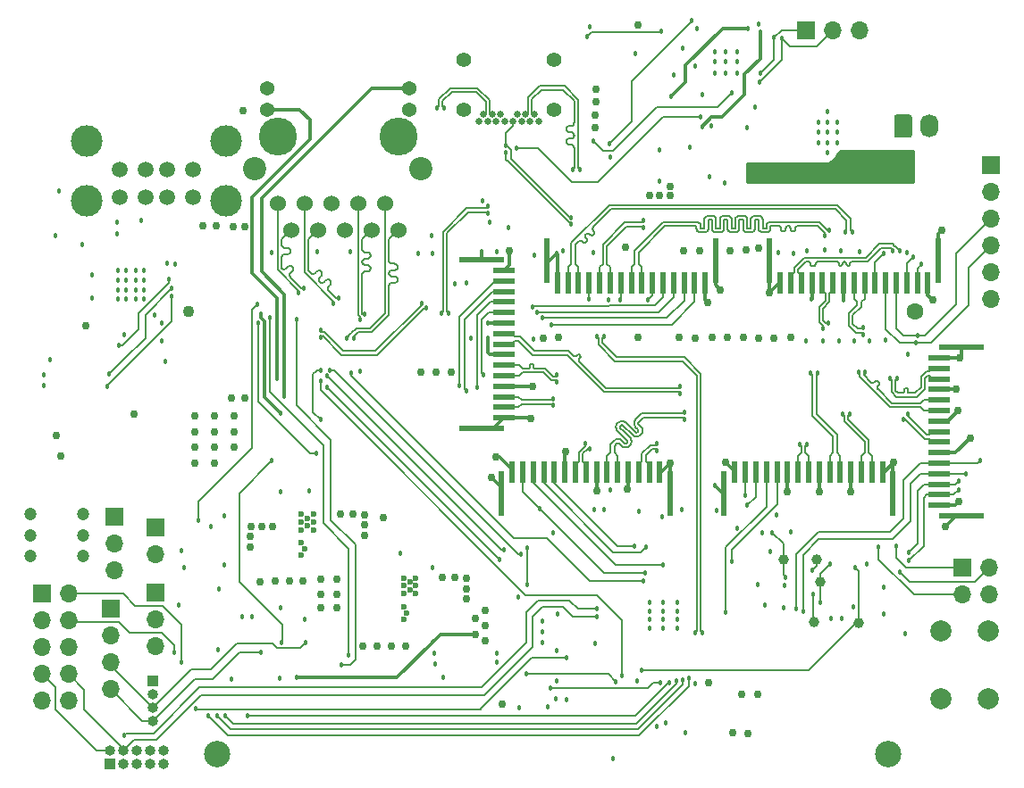
<source format=gbr>
%TF.GenerationSoftware,KiCad,Pcbnew,5.99.0-unknown-ad69e44~101~ubuntu18.04.1*%
%TF.CreationDate,2020-06-22T16:53:11+08:00*%
%TF.ProjectId,ovc4,6f766334-2e6b-4696-9361-645f70636258,rev?*%
%TF.SameCoordinates,Original*%
%TF.FileFunction,Copper,L6,Bot*%
%TF.FilePolarity,Positive*%
%FSLAX46Y46*%
G04 Gerber Fmt 4.6, Leading zero omitted, Abs format (unit mm)*
G04 Created by KiCad (PCBNEW 5.99.0-unknown-ad69e44~101~ubuntu18.04.1) date 2020-06-22 16:53:11*
%MOMM*%
%LPD*%
G01*
G04 APERTURE LIST*
%TA.AperFunction,ComponentPad*%
%ADD10C,2.500000*%
%TD*%
%TA.AperFunction,ComponentPad*%
%ADD11C,1.600000*%
%TD*%
%TA.AperFunction,ComponentPad*%
%ADD12C,1.100000*%
%TD*%
%TA.AperFunction,SMDPad,CuDef*%
%ADD13R,0.600000X2.000000*%
%TD*%
%TA.AperFunction,SMDPad,CuDef*%
%ADD14R,0.600000X4.200000*%
%TD*%
%TA.AperFunction,ComponentPad*%
%ADD15O,1.700000X1.700000*%
%TD*%
%TA.AperFunction,ComponentPad*%
%ADD16R,1.700000X1.700000*%
%TD*%
%TA.AperFunction,ComponentPad*%
%ADD17O,1.000000X1.000000*%
%TD*%
%TA.AperFunction,ComponentPad*%
%ADD18R,1.000000X1.000000*%
%TD*%
%TA.AperFunction,ComponentPad*%
%ADD19C,2.000000*%
%TD*%
%TA.AperFunction,ComponentPad*%
%ADD20C,1.200000*%
%TD*%
%TA.AperFunction,SMDPad,CuDef*%
%ADD21C,1.000000*%
%TD*%
%TA.AperFunction,SMDPad,CuDef*%
%ADD22R,4.200000X0.600000*%
%TD*%
%TA.AperFunction,SMDPad,CuDef*%
%ADD23R,2.000000X0.600000*%
%TD*%
%TA.AperFunction,ComponentPad*%
%ADD24C,1.500000*%
%TD*%
%TA.AperFunction,ComponentPad*%
%ADD25C,3.000000*%
%TD*%
%TA.AperFunction,ComponentPad*%
%ADD26O,1.700000X2.200000*%
%TD*%
%TA.AperFunction,ComponentPad*%
%ADD27C,1.371600*%
%TD*%
%TA.AperFunction,ComponentPad*%
%ADD28C,2.200000*%
%TD*%
%TA.AperFunction,ComponentPad*%
%ADD29C,3.600000*%
%TD*%
%TA.AperFunction,ComponentPad*%
%ADD30C,1.524000*%
%TD*%
%TA.AperFunction,ComponentPad*%
%ADD31C,0.600000*%
%TD*%
%TA.AperFunction,ComponentPad*%
%ADD32C,0.650000*%
%TD*%
%TA.AperFunction,ComponentPad*%
%ADD33C,1.400000*%
%TD*%
%TA.AperFunction,ViaPad*%
%ADD34C,0.457200*%
%TD*%
%TA.AperFunction,ViaPad*%
%ADD35C,0.762000*%
%TD*%
%TA.AperFunction,Conductor*%
%ADD36C,0.203200*%
%TD*%
%TA.AperFunction,Conductor*%
%ADD37C,0.304800*%
%TD*%
%TA.AperFunction,Conductor*%
%ADD38C,0.177800*%
%TD*%
%TA.AperFunction,Conductor*%
%ADD39C,0.254000*%
%TD*%
G04 APERTURE END LIST*
D10*
%TO.P,U1,265*%
%TO.N,N/C*%
X115125000Y-98500000D03*
X51525000Y-98500000D03*
D11*
%TO.P,U1,264*%
X117625000Y-56500000D03*
D12*
%TO.P,U1,263*%
X48825000Y-56500000D03*
%TD*%
D13*
%TO.P,CAM1,15,3V3*%
%TO.N,+3V3*%
X118860001Y-53767498D03*
%TO.P,CAM1,14,SDA*%
%TO.N,CAM1_SDA_1V8*%
X117860001Y-53767498D03*
%TO.P,CAM1,13,SCL*%
%TO.N,CAM1_SCL_1V8*%
X116860001Y-53767498D03*
%TO.P,CAM1,12,GPIO/NC*%
%TO.N,CAM1_TRIGGER*%
X115860001Y-53767498D03*
%TO.P,CAM1,11,ENABLE*%
%TO.N,CAM1_ENABLE*%
X114860001Y-53767498D03*
%TO.P,CAM1,10,GND*%
%TO.N,GND*%
X113860001Y-53767498D03*
%TO.P,CAM1,9,CLK+*%
%TO.N,CAM1_CLK+*%
X112860001Y-53767498D03*
%TO.P,CAM1,8,CLK-*%
%TO.N,CAM1_CLK-*%
X111860001Y-53767498D03*
%TO.P,CAM1,7,GND*%
%TO.N,GND*%
X110860001Y-53767498D03*
%TO.P,CAM1,6,DAT1+*%
%TO.N,CAM1_DAT1+*%
X109860001Y-53767498D03*
%TO.P,CAM1,5,DAT1-*%
%TO.N,CAM1_DAT1-*%
X108860001Y-53767498D03*
%TO.P,CAM1,4,GND*%
%TO.N,GND*%
X107860001Y-53767498D03*
%TO.P,CAM1,3,DAT0+*%
%TO.N,CAM1_DAT0+*%
X106860001Y-53767498D03*
%TO.P,CAM1,2,DAT0-*%
%TO.N,CAM1_DAT0-*%
X105860001Y-53767498D03*
D14*
%TO.P,CAM1,16,PAD*%
%TO.N,GND*%
X119860001Y-51667498D03*
D13*
%TO.P,CAM1,1,GND*%
X104860001Y-53767498D03*
D14*
%TO.P,CAM1,16,PAD*%
X103860001Y-51667498D03*
%TD*%
D15*
%TO.P,J12,4,Pin_4*%
%TO.N,/Interfaces/FAN_PWM_5V*%
X41400000Y-92320000D03*
%TO.P,J12,3,Pin_3*%
%TO.N,/Interfaces/FAN_TACH_5V*%
X41400000Y-89780000D03*
%TO.P,J12,2,Pin_2*%
%TO.N,+5V*%
X41400000Y-87240000D03*
D16*
%TO.P,J12,1,Pin_1*%
%TO.N,GND*%
X41400000Y-84700000D03*
%TD*%
D17*
%TO.P,J11,4,Pin_4*%
%TO.N,/Interfaces/FAN_PWM_5V*%
X45400000Y-95310000D03*
%TO.P,J11,3,Pin_3*%
%TO.N,/Interfaces/FAN_TACH_5V*%
X45400000Y-94040000D03*
%TO.P,J11,2,Pin_2*%
%TO.N,+5V*%
X45400000Y-92770000D03*
D18*
%TO.P,J11,1,Pin_1*%
%TO.N,GND*%
X45400000Y-91500000D03*
%TD*%
D15*
%TO.P,J9,3,Pin_3*%
%TO.N,GND*%
X45650000Y-88230000D03*
%TO.P,J9,2,Pin_2*%
%TO.N,/Power/MCU_nPWEN_5V*%
X45650000Y-85690000D03*
D16*
%TO.P,J9,1,Pin_1*%
%TO.N,+5V*%
X45650000Y-83150000D03*
%TD*%
D15*
%TO.P,J7,6,Pin_6*%
%TO.N,CAM1_SDA_1V8*%
X124800000Y-55300000D03*
%TO.P,J7,5,Pin_5*%
%TO.N,CAM1_SCL_1V8*%
X124800000Y-52760000D03*
%TO.P,J7,4,Pin_4*%
%TO.N,CAM1_ENABLE*%
X124800000Y-50220000D03*
%TO.P,J7,3,Pin_3*%
%TO.N,CAM1_TRIGGER*%
X124800000Y-47680000D03*
%TO.P,J7,2,Pin_2*%
%TO.N,GND*%
X124800000Y-45140000D03*
D16*
%TO.P,J7,1,Pin_1*%
%TO.N,+3V3*%
X124800000Y-42600000D03*
%TD*%
D15*
%TO.P,J8,10,Pin_10*%
%TO.N,GND*%
X37440000Y-93410000D03*
%TO.P,J8,9,Pin_9*%
%TO.N,+1V8*%
X34900000Y-93410000D03*
%TO.P,J8,8,Pin_8*%
%TO.N,/MCU/SWDCLK/MCU_GPIO5/FC6*%
X37440000Y-90870000D03*
%TO.P,J8,7,Pin_7*%
%TO.N,/MCU/SWDIO/MCU_GPIO6/FC6*%
X34900000Y-90870000D03*
%TO.P,J8,6,Pin_6*%
%TO.N,/MCU/MCU_GPIO3/FC6*%
X37440000Y-88330000D03*
%TO.P,J8,5,Pin_5*%
%TO.N,/MCU/MCU_GPIO4/FC6*%
X34900000Y-88330000D03*
%TO.P,J8,4,Pin_4*%
%TO.N,/MCU/MCU_GPIO1*%
X37440000Y-85790000D03*
%TO.P,J8,3,Pin_3*%
%TO.N,/MCU/MCU_GPIO2*%
X34900000Y-85790000D03*
%TO.P,J8,2,Pin_2*%
%TO.N,/MCU/MCU_GPIO0*%
X37440000Y-83250000D03*
D16*
%TO.P,J8,1,Pin_1*%
%TO.N,+3V3*%
X34900000Y-83250000D03*
%TD*%
D15*
%TO.P,J5,4,Pin_4*%
%TO.N,GND*%
X124640000Y-83340000D03*
%TO.P,J5,3,Pin_3*%
%TO.N,/MCU/ISP_USART_RXD*%
X122100000Y-83340000D03*
%TO.P,J5,2,Pin_2*%
%TO.N,+1V8*%
X124640000Y-80800000D03*
D16*
%TO.P,J5,1,Pin_1*%
%TO.N,/MCU/ISP_USART_TXD*%
X122100000Y-80800000D03*
%TD*%
D14*
%TO.P,CAM4,16,PAD*%
%TO.N,GND*%
X94460001Y-73767498D03*
D13*
%TO.P,CAM4,1,GND*%
X93460001Y-71667498D03*
D14*
%TO.P,CAM4,16,PAD*%
X78460001Y-73767498D03*
D13*
%TO.P,CAM4,2,DAT0-*%
%TO.N,CAM4_DAT0-*%
X92460001Y-71667498D03*
%TO.P,CAM4,3,DAT0+*%
%TO.N,CAM4_DAT0+*%
X91460001Y-71667498D03*
%TO.P,CAM4,4,GND*%
%TO.N,GND*%
X90460001Y-71667498D03*
%TO.P,CAM4,5,DAT1-*%
%TO.N,CAM4_DAT1-*%
X89460001Y-71667498D03*
%TO.P,CAM4,6,DAT1+*%
%TO.N,CAM4_DAT1+*%
X88460001Y-71667498D03*
%TO.P,CAM4,7,GND*%
%TO.N,GND*%
X87460001Y-71667498D03*
%TO.P,CAM4,8,CLK-*%
%TO.N,CAM4_CLK-*%
X86460001Y-71667498D03*
%TO.P,CAM4,9,CLK+*%
%TO.N,CAM4_CLK+*%
X85460001Y-71667498D03*
%TO.P,CAM4,10,GND*%
%TO.N,GND*%
X84460001Y-71667498D03*
%TO.P,CAM4,11,ENABLE*%
%TO.N,CAM4_ENABLE*%
X83460001Y-71667498D03*
%TO.P,CAM4,12,GPIO/NC*%
%TO.N,CAM4_TRIGGER*%
X82460001Y-71667498D03*
%TO.P,CAM4,13,SCL*%
%TO.N,CAM4_SCL_1V8*%
X81460001Y-71667498D03*
%TO.P,CAM4,14,SDA*%
%TO.N,CAM4_SDA_1V8*%
X80460001Y-71667498D03*
%TO.P,CAM4,15,3V3*%
%TO.N,+3V3*%
X79460001Y-71667498D03*
%TD*%
D19*
%TO.P,SW2,1,1*%
%TO.N,/MCU/MCU_GPIO_BUTTON*%
X120100000Y-86750000D03*
%TO.P,SW2,2,2*%
%TO.N,GND*%
X124600000Y-86750000D03*
%TO.P,SW2,1,1*%
%TO.N,/MCU/MCU_GPIO_BUTTON*%
X120100000Y-93250000D03*
%TO.P,SW2,2,2*%
%TO.N,GND*%
X124600000Y-93250000D03*
%TD*%
D15*
%TO.P,J1,3,Pin_3*%
%TO.N,GND*%
X41750000Y-81030000D03*
%TO.P,J1,2,Pin_2*%
%TO.N,DEBUG_UART_TXD*%
X41750000Y-78490000D03*
D16*
%TO.P,J1,1,Pin_1*%
%TO.N,DEBUG_UART_RXD*%
X41750000Y-75950000D03*
%TD*%
D20*
%TO.P,SW1,6,C*%
%TO.N,GND*%
X33850000Y-79700000D03*
%TO.P,SW1,5,B*%
%TO.N,RST_BUTTON*%
X33850000Y-77700000D03*
%TO.P,SW1,4,A*%
%TO.N,Net-(SW1-Pad4)*%
X33850000Y-75700000D03*
%TO.P,SW1,3,C*%
%TO.N,Net-(SW1-Pad3)*%
X38850000Y-79700000D03*
%TO.P,SW1,2,B*%
%TO.N,/Power/MCU_nPWEN_5V*%
X38850000Y-77700000D03*
%TO.P,SW1,1,A*%
%TO.N,Net-(D6-Pad1)*%
X38850000Y-75700000D03*
%TD*%
D21*
%TO.P,TP5,1,1*%
%TO.N,IMU_INT1*%
X108100000Y-85950000D03*
%TD*%
%TO.P,TP4,1,1*%
%TO.N,/MCU/IMU_MISO*%
X105150000Y-80000000D03*
%TD*%
%TO.P,TP3,1,1*%
%TO.N,/MCU/IMU_MOSI*%
X108350000Y-80000000D03*
%TD*%
%TO.P,TP2,1,1*%
%TO.N,/MCU/IMU_CLK*%
X108700000Y-82100000D03*
%TD*%
%TO.P,TP1,1,1*%
%TO.N,/MCU/IMU_CS*%
X112300000Y-86000000D03*
%TD*%
D15*
%TO.P,J6,3,Pin_3*%
%TO.N,GND*%
X112380000Y-29800000D03*
%TO.P,J6,2,Pin_2*%
%TO.N,USB_SCL*%
X109840000Y-29800000D03*
D16*
%TO.P,J6,1,Pin_1*%
%TO.N,USB_SDA*%
X107300000Y-29800000D03*
%TD*%
D22*
%TO.P,CAM5,16,PAD*%
%TO.N,GND*%
X76560001Y-67567498D03*
D23*
%TO.P,CAM5,1,GND*%
X78660001Y-66567498D03*
D22*
%TO.P,CAM5,16,PAD*%
X76560001Y-51567498D03*
D23*
%TO.P,CAM5,2,DAT0-*%
%TO.N,CAM5_DAT0-*%
X78660001Y-65567498D03*
%TO.P,CAM5,3,DAT0+*%
%TO.N,CAM5_DAT0+*%
X78660001Y-64567498D03*
%TO.P,CAM5,4,GND*%
%TO.N,GND*%
X78660001Y-63567498D03*
%TO.P,CAM5,5,DAT1-*%
%TO.N,CAM5_DAT1-*%
X78660001Y-62567498D03*
%TO.P,CAM5,6,DAT1+*%
%TO.N,CAM5_DAT1+*%
X78660001Y-61567498D03*
%TO.P,CAM5,7,GND*%
%TO.N,GND*%
X78660001Y-60567498D03*
%TO.P,CAM5,8,CLK-*%
%TO.N,CAM5_CLK-*%
X78660001Y-59567498D03*
%TO.P,CAM5,9,CLK+*%
%TO.N,CAM5_CLK+*%
X78660001Y-58567498D03*
%TO.P,CAM5,10,GND*%
%TO.N,GND*%
X78660001Y-57567498D03*
%TO.P,CAM5,11,ENABLE*%
%TO.N,CAM5_ENABLE*%
X78660001Y-56567498D03*
%TO.P,CAM5,12,GPIO/NC*%
%TO.N,CAM5_TRIGGER*%
X78660001Y-55567498D03*
%TO.P,CAM5,13,SCL*%
%TO.N,CAM5_SCL_1V8*%
X78660001Y-54567498D03*
%TO.P,CAM5,14,SDA*%
%TO.N,CAM5_SDA_1V8*%
X78660001Y-53567498D03*
%TO.P,CAM5,15,3V3*%
%TO.N,+3V3*%
X78660001Y-52567498D03*
%TD*%
D24*
%TO.P,U18,1,VBUSA*%
%TO.N,/USB/VBUS_USER0*%
X49260001Y-45607498D03*
%TO.P,U18,2,D-A*%
%TO.N,/USB/USB2_USER0_D_N*%
X46760001Y-45607498D03*
%TO.P,U18,3,D+A*%
%TO.N,/USB/USB2_USER0_D_P*%
X44760001Y-45607498D03*
%TO.P,U18,4,GNDA*%
%TO.N,GND*%
X42260001Y-45607498D03*
%TO.P,U18,5,VBUSB*%
%TO.N,/USB/VBUS_USER1*%
X49260001Y-42987498D03*
%TO.P,U18,6,D-B*%
%TO.N,/USB/USB2_USER1_D_P*%
X46760001Y-42987498D03*
%TO.P,U18,7,D+B*%
%TO.N,/USB/USB2_USER1_D_N*%
X44760001Y-42987498D03*
%TO.P,U18,8,GNDB*%
%TO.N,GND*%
X42260001Y-42987498D03*
D25*
%TO.P,U18,9,Shield*%
X52330001Y-45957498D03*
X39190001Y-45957498D03*
X39190001Y-40277498D03*
X52330001Y-40277498D03*
%TD*%
D26*
%TO.P,J4,2,Pin_2*%
%TO.N,GND*%
X119000000Y-38900000D03*
%TO.P,J4,1,Pin_1*%
%TO.N,/Power/AUX_PWR*%
%TA.AperFunction,ComponentPad*%
G36*
G01*
X117100000Y-40000000D02*
X115900000Y-40000000D01*
G75*
G02*
X115650000Y-39750000I0J250000D01*
G01*
X115650000Y-38050000D01*
G75*
G02*
X115900000Y-37800000I250000J0D01*
G01*
X117100000Y-37800000D01*
G75*
G02*
X117350000Y-38050000I0J-250000D01*
G01*
X117350000Y-39750000D01*
G75*
G02*
X117100000Y-40000000I-250000J0D01*
G01*
G37*
%TD.AperFunction*%
%TD*%
D27*
%TO.P,U21,11,GRNYEL_C*%
%TO.N,Net-(R32-Pad1)*%
X56235001Y-37327498D03*
%TO.P,U21,12,GRNYEL_A*%
%TO.N,+3V3*%
X56235001Y-35297498D03*
%TO.P,U21,14,GRN_C*%
%TO.N,Net-(R33-Pad1)*%
X69685001Y-35297498D03*
%TO.P,U21,13,GRN_A*%
%TO.N,+3V3*%
X69685001Y-37327498D03*
D28*
%TO.P,U21,SHLD,SHLD*%
%TO.N,GND*%
X55085001Y-42917498D03*
X70835001Y-42917498D03*
D29*
%TO.P,U21,MNT,MNT*%
X57245001Y-39867498D03*
X68675001Y-39867498D03*
D30*
%TO.P,U21,1,TRD0+*%
%TO.N,GBE_MDI0_P*%
X57245001Y-46217498D03*
%TO.P,U21,2,TRD0-*%
%TO.N,GBE_MDI0_N*%
X58515001Y-48757498D03*
%TO.P,U21,3,TRD1+*%
%TO.N,GBE_MDI1_P*%
X59785001Y-46217498D03*
%TO.P,U21,4,TRD1-*%
%TO.N,GBE_MDI1_N*%
X61055001Y-48757498D03*
%TO.P,U21,5,CT*%
%TO.N,Net-(C65-Pad1)*%
X62325001Y-46217498D03*
%TO.P,U21,6,CT*%
X63595001Y-48757498D03*
%TO.P,U21,7,TRD2+*%
%TO.N,GBE_MDI2_P*%
X64865001Y-46217498D03*
%TO.P,U21,8,TRD2-*%
%TO.N,GBE_MDI2_N*%
X66135001Y-48757498D03*
%TO.P,U21,9,TRD3+*%
%TO.N,GBE_MDI3_P*%
X67405001Y-46217498D03*
%TO.P,U21,10,TRD3-*%
%TO.N,GBE_MDI3_N*%
X68675001Y-48757498D03*
%TD*%
D14*
%TO.P,CAM3,16,PAD*%
%TO.N,GND*%
X82760001Y-51667498D03*
D13*
%TO.P,CAM3,1,GND*%
X83760001Y-53767498D03*
D14*
%TO.P,CAM3,16,PAD*%
X98760001Y-51667498D03*
D13*
%TO.P,CAM3,2,DAT0-*%
%TO.N,CAM3_DAT0-*%
X84760001Y-53767498D03*
%TO.P,CAM3,3,DAT0+*%
%TO.N,CAM3_DAT0+*%
X85760001Y-53767498D03*
%TO.P,CAM3,4,GND*%
%TO.N,GND*%
X86760001Y-53767498D03*
%TO.P,CAM3,5,DAT1-*%
%TO.N,CAM3_DAT1-*%
X87760001Y-53767498D03*
%TO.P,CAM3,6,DAT1+*%
%TO.N,CAM3_DAT1+*%
X88760001Y-53767498D03*
%TO.P,CAM3,7,GND*%
%TO.N,GND*%
X89760001Y-53767498D03*
%TO.P,CAM3,8,CLK-*%
%TO.N,CAM3_CLK-*%
X90760001Y-53767498D03*
%TO.P,CAM3,9,CLK+*%
%TO.N,CAM3_CLK+*%
X91760001Y-53767498D03*
%TO.P,CAM3,10,GND*%
%TO.N,GND*%
X92760001Y-53767498D03*
%TO.P,CAM3,11,ENABLE*%
%TO.N,CAM3_ENABLE*%
X93760001Y-53767498D03*
%TO.P,CAM3,12,GPIO/NC*%
%TO.N,CAM3_TRIGGER*%
X94760001Y-53767498D03*
%TO.P,CAM3,13,SCL*%
%TO.N,CAM3_SCL_1V8*%
X95760001Y-53767498D03*
%TO.P,CAM3,14,SDA*%
%TO.N,CAM3_SDA_1V8*%
X96760001Y-53767498D03*
%TO.P,CAM3,15,3V3*%
%TO.N,+3V3*%
X97760001Y-53767498D03*
%TD*%
D14*
%TO.P,CAM2,16,PAD*%
%TO.N,GND*%
X115560001Y-73767498D03*
D13*
%TO.P,CAM2,1,GND*%
X114560001Y-71667498D03*
D14*
%TO.P,CAM2,16,PAD*%
X99560001Y-73767498D03*
D13*
%TO.P,CAM2,2,DAT0-*%
%TO.N,CAM2_DAT0-*%
X113560001Y-71667498D03*
%TO.P,CAM2,3,DAT0+*%
%TO.N,CAM2_DAT0+*%
X112560001Y-71667498D03*
%TO.P,CAM2,4,GND*%
%TO.N,GND*%
X111560001Y-71667498D03*
%TO.P,CAM2,5,DAT1-*%
%TO.N,CAM2_DAT1-*%
X110560001Y-71667498D03*
%TO.P,CAM2,6,DAT1+*%
%TO.N,CAM2_DAT1+*%
X109560001Y-71667498D03*
%TO.P,CAM2,7,GND*%
%TO.N,GND*%
X108560001Y-71667498D03*
%TO.P,CAM2,8,CLK-*%
%TO.N,CAM2_CLK-*%
X107560001Y-71667498D03*
%TO.P,CAM2,9,CLK+*%
%TO.N,CAM2_CLK+*%
X106560001Y-71667498D03*
%TO.P,CAM2,10,GND*%
%TO.N,GND*%
X105560001Y-71667498D03*
%TO.P,CAM2,11,ENABLE*%
%TO.N,CAM2_ENABLE*%
X104560001Y-71667498D03*
%TO.P,CAM2,12,GPIO/NC*%
%TO.N,CAM2_TRIGGER*%
X103560001Y-71667498D03*
%TO.P,CAM2,13,SCL*%
%TO.N,CAM2_SCL_1V8*%
X102560001Y-71667498D03*
%TO.P,CAM2,14,SDA*%
%TO.N,CAM2_SDA_1V8*%
X101560001Y-71667498D03*
%TO.P,CAM2,15,3V3*%
%TO.N,+3V3*%
X100560001Y-71667498D03*
%TD*%
D22*
%TO.P,CAM0,16,PAD*%
%TO.N,GND*%
X122060001Y-59867498D03*
D23*
%TO.P,CAM0,1,GND*%
X119960001Y-60867498D03*
D22*
%TO.P,CAM0,16,PAD*%
X122060001Y-75867498D03*
D23*
%TO.P,CAM0,2,DAT0-*%
%TO.N,CAM0_DAT0-*%
X119960001Y-61867498D03*
%TO.P,CAM0,3,DAT0+*%
%TO.N,CAM0_DAT0+*%
X119960001Y-62867498D03*
%TO.P,CAM0,4,GND*%
%TO.N,GND*%
X119960001Y-63867498D03*
%TO.P,CAM0,5,DAT1-*%
%TO.N,CAM0_DAT1-*%
X119960001Y-64867498D03*
%TO.P,CAM0,6,DAT1+*%
%TO.N,CAM0_DAT1+*%
X119960001Y-65867498D03*
%TO.P,CAM0,7,GND*%
%TO.N,GND*%
X119960001Y-66867498D03*
%TO.P,CAM0,8,CLK-*%
%TO.N,CAM0_CLK-*%
X119960001Y-67867498D03*
%TO.P,CAM0,9,CLK+*%
%TO.N,CAM0_CLK+*%
X119960001Y-68867498D03*
%TO.P,CAM0,10,GND*%
%TO.N,GND*%
X119960001Y-69867498D03*
%TO.P,CAM0,11,ENABLE*%
%TO.N,CAM0_ENABLE*%
X119960001Y-70867498D03*
%TO.P,CAM0,12,GPIO/NC*%
%TO.N,CAM0_TRIGGER*%
X119960001Y-71867498D03*
%TO.P,CAM0,13,SCL*%
%TO.N,CAM0_SCL_1V8*%
X119960001Y-72867498D03*
%TO.P,CAM0,14,SDA*%
%TO.N,CAM0_SDA_1V8*%
X119960001Y-73867498D03*
%TO.P,CAM0,15,3V3*%
%TO.N,+3V3*%
X119960001Y-74867498D03*
%TD*%
D31*
%TO.P,U11,25,PGND*%
%TO.N,GND*%
X69200000Y-83250000D03*
X69200000Y-82500000D03*
X69790000Y-82120000D03*
X69790000Y-82870000D03*
X70350000Y-83250000D03*
X70350000Y-81750000D03*
X70350000Y-82500000D03*
X69200000Y-81750000D03*
X69200000Y-84490000D03*
X69500000Y-85070000D03*
X69200000Y-85650000D03*
%TD*%
%TO.P,U9,25,PGND*%
%TO.N,GND*%
X59500000Y-77200000D03*
X59500000Y-76450000D03*
X60090000Y-76070000D03*
X60090000Y-76820000D03*
X60650000Y-77200000D03*
X60650000Y-75700000D03*
X60650000Y-76450000D03*
X59500000Y-75700000D03*
X59500000Y-78440000D03*
X59800000Y-79020000D03*
X59500000Y-79600000D03*
%TD*%
D15*
%TO.P,J3,2,Pin_2*%
%TO.N,GND*%
X45650000Y-79540000D03*
D16*
%TO.P,J3,1,Pin_1*%
%TO.N,/Power/nFORCE_RECOVERY*%
X45650000Y-77000000D03*
%TD*%
D32*
%TO.P,J2,B1,GND*%
%TO.N,GND*%
X77160001Y-38477498D03*
%TO.P,J2,B12,GND*%
X81160001Y-38477498D03*
%TO.P,J2,B11,RX1+*%
%TO.N,/USB/CONN_RX1+*%
X81560001Y-37777498D03*
%TO.P,J2,B10,RX1-*%
%TO.N,/USB/CONN_RX1-*%
X80760001Y-37777498D03*
%TO.P,J2,B8,SBU2*%
%TO.N,/USB/CONN_SBU2*%
X79960001Y-37777498D03*
%TO.P,J2,B5,CC2*%
%TO.N,/USB/CONN_CC2*%
X78360001Y-37777498D03*
%TO.P,J2,B3,TX2-*%
%TO.N,/USB/CONN_TX2-*%
X77560001Y-37777498D03*
%TO.P,J2,B2,TX2+*%
%TO.N,/USB/CONN_TX2+*%
X76760001Y-37777498D03*
%TO.P,J2,B12,GND*%
%TO.N,GND*%
X81960001Y-38477498D03*
%TO.P,J2,B9,VBUS*%
%TO.N,/USB/CONN_VBUS*%
X80360001Y-38477498D03*
%TO.P,J2,B7,D-*%
%TO.N,/USB/USB0_D_N*%
X79560001Y-38477498D03*
%TO.P,J2,B6,D+*%
%TO.N,/USB/USB0_D_P*%
X78760001Y-38477498D03*
%TO.P,J2,B4,VBUS*%
%TO.N,/USB/CONN_VBUS*%
X77960001Y-38477498D03*
%TO.P,J2,B1,GND*%
%TO.N,GND*%
X76360001Y-38477498D03*
D33*
%TO.P,J2,S1,SHIELD*%
X83430001Y-32597498D03*
X74890001Y-32597498D03*
X74890001Y-37327498D03*
X83430001Y-37327498D03*
%TD*%
D17*
%TO.P,MCU_SWD1,10,~RESET~*%
%TO.N,NX_MCU_nRST*%
X46430000Y-98130000D03*
%TO.P,MCU_SWD1,9,GNDDetect*%
%TO.N,GND*%
X46430000Y-99400000D03*
%TO.P,MCU_SWD1,8,NC/TDI*%
%TO.N,Net-(MCU_SWD1-Pad8)*%
X45160000Y-98130000D03*
%TO.P,MCU_SWD1,7,KEY*%
%TO.N,Net-(MCU_SWD1-Pad7)*%
X45160000Y-99400000D03*
%TO.P,MCU_SWD1,6,SWO/TDO*%
%TO.N,Net-(MCU_SWD1-Pad6)*%
X43890000Y-98130000D03*
%TO.P,MCU_SWD1,5,GND*%
%TO.N,GND*%
X43890000Y-99400000D03*
%TO.P,MCU_SWD1,4,SWDCLK/TCK*%
%TO.N,/MCU/SWDCLK/MCU_GPIO5/FC6*%
X42620000Y-98130000D03*
%TO.P,MCU_SWD1,3,GND*%
%TO.N,GND*%
X42620000Y-99400000D03*
%TO.P,MCU_SWD1,2,SWDIO/TMS*%
%TO.N,/MCU/SWDIO/MCU_GPIO6/FC6*%
X41350000Y-98130000D03*
D18*
%TO.P,MCU_SWD1,1,VTref*%
%TO.N,+1V8*%
X41350000Y-99400000D03*
%TD*%
D34*
%TO.N,CAM4_SDA_1V8*%
X82075000Y-75175000D03*
%TO.N,CAM4_TRIGGER*%
X92150000Y-78850000D03*
%TO.N,CAM4_ENABLE*%
X91050000Y-78750000D03*
%TO.N,+1V8*%
X87250000Y-75250000D03*
%TO.N,GND*%
X88200000Y-75250000D03*
%TO.N,+3V3*%
X42700000Y-58700000D03*
%TO.N,GND*%
X46300000Y-59250000D03*
X46250000Y-57550000D03*
D35*
X43650000Y-66200000D03*
%TO.N,+5V*%
X93450000Y-45500000D03*
X49400000Y-70850000D03*
X51300000Y-70850000D03*
%TO.N,+1V8*%
X76950000Y-87750000D03*
X76000000Y-87100000D03*
D34*
%TO.N,CAM0_CLK+*%
X116516513Y-66683487D03*
%TO.N,CAM0_CLK-*%
X116983487Y-66216513D03*
%TO.N,CAM0_DAT0-*%
X115930200Y-62850000D03*
%TO.N,CAM0_DAT0+*%
X115269800Y-62850000D03*
%TO.N,CAM0_DAT1+*%
X112269800Y-62200000D03*
%TO.N,CAM0_DAT1-*%
X112930200Y-62200000D03*
%TO.N,GND*%
X110600000Y-50700000D03*
X107400000Y-50750000D03*
X107850000Y-55300000D03*
X110850000Y-55350000D03*
X114700000Y-50950000D03*
X116900000Y-50850000D03*
%TO.N,CAM1_DAT1+*%
X109389241Y-57587114D03*
%TO.N,CAM1_DAT1-*%
X108922267Y-58054088D03*
%TO.N,CAM1_CLK+*%
X112700000Y-57969800D03*
%TO.N,CAM1_CLK-*%
X112700000Y-58630200D03*
%TO.N,CAM1_DAT0+*%
X115519800Y-50750000D03*
%TO.N,CAM1_DAT0-*%
X116180200Y-50750000D03*
%TO.N,GND*%
X98650000Y-73000000D03*
%TO.N,CAM3_CLK+*%
X109066513Y-49233487D03*
%TO.N,CAM3_CLK-*%
X109533487Y-48766513D03*
%TO.N,CAM3_DAT1+*%
X91900000Y-48530200D03*
%TO.N,CAM3_DAT1-*%
X91900000Y-47869800D03*
%TO.N,CAM4_DAT1+*%
X95800000Y-66019800D03*
%TO.N,CAM4_DAT1-*%
X95800000Y-66680200D03*
%TO.N,MCU_USB1_D_P*%
X87519800Y-58850000D03*
%TO.N,MCU_USB1_D_N*%
X88180200Y-58850000D03*
%TO.N,CAM5_CLK-*%
X95400000Y-64230200D03*
%TO.N,CAM5_CLK+*%
X95400000Y-63569800D03*
%TO.N,CAM5_DAT1+*%
X83700000Y-62469800D03*
%TO.N,CAM5_DAT1-*%
X83700000Y-63130200D03*
%TO.N,GND*%
X88750000Y-41800000D03*
D35*
%TO.N,/USB/CONN_VBUS*%
X87350000Y-39050000D03*
X87350000Y-37850000D03*
X87400000Y-36600000D03*
D34*
%TO.N,/USB/CONN_CC2*%
X87200000Y-40300000D03*
%TO.N,/USB/ABSIDE*%
X88650000Y-40550000D03*
D35*
%TO.N,/Power/VAUX*%
X102300000Y-43400000D03*
D34*
%TO.N,GND*%
X98200000Y-43700000D03*
%TO.N,+1V8*%
X83350000Y-77500000D03*
X100750000Y-77050000D03*
X98800000Y-75350000D03*
X104500000Y-75800000D03*
%TO.N,CAM2_SDA_1V8*%
X101550000Y-73900000D03*
%TO.N,CAM2_SCL_1V8*%
X101750000Y-74850000D03*
%TO.N,GND*%
X93700000Y-75950000D03*
%TO.N,+1V8*%
X95550000Y-75300000D03*
X105900000Y-77400000D03*
X113100000Y-80450000D03*
%TO.N,/MCU/IMU_MISO*%
X104100000Y-77450000D03*
%TO.N,+1V8*%
X80050000Y-83550000D03*
X116700000Y-87050000D03*
D35*
%TO.N,+3V3*%
X77900000Y-70250000D03*
%TO.N,+1V8*%
X102700000Y-92800000D03*
X101200000Y-92800000D03*
%TO.N,GND*%
X101800000Y-96550000D03*
D34*
%TO.N,/MCU/MCU_GPIO4/FC6*%
X49500000Y-94150000D03*
D35*
%TO.N,+1V8*%
X78550000Y-93750000D03*
D34*
%TO.N,/MCU/MCU_GPIO3/FC6*%
X50650000Y-94800000D03*
%TO.N,/MCU/MCU_GPIO2*%
X51550000Y-94850000D03*
%TO.N,/MCU/MCU_GPIO1*%
X52300000Y-94850000D03*
%TO.N,/MCU/SWDIO/MCU_GPIO6/FC6*%
X42700000Y-96650000D03*
%TO.N,+5V*%
X47850000Y-84300000D03*
%TO.N,GND*%
X57450000Y-91250000D03*
%TO.N,/Interfaces/FAN_PWM_5V*%
X55650000Y-88800000D03*
%TO.N,GND*%
X57550000Y-84550000D03*
%TO.N,+5V*%
X59800000Y-85700000D03*
%TO.N,/Interfaces/FAN_TACH_5V*%
X59900000Y-87900000D03*
%TO.N,/Interfaces/FAN_PWM*%
X57600000Y-87850000D03*
%TO.N,/Interfaces/FAN_TACH*%
X63300000Y-90000000D03*
%TO.N,+1V8*%
X59050000Y-91200000D03*
%TO.N,/Interfaces/FAN_PWM*%
X56650000Y-70650000D03*
%TO.N,/Power/nFORCE_RECOVERY*%
X61350000Y-66750000D03*
%TO.N,/Interfaces/FAN_TACH*%
X59050000Y-57200000D03*
%TO.N,FRAME_TRIGGER*%
X62213637Y-62027271D03*
%TO.N,NX_MCU_GPIO*%
X61900000Y-62550000D03*
%TO.N,NX_MCU_nRST*%
X61300000Y-63050000D03*
%TO.N,/Power/nFORCE_RECOVERY*%
X61350000Y-62050000D03*
%TO.N,/MCU/MCU_GPIO0*%
X48100000Y-89750000D03*
%TO.N,/MCU/MCU_GPIO1*%
X47450000Y-88800000D03*
%TO.N,GND*%
X84600000Y-93300000D03*
%TO.N,+1V8*%
X83700000Y-91550000D03*
%TO.N,GND*%
X72900000Y-91200000D03*
D35*
X121700000Y-65900000D03*
X122850000Y-68450000D03*
D34*
%TO.N,CAM0_ENABLE*%
X123850000Y-70600000D03*
%TO.N,CAM0_TRIGGER*%
X122500000Y-71850000D03*
%TO.N,CAM0_SCL_1V8*%
X121750000Y-72550000D03*
%TO.N,CAM0_SDA_1V8*%
X121750000Y-73400000D03*
D35*
%TO.N,+5V*%
X51300000Y-69350000D03*
X53100000Y-69350000D03*
X49400000Y-69350000D03*
D34*
%TO.N,/MCU/MCU_GPIO0*%
X94350000Y-91700000D03*
X54400000Y-94850000D03*
%TO.N,+3V3*%
X94000000Y-95500000D03*
%TO.N,GND*%
X93150000Y-95850000D03*
%TO.N,/USB/CONN_TX2+*%
X73030200Y-37150000D03*
%TO.N,/USB/CONN_TX2-*%
X72369800Y-37150000D03*
%TO.N,/Power/NX_nSHUTDOWN_REQ*%
X64000000Y-89100000D03*
D35*
%TO.N,GND*%
X67250000Y-76000000D03*
D34*
X38750000Y-50100000D03*
%TO.N,VBUS*%
X97455283Y-38955283D03*
%TO.N,/USB/CONN_CC1*%
X97300000Y-38000000D03*
D35*
%TO.N,/Power/VAUX*%
X116000000Y-43600000D03*
X114900000Y-43600000D03*
X116000000Y-42600000D03*
X117100000Y-43600000D03*
X114900000Y-42600000D03*
X114900000Y-41600000D03*
%TO.N,+5V*%
X51400000Y-48300000D03*
X50200000Y-48300000D03*
D34*
X48400000Y-80800000D03*
%TO.N,GND*%
X51700000Y-82800000D03*
X51600000Y-88600000D03*
%TO.N,/Power/BATT*%
X57550000Y-66150000D03*
X55700000Y-56700000D03*
%TO.N,/Power/POWER_EN*%
X55300000Y-55800000D03*
%TO.N,Net-(R32-Pad1)*%
X57200000Y-62800000D03*
%TO.N,/Power/NX_nSHUTDOWN_REQ*%
X56500000Y-57100000D03*
%TO.N,nSYS_RESET*%
X55400000Y-57600000D03*
%TO.N,/MCU/MCU_GPIO1*%
X95000000Y-91550000D03*
%TO.N,/MCU/MCU_GPIO2*%
X95598693Y-91400217D03*
%TO.N,/MCU/MCU_GPIO3/FC6*%
X96200000Y-91300000D03*
%TO.N,+1V8*%
X83700000Y-88650000D03*
%TO.N,MCU_nPWEN*%
X80815103Y-90884897D03*
%TO.N,/MCU/MCU_GPIO4/FC6*%
X84650000Y-89312598D03*
%TO.N,GND*%
X71950000Y-51000000D03*
X74000000Y-53850000D03*
X117000000Y-60550000D03*
X114850000Y-59200000D03*
X113350000Y-59300000D03*
X111850000Y-59300000D03*
X110400000Y-59250000D03*
X108900000Y-59250000D03*
X107350000Y-59250000D03*
D35*
X105850000Y-58900000D03*
X104300000Y-59000000D03*
X102850000Y-59000000D03*
X101350000Y-58950000D03*
X99850000Y-58950000D03*
X98400000Y-58950000D03*
X96850000Y-59000000D03*
X95250000Y-58950000D03*
X91350000Y-58950000D03*
X83850000Y-58900000D03*
X82400000Y-59050000D03*
D34*
X81450000Y-59100000D03*
X77150000Y-59050000D03*
X75600000Y-59050000D03*
D35*
X73700000Y-62200000D03*
X72250000Y-62250000D03*
X70850000Y-62200000D03*
D34*
X65050000Y-62100000D03*
%TO.N,GBE_MDI3_P*%
X63769800Y-59000000D03*
%TO.N,GBE_MDI3_N*%
X64430200Y-59000000D03*
%TO.N,/USB/USBSS_TX_P*%
X73430200Y-56600000D03*
%TO.N,/USB/USBSS_TX_N*%
X72769800Y-56600000D03*
%TO.N,CAM2_DAT1+*%
X107769800Y-62300000D03*
%TO.N,CAM2_DAT1-*%
X108430200Y-62300000D03*
%TO.N,CAM2_DAT0+*%
X110769800Y-66215860D03*
%TO.N,CAM2_DAT0-*%
X111430200Y-66215860D03*
%TO.N,+1V8*%
X116200000Y-81200000D03*
%TO.N,/MCU/ISP_USART_TXD*%
X115850000Y-78750000D03*
%TO.N,/MCU/ISP_USART_RXD*%
X114200000Y-78800000D03*
%TO.N,+3V3*%
X88800000Y-73400000D03*
%TO.N,+1V8*%
X91500000Y-75400000D03*
%TO.N,+5V*%
X54800000Y-85400000D03*
%TO.N,GND*%
X53850000Y-85400000D03*
X52850000Y-91350000D03*
%TO.N,+5V*%
X52150000Y-80550000D03*
X48100000Y-79200000D03*
%TO.N,GND*%
X50900000Y-76850000D03*
X52150000Y-75900000D03*
%TO.N,/Power/POWER_EN*%
X49750000Y-76250000D03*
D35*
%TO.N,GND*%
X65500000Y-76737500D03*
X65500000Y-77687500D03*
X65500000Y-75737500D03*
X63200000Y-75687500D03*
X64350000Y-75687500D03*
D34*
X68900000Y-79400000D03*
D35*
%TO.N,+1V8*%
X76000000Y-85600000D03*
X76900000Y-86300000D03*
X76900000Y-84850000D03*
%TO.N,GND*%
X65300000Y-88250000D03*
X68050000Y-88200000D03*
X66700000Y-88200000D03*
X69350000Y-88200000D03*
%TO.N,+3V3*%
X62850000Y-84600000D03*
X61300000Y-84600000D03*
X61300000Y-83300000D03*
X62850000Y-83300000D03*
X62850000Y-81900000D03*
X61300000Y-81900000D03*
%TO.N,+5V*%
X54700000Y-76850000D03*
%TO.N,GND*%
X75150000Y-83737500D03*
X75150000Y-82787500D03*
X75150000Y-81787500D03*
X74000000Y-81737500D03*
X72850000Y-81737500D03*
X59650000Y-82050000D03*
X58350000Y-82050000D03*
X57000000Y-82050000D03*
X55600000Y-82100000D03*
%TO.N,+5V*%
X54650000Y-77800000D03*
X55750000Y-76850000D03*
X56800000Y-76850000D03*
X54650000Y-78800000D03*
D34*
%TO.N,+3V3*%
X71900000Y-80737500D03*
%TO.N,GND*%
X60250000Y-73500000D03*
%TO.N,+5V*%
X57550000Y-73550000D03*
%TO.N,nSYS_RESET*%
X60900000Y-69900000D03*
%TO.N,GND*%
X78050000Y-88900000D03*
X72100000Y-88900000D03*
%TO.N,+5V*%
X72150000Y-89900000D03*
%TO.N,+1V8*%
X78050000Y-89750000D03*
%TO.N,+5V*%
X80150000Y-94100000D03*
%TO.N,GND*%
X82850000Y-94000000D03*
%TO.N,/MCU/IMU_MOSI*%
X107900001Y-81042498D03*
%TO.N,IMU_INT1*%
X107950000Y-83347398D03*
%TO.N,Net-(R14-Pad2)*%
X83100000Y-92200000D03*
%TO.N,GND*%
X35100000Y-62500000D03*
%TO.N,+5V*%
X35100000Y-63500000D03*
D35*
%TO.N,+3V3*%
X121800000Y-74500000D03*
%TO.N,GND*%
X121900000Y-60900000D03*
X120500000Y-76900000D03*
D34*
%TO.N,/USB/CONN_CC1*%
X79900000Y-41000000D03*
%TO.N,/USB/USB0_D_N*%
X78891921Y-40743539D03*
%TO.N,/USB/USB0_D_P*%
X78900000Y-41400000D03*
%TO.N,CAM4_DAT0-*%
X93150000Y-69680200D03*
%TO.N,CAM4_DAT0+*%
X93150000Y-69019800D03*
%TO.N,+3V3*%
X102800000Y-29200000D03*
%TO.N,USB_SCL*%
X105000000Y-30600000D03*
%TO.N,USB_SDA*%
X104300000Y-30500000D03*
D35*
%TO.N,+5V*%
X53100000Y-66400000D03*
X53100000Y-67900000D03*
X49400000Y-66400000D03*
X51300000Y-66400000D03*
X51300000Y-67900000D03*
X49400000Y-67900000D03*
D34*
%TO.N,Net-(R33-Pad1)*%
X57900000Y-64500000D03*
%TO.N,NX_MCU_BOOT*%
X61950000Y-63650000D03*
%TO.N,NX_MCU_nRST*%
X89900000Y-91000000D03*
%TO.N,IMU_INT1*%
X64200000Y-62300000D03*
%TO.N,/MCU/SWDCLK/MCU_GPIO5/FC6*%
X87500000Y-85400000D03*
%TO.N,/MCU/SWDIO/MCU_GPIO6/FC6*%
X87500000Y-84700000D03*
%TO.N,MCU_nPWEN*%
X89300000Y-91600000D03*
%TO.N,CAM5_SCL_1V8*%
X80900000Y-82400000D03*
X80900000Y-78900000D03*
%TO.N,FRAME_TRIGGER*%
X80300000Y-79500000D03*
%TO.N,NX_MCU_GPIO*%
X78700000Y-79100000D03*
%TO.N,NX_MCU_BOOT*%
X78300000Y-80000000D03*
D35*
%TO.N,GND*%
X54100000Y-64700000D03*
X52900000Y-64700000D03*
X53000000Y-48400000D03*
X54100000Y-48400000D03*
D34*
%TO.N,Net-(R14-Pad2)*%
X93500000Y-91700000D03*
D35*
%TO.N,/USB/CONN_VBUS*%
X87400000Y-35400000D03*
D34*
%TO.N,GND*%
X91300000Y-91500000D03*
%TO.N,+1V8*%
X83600000Y-93200000D03*
%TO.N,IMU_INT1*%
X91900000Y-82000000D03*
D35*
%TO.N,+5V*%
X94400000Y-45500000D03*
X92500000Y-45500000D03*
X94400000Y-44600000D03*
%TO.N,/Power/VAUX*%
X103700000Y-43400000D03*
X103000000Y-42700000D03*
D34*
%TO.N,GND*%
X91100000Y-32000000D03*
D35*
X91400000Y-29265000D03*
D34*
X86800000Y-29500000D03*
%TO.N,VBUS*%
X103000000Y-30000000D03*
%TO.N,/USB/ABSIDE*%
X96500000Y-28900000D03*
%TO.N,+3V3*%
X97000000Y-29600000D03*
%TO.N,/USB/GATES*%
X101800000Y-29600000D03*
%TO.N,GND*%
X87300000Y-88000000D03*
%TO.N,+1V8*%
X83800000Y-85132600D03*
%TO.N,/MCU/IMU_CS*%
X112000000Y-80800000D03*
X91700000Y-90500000D03*
D35*
%TO.N,GND*%
X84500000Y-69800000D03*
D34*
X105200000Y-84600000D03*
%TO.N,+1V8*%
X103404383Y-84312598D03*
%TO.N,CAM0_TRIGGER*%
X107050000Y-84950000D03*
%TO.N,CAM0_ENABLE*%
X106350000Y-84650000D03*
%TO.N,CAM2_ENABLE*%
X100300000Y-80200000D03*
%TO.N,CAM2_TRIGGER*%
X99700000Y-85000000D03*
%TO.N,CAM4_SCL_1V8*%
X93750000Y-80550000D03*
%TO.N,CAM4_SDA_1V8*%
X92100000Y-81250000D03*
%TO.N,MCU_USB1_D_N*%
X97480200Y-86950000D03*
%TO.N,MCU_USB1_D_P*%
X96819800Y-86950000D03*
%TO.N,/MCU/IMU_CLK*%
X108700000Y-84050000D03*
X109600000Y-80450000D03*
%TO.N,CAM0_SDA_1V8*%
X117050000Y-80100000D03*
%TO.N,CAM0_SCL_1V8*%
X117050000Y-79300000D03*
%TO.N,/USB/USB2_D_N*%
X61350000Y-58930200D03*
%TO.N,/USB/USB2_D_P*%
X61350000Y-58269800D03*
D35*
%TO.N,GND*%
X54000000Y-37400000D03*
X98100000Y-91700000D03*
D34*
X105300000Y-82450000D03*
%TO.N,+1V8*%
X102750000Y-82350000D03*
%TO.N,GND*%
X95100000Y-86550000D03*
X93800000Y-86550000D03*
X92500000Y-86550000D03*
X95100000Y-85700000D03*
X93800000Y-85700000D03*
X92500000Y-85700000D03*
X95100000Y-84900000D03*
X93800000Y-84900000D03*
X92500000Y-84900000D03*
X95100000Y-84100000D03*
X93800000Y-84100000D03*
X92500000Y-84100000D03*
%TO.N,+1V8*%
X96850000Y-91750000D03*
D35*
%TO.N,GND*%
X100350000Y-96400000D03*
D34*
X95900000Y-96400000D03*
%TO.N,CAM4_CLK+*%
X86366513Y-69016513D03*
%TO.N,CAM4_CLK-*%
X86833487Y-69483487D03*
%TO.N,CAM3_SDA_1V8*%
X83200000Y-57700000D03*
%TO.N,CAM3_SCL_1V8*%
X82300000Y-57100000D03*
%TO.N,CAM3_TRIGGER*%
X81800000Y-56550000D03*
%TO.N,CAM3_ENABLE*%
X81360001Y-56067498D03*
%TO.N,GND*%
X35700000Y-61000000D03*
D35*
X39100000Y-57800000D03*
X36300000Y-68200000D03*
D34*
X36200000Y-49300000D03*
%TO.N,/USB/HUB_nOVR1*%
X47200000Y-55000000D03*
X41100000Y-63600000D03*
%TO.N,/USB/HUB_nOVR0*%
X47200000Y-54300000D03*
X41300000Y-62400000D03*
%TO.N,GND*%
X109367498Y-37539999D03*
X109367498Y-41439999D03*
X109367498Y-40439999D03*
X110267498Y-40439999D03*
X108467498Y-40439999D03*
X109367498Y-39439999D03*
X110267498Y-39439999D03*
X108467498Y-39439999D03*
X108467498Y-38539999D03*
X109367498Y-38539999D03*
X110267498Y-38539999D03*
X97500000Y-35900000D03*
%TO.N,Net-(C1-Pad1)*%
X93600000Y-29900000D03*
X86600000Y-30400000D03*
%TO.N,GND*%
X71800000Y-49300000D03*
X76700000Y-46000000D03*
%TO.N,+3V3*%
X79100000Y-48500000D03*
%TO.N,GND*%
X77300000Y-48000000D03*
X94800000Y-34000000D03*
X95600000Y-31500000D03*
%TO.N,+3V3*%
X96800000Y-33200000D03*
%TO.N,GND*%
X100800000Y-33900000D03*
X99700000Y-33900000D03*
X98700000Y-33900000D03*
X100800000Y-32800000D03*
X99700000Y-32800000D03*
X98700000Y-32800000D03*
X98700000Y-31800000D03*
X99700000Y-31800000D03*
X100800000Y-31800000D03*
X93415000Y-41115000D03*
X93400000Y-44100000D03*
X96300000Y-40900000D03*
X99600000Y-44300000D03*
X101700000Y-39000000D03*
X98300000Y-38900000D03*
X102500000Y-37100000D03*
%TO.N,/USB/GATES*%
X94500000Y-36100000D03*
D35*
%TO.N,GND*%
X36700000Y-70200000D03*
D34*
%TO.N,/USB/CONN_CC2*%
X100300000Y-35700000D03*
%TO.N,USB_SCL*%
X102900000Y-34700000D03*
%TO.N,USB_SDA*%
X103000000Y-33900000D03*
%TO.N,+3V3*%
X46600000Y-61200000D03*
%TO.N,/USB/HUB_nPWR*%
X46900000Y-53400000D03*
%TO.N,GND*%
X44600000Y-54400000D03*
X44600000Y-52600000D03*
X44600000Y-53500000D03*
X44600000Y-55300000D03*
X43800000Y-54400000D03*
X43800000Y-52600000D03*
X43800000Y-53500000D03*
X43800000Y-55300000D03*
X42900000Y-54400000D03*
X42900000Y-52600000D03*
X42900000Y-53500000D03*
X42900000Y-55300000D03*
X42100000Y-53500000D03*
X42100000Y-54400000D03*
X42100000Y-55300000D03*
X42100000Y-52600000D03*
%TO.N,+3V3*%
X39700000Y-55200000D03*
X39700000Y-52984898D03*
%TO.N,GND*%
X42000000Y-48000000D03*
%TO.N,+3V3*%
X42000000Y-49100000D03*
%TO.N,GND*%
X47500000Y-52000000D03*
%TO.N,+3V3*%
X46800000Y-51900000D03*
X45600000Y-56800000D03*
%TO.N,/USB/HUB_nPWR*%
X42200000Y-59700000D03*
%TO.N,GND*%
X44300000Y-47800000D03*
X36500000Y-45000000D03*
%TO.N,CAM2_CLK-*%
X107390201Y-69067498D03*
%TO.N,GND*%
X112400000Y-50800000D03*
%TO.N,CAM3_DAT0+*%
X111019800Y-48900000D03*
%TO.N,CAM3_DAT0-*%
X111680200Y-48900000D03*
%TO.N,/MCU/IMU_MISO*%
X105400000Y-81700000D03*
%TO.N,GND*%
X114700000Y-85200000D03*
%TO.N,+1V8*%
X114700000Y-82600000D03*
%TO.N,GND*%
X111800000Y-84500000D03*
%TO.N,+1V8*%
X110700000Y-85600000D03*
%TO.N,GND*%
X109700000Y-85600000D03*
%TO.N,/USB/USB2_D_P*%
X70866513Y-55666513D03*
%TO.N,/USB/USB2_D_N*%
X71333487Y-56133487D03*
%TO.N,GND*%
X83700000Y-51000000D03*
X78000000Y-50800000D03*
D35*
%TO.N,+3V3*%
X98000000Y-55600000D03*
D34*
%TO.N,GND*%
X56700000Y-50900000D03*
X61000000Y-50800000D03*
X64100000Y-50800000D03*
X70600000Y-51000000D03*
X75100000Y-53800000D03*
D35*
%TO.N,+3V3*%
X79200000Y-50700000D03*
D34*
%TO.N,GND*%
X76600000Y-50800000D03*
X81600000Y-51100000D03*
X84300000Y-50700000D03*
X86700000Y-55300000D03*
X92300000Y-55400000D03*
X89700000Y-55400000D03*
X88600000Y-55400000D03*
X87200000Y-50900000D03*
D35*
X90200000Y-50400000D03*
X95700000Y-50700000D03*
X97200000Y-50700000D03*
X99200000Y-54400000D03*
X100100000Y-50700000D03*
X101600000Y-50600000D03*
X102800000Y-50500000D03*
X103800000Y-54700000D03*
D34*
X104700000Y-50900000D03*
X106100000Y-51000000D03*
X109100000Y-50600000D03*
X77200000Y-57600000D03*
D35*
X81400000Y-63600000D03*
X81200000Y-66600000D03*
X77500000Y-72200000D03*
X87500000Y-73500000D03*
X90400000Y-73300000D03*
X94400000Y-70900000D03*
%TO.N,+3V3*%
X99700000Y-70800000D03*
%TO.N,GND*%
X105500000Y-73600000D03*
X108600000Y-73600000D03*
X111500000Y-73600000D03*
X115600000Y-70800000D03*
X121500000Y-63800000D03*
%TO.N,+3V3*%
X119300000Y-55400000D03*
%TO.N,GND*%
X120200000Y-48800000D03*
D34*
%TO.N,CAM1_SDA_1V8*%
X118260001Y-51967498D03*
%TO.N,CAM1_SCL_1V8*%
X117460001Y-51267498D03*
%TO.N,CAM1_TRIGGER*%
X117860001Y-58767498D03*
%TO.N,CAM1_ENABLE*%
X117760001Y-59467498D03*
%TO.N,CAM5_SCL_1V8*%
X75160001Y-63967498D03*
%TO.N,CAM5_SDA_1V8*%
X74460001Y-63467498D03*
%TO.N,CAM5_ENABLE*%
X76760001Y-62467498D03*
%TO.N,CAM5_TRIGGER*%
X76160001Y-63667498D03*
%TO.N,CAM5_DAT0-*%
X83360001Y-65397698D03*
%TO.N,CAM5_DAT0+*%
X83360001Y-64737298D03*
%TO.N,GND*%
X82360001Y-87867498D03*
X82360001Y-86867498D03*
X82360001Y-85867498D03*
%TO.N,+1V8*%
X103960001Y-79267498D03*
%TO.N,GND*%
X103160001Y-77467498D03*
X89060001Y-98904998D03*
%TO.N,/USB/CONN_RX1+*%
X85204801Y-42992498D03*
%TO.N,/USB/CONN_RX1-*%
X85865201Y-42992498D03*
%TO.N,/USB/USBSS_TX_P*%
X77135001Y-47172698D03*
%TO.N,/USB/USBSS_TX_N*%
X77135001Y-46512298D03*
%TO.N,GBE_MDI2_P*%
X65026514Y-57200985D03*
%TO.N,GBE_MDI2_N*%
X65493488Y-56734011D03*
%TO.N,CAM2_CLK+*%
X106729801Y-69067498D03*
%TO.N,/USB/USB0_D_P*%
X85060001Y-48197698D03*
%TO.N,/USB/USB0_D_N*%
X85060001Y-47537298D03*
%TO.N,GBE_MDI0_P*%
X59226514Y-54700985D03*
%TO.N,GBE_MDI0_N*%
X59693488Y-54234011D03*
%TO.N,GBE_MDI1_P*%
X62526514Y-55700985D03*
%TO.N,GBE_MDI1_N*%
X62993488Y-55234011D03*
%TD*%
D36*
%TO.N,/USB/ABSIDE*%
X90800000Y-38400000D02*
X90800000Y-34625000D01*
X88650000Y-40550000D02*
X90800000Y-38400000D01*
X90800000Y-34625000D02*
X96500000Y-28925000D01*
X96500000Y-28925000D02*
X96500000Y-28900000D01*
%TO.N,NX_MCU_nRST*%
X61300000Y-63950000D02*
X80750000Y-83400000D01*
X61300000Y-63050000D02*
X61300000Y-63950000D01*
X80750000Y-83400000D02*
X87525000Y-83400000D01*
X87525000Y-83400000D02*
X89900000Y-85775000D01*
X89900000Y-85775000D02*
X89900000Y-91000000D01*
%TO.N,IMU_INT1*%
X86837500Y-82000000D02*
X82787500Y-77950000D01*
X91900000Y-82000000D02*
X86837500Y-82000000D01*
X82787500Y-77950000D02*
X79625000Y-77950000D01*
X79625000Y-77950000D02*
X64200000Y-62525000D01*
X64200000Y-62525000D02*
X64200000Y-62300000D01*
%TO.N,CAM4_SDA_1V8*%
X82075000Y-75175000D02*
X80460001Y-73560001D01*
X82650000Y-75750000D02*
X82075000Y-75175000D01*
X88150000Y-81250000D02*
X82650000Y-75750000D01*
X88150000Y-81250000D02*
X92100000Y-81250000D01*
X80460001Y-73560001D02*
X80460001Y-71667498D01*
%TO.N,CAM4_SCL_1V8*%
X81460001Y-72710001D02*
X89300000Y-80550000D01*
X81460001Y-71667498D02*
X81460001Y-72710001D01*
X89300000Y-80550000D02*
X93750000Y-80550000D01*
%TO.N,CAM4_TRIGGER*%
X82460001Y-72760001D02*
X89050000Y-79350000D01*
X91650000Y-79350000D02*
X92150000Y-78850000D01*
X82460001Y-71667498D02*
X82460001Y-72760001D01*
X89050000Y-79350000D02*
X91650000Y-79350000D01*
%TO.N,CAM4_ENABLE*%
X89450000Y-78750000D02*
X83460001Y-72760001D01*
X91050000Y-78750000D02*
X89450000Y-78750000D01*
X83460001Y-72760001D02*
X83460001Y-71667498D01*
%TO.N,/MCU/SWDCLK/MCU_GPIO5/FC6*%
X81400000Y-88300000D02*
X81400000Y-85400000D01*
X76800000Y-92900000D02*
X81400000Y-88300000D01*
X45750000Y-97150000D02*
X50000000Y-92900000D01*
X42620000Y-98130000D02*
X43600000Y-97150000D01*
X50000000Y-92900000D02*
X76800000Y-92900000D01*
X43600000Y-97150000D02*
X45750000Y-97150000D01*
X81400000Y-85400000D02*
X82300000Y-84500000D01*
X84300000Y-84500000D02*
X85200000Y-85400000D01*
X82300000Y-84500000D02*
X84300000Y-84500000D01*
X85200000Y-85400000D02*
X87500000Y-85400000D01*
%TO.N,/USB/HUB_nPWR*%
X46900000Y-53800000D02*
X44075000Y-56625000D01*
X42200000Y-59700000D02*
X42523289Y-59700000D01*
X42523289Y-59700000D02*
X44075000Y-58148289D01*
X44075000Y-58148289D02*
X44075000Y-56625000D01*
%TO.N,/USB/HUB_nOVR1*%
X41100000Y-63500000D02*
X47200000Y-57400000D01*
X41100000Y-63600000D02*
X41100000Y-63500000D01*
X47200000Y-57400000D02*
X47200000Y-55000000D01*
%TO.N,/USB/HUB_nOVR0*%
X44700000Y-56800000D02*
X44700000Y-59000000D01*
X44700000Y-59000000D02*
X42650000Y-61050000D01*
X47200000Y-54300000D02*
X44700000Y-56800000D01*
X42800000Y-60900000D02*
X42650000Y-61050000D01*
X42650000Y-61050000D02*
X41300000Y-62400000D01*
D37*
%TO.N,Net-(R33-Pad1)*%
X66202502Y-35297498D02*
X55750000Y-45750000D01*
X69685001Y-35297498D02*
X66202502Y-35297498D01*
X55750000Y-45750000D02*
X55750000Y-52700000D01*
X55750000Y-52700000D02*
X57900000Y-54850000D01*
X57900000Y-54850000D02*
X57900000Y-61800000D01*
D36*
%TO.N,/Power/NX_nSHUTDOWN_REQ*%
X64000000Y-79000000D02*
X61550000Y-76550000D01*
X64000000Y-89100000D02*
X64000000Y-79000000D01*
X61550000Y-76550000D02*
X61550000Y-69150000D01*
X61550000Y-69150000D02*
X56500000Y-64100000D01*
X56500000Y-64100000D02*
X56500000Y-57100000D01*
%TO.N,/Interfaces/FAN_TACH*%
X62300000Y-76250000D02*
X64650000Y-78600000D01*
X62300000Y-68650000D02*
X62300000Y-76250000D01*
X64650000Y-78600000D02*
X64650000Y-89450000D01*
X59050000Y-57200000D02*
X59050000Y-65400000D01*
X64650000Y-89450000D02*
X64100000Y-90000000D01*
X59050000Y-65400000D02*
X62300000Y-68650000D01*
X64100000Y-90000000D02*
X63300000Y-90000000D01*
%TO.N,/MCU/SWDIO/MCU_GPIO6/FC6*%
X80800000Y-87900000D02*
X76550000Y-92150000D01*
X81900000Y-83900000D02*
X80800000Y-85000000D01*
X84900000Y-83900000D02*
X81900000Y-83900000D01*
X49850000Y-92150000D02*
X45500000Y-96500000D01*
X80800000Y-85000000D02*
X80800000Y-87900000D01*
X85700000Y-84700000D02*
X84900000Y-83900000D01*
X87500000Y-84700000D02*
X85700000Y-84700000D01*
X76550000Y-92150000D02*
X49850000Y-92150000D01*
X45500000Y-96500000D02*
X42850000Y-96500000D01*
X42850000Y-96500000D02*
X42700000Y-96650000D01*
%TO.N,/MCU/MCU_GPIO3/FC6*%
X96200000Y-92000000D02*
X91500000Y-96700000D01*
X96200000Y-91300000D02*
X96200000Y-92000000D01*
X91500000Y-96700000D02*
X52550000Y-96700000D01*
X52550000Y-96700000D02*
X50650000Y-94800000D01*
%TO.N,/MCU/MCU_GPIO2*%
X51550000Y-94850000D02*
X52825000Y-96125000D01*
X95598693Y-91901307D02*
X91500000Y-96000000D01*
X52825000Y-96125000D02*
X91375000Y-96125000D01*
X91375000Y-96125000D02*
X91500000Y-96000000D01*
%TO.N,/MCU/MCU_GPIO1*%
X95000000Y-91750000D02*
X91200000Y-95550000D01*
X95000000Y-91550000D02*
X95000000Y-91750000D01*
X91200000Y-95550000D02*
X53000000Y-95550000D01*
X53000000Y-95550000D02*
X52300000Y-94850000D01*
%TO.N,USB_SCL*%
X105750000Y-31350000D02*
X108290000Y-31350000D01*
X105000000Y-30600000D02*
X105750000Y-31350000D01*
X108290000Y-31350000D02*
X109840000Y-29800000D01*
D37*
%TO.N,/USB/GATES*%
X95900000Y-34700000D02*
X95900000Y-33100000D01*
X95900000Y-33100000D02*
X99400000Y-29600000D01*
X94500000Y-36100000D02*
X95900000Y-34700000D01*
X99400000Y-29600000D02*
X101800000Y-29600000D01*
D36*
%TO.N,CAM0_SCL_1V8*%
X118460001Y-72867498D02*
X117850000Y-73477499D01*
X119960001Y-72867498D02*
X118460001Y-72867498D01*
X117850000Y-73477499D02*
X117850000Y-78500000D01*
X117850000Y-78500000D02*
X117050000Y-79300000D01*
%TO.N,CAM0_SDA_1V8*%
X118760001Y-73867498D02*
X118450000Y-74177499D01*
X119960001Y-73867498D02*
X118760001Y-73867498D01*
X118450000Y-74177499D02*
X118450000Y-78700000D01*
X118450000Y-78700000D02*
X117050000Y-80100000D01*
D38*
%TO.N,GBE_MDI2_N*%
X65275711Y-51623833D02*
X65253523Y-51687242D01*
%TO.N,GBE_MDI2_P*%
X64865001Y-46217498D02*
X64865001Y-56841906D01*
%TO.N,GBE_MDI2_N*%
X65358955Y-51519449D02*
X65311452Y-51566952D01*
X65546001Y-52053999D02*
X65748451Y-52053999D01*
X65479245Y-51461520D02*
X65415836Y-51483708D01*
X65246001Y-49646498D02*
X65246001Y-50553999D01*
X65415836Y-52024289D02*
X65479245Y-52046477D01*
X65546001Y-51453999D02*
X65479245Y-51461520D01*
X65358955Y-51988548D02*
X65415836Y-52024289D01*
X65815208Y-51446477D02*
X65748451Y-51453999D01*
X65878617Y-51424289D02*
X65815208Y-51446477D01*
X65935498Y-51388548D02*
X65878617Y-51424289D01*
X65983001Y-51341045D02*
X65935498Y-51388548D01*
X65311452Y-52766952D02*
X65275711Y-52823833D01*
X66018742Y-51284164D02*
X65983001Y-51341045D01*
X66135001Y-48757498D02*
X65246001Y-49646498D01*
X65358955Y-52719449D02*
X65311452Y-52766952D01*
X66040930Y-51220755D02*
X66018742Y-51284164D01*
X65415836Y-52683708D02*
X65358955Y-52719449D01*
X66040930Y-51087242D02*
X66048451Y-51153999D01*
X66018742Y-52484164D02*
X65983001Y-52541045D01*
X65546001Y-52653999D02*
X65479245Y-52661520D01*
X66018742Y-51023833D02*
X66040930Y-51087242D01*
X66040930Y-52420755D02*
X66018742Y-52484164D01*
X65246001Y-50553999D02*
X65253523Y-50620755D01*
X65748451Y-51453999D02*
X65546001Y-51453999D01*
X65311452Y-51941045D02*
X65358955Y-51988548D01*
X65253523Y-50620755D02*
X65275711Y-50684164D01*
X65415836Y-50824289D02*
X65479245Y-50846477D01*
X65311452Y-51566952D02*
X65275711Y-51623833D01*
X65253523Y-51687242D02*
X65246001Y-51753999D01*
%TO.N,GBE_MDI2_P*%
X64865001Y-56841906D02*
X65026514Y-57003419D01*
%TO.N,GBE_MDI2_N*%
X65878617Y-50883708D02*
X65935498Y-50919449D01*
X66048451Y-52353999D02*
X66040930Y-52420755D01*
X65295922Y-56734011D02*
X65493488Y-56734011D01*
X65935498Y-50919449D02*
X65983001Y-50966952D01*
X65748451Y-50853999D02*
X65815208Y-50861520D01*
X65983001Y-50966952D02*
X66018742Y-51023833D01*
%TO.N,GBE_MDI2_P*%
X65026514Y-57003419D02*
X65026514Y-57200985D01*
%TO.N,GBE_MDI2_N*%
X65878617Y-52083708D02*
X65935498Y-52119449D01*
X65815208Y-50861520D02*
X65878617Y-50883708D01*
X66040930Y-52287242D02*
X66048451Y-52353999D01*
X65815208Y-52646477D02*
X65748451Y-52653999D01*
X65246001Y-56684090D02*
X65295922Y-56734011D01*
X65275711Y-50684164D02*
X65311452Y-50741045D01*
X66048451Y-51153999D02*
X66040930Y-51220755D01*
X65479245Y-52661520D02*
X65415836Y-52683708D01*
X65311452Y-50741045D02*
X65358955Y-50788548D01*
X65253523Y-51820755D02*
X65275711Y-51884164D01*
X65415836Y-51483708D02*
X65358955Y-51519449D01*
X65479245Y-52046477D02*
X65546001Y-52053999D01*
X65358955Y-50788548D02*
X65415836Y-50824289D01*
X65479245Y-50846477D02*
X65546001Y-50853999D01*
X65275711Y-52823833D02*
X65253523Y-52887242D01*
X65246001Y-51753999D02*
X65253523Y-51820755D01*
X65546001Y-50853999D02*
X65748451Y-50853999D01*
X65983001Y-52541045D02*
X65935498Y-52588548D01*
X65275711Y-51884164D02*
X65311452Y-51941045D01*
X65748451Y-52053999D02*
X65815208Y-52061520D01*
X65935498Y-52588548D02*
X65878617Y-52624289D01*
X65815208Y-52061520D02*
X65878617Y-52083708D01*
X65878617Y-52624289D02*
X65815208Y-52646477D01*
X65935498Y-52119449D02*
X65983001Y-52166952D01*
X65983001Y-52166952D02*
X66018742Y-52223833D01*
X66018742Y-52223833D02*
X66040930Y-52287242D01*
X65246001Y-52953999D02*
X65246001Y-56684090D01*
X65748451Y-52653999D02*
X65546001Y-52653999D01*
X65253523Y-52887242D02*
X65246001Y-52953999D01*
D37*
%TO.N,+1V8*%
X71825000Y-87925000D02*
X72000000Y-87750000D01*
X72650000Y-87100000D02*
X71825000Y-87925000D01*
X68550000Y-91200000D02*
X71825000Y-87925000D01*
X76000000Y-87100000D02*
X72650000Y-87100000D01*
D38*
%TO.N,CAM1_DAT0+*%
X111267735Y-52111856D02*
X111307300Y-52116314D01*
X110413842Y-51878735D02*
X110418300Y-51918300D01*
X111230155Y-52098706D02*
X111267735Y-52111856D01*
X111147107Y-52015658D02*
X111168290Y-52049370D01*
X111585755Y-51758107D02*
X111623335Y-51744957D01*
X111129500Y-51938514D02*
X111133957Y-51978078D01*
X111111892Y-51841155D02*
X111125042Y-51878735D01*
X110951700Y-51740500D02*
X110991264Y-51744957D01*
X110840843Y-51779290D02*
X110874555Y-51758107D01*
X110812690Y-51807443D02*
X110840843Y-51779290D01*
X111196443Y-52077523D02*
X111230155Y-52098706D01*
X110778357Y-51878735D02*
X110791507Y-51841155D01*
X110518955Y-52098706D02*
X110556535Y-52111856D01*
X110240500Y-51740500D02*
X110280064Y-51744957D01*
X110773900Y-51918300D02*
X110778357Y-51878735D01*
X110773900Y-51938514D02*
X110773900Y-51918300D01*
X110756292Y-52015658D02*
X110769442Y-51978078D01*
X110673244Y-52098706D02*
X110706956Y-52077523D01*
X110791507Y-51841155D02*
X110812690Y-51807443D01*
X110735109Y-52049370D02*
X110756292Y-52015658D01*
X110379509Y-51807443D02*
X110400692Y-51841155D01*
X110556535Y-52111856D02*
X110596100Y-52116314D01*
X110317644Y-51758107D02*
X110351356Y-51779290D01*
X110706956Y-52077523D02*
X110735109Y-52049370D01*
X110457090Y-52049370D02*
X110485243Y-52077523D01*
X108040567Y-52184858D02*
X108088123Y-52168217D01*
X110991264Y-51744957D02*
X111028844Y-51758107D01*
X110435907Y-52015658D02*
X110457090Y-52049370D01*
X108166412Y-52105785D02*
X108193217Y-52063123D01*
X110418300Y-51918300D02*
X110418300Y-51938514D01*
X110351356Y-51779290D02*
X110379509Y-51807443D01*
X107800214Y-52141412D02*
X107842876Y-52168217D01*
X107666412Y-51825214D02*
X107693217Y-51867876D01*
X110485243Y-52077523D02*
X110518955Y-52098706D01*
X108440500Y-51740500D02*
X110240500Y-51740500D01*
X108221141Y-51915432D02*
X108237782Y-51867876D01*
X111062556Y-51779290D02*
X111090709Y-51807443D01*
X110422757Y-51978078D02*
X110435907Y-52015658D01*
X107630785Y-51789587D02*
X107666412Y-51825214D01*
X107764587Y-52105785D02*
X107800214Y-52141412D01*
X107490500Y-51740500D02*
X107540567Y-51746141D01*
X110280064Y-51744957D02*
X110317644Y-51758107D01*
X108209858Y-52015567D02*
X108221141Y-51915432D01*
X108300214Y-51789587D02*
X108342876Y-51762782D01*
X107721141Y-52015567D02*
X107737782Y-52063123D01*
X110596100Y-52116314D02*
X110635664Y-52111856D01*
X107709858Y-51915432D02*
X107721141Y-52015567D01*
X111485100Y-51938514D02*
X111485100Y-51918300D01*
X110400692Y-51841155D02*
X110413842Y-51878735D01*
X106860001Y-53767498D02*
X106860001Y-53067498D01*
X111485100Y-51918300D02*
X111489557Y-51878735D01*
X110769442Y-51978078D02*
X110773900Y-51938514D01*
X108130785Y-52141412D02*
X108166412Y-52105785D01*
X110912135Y-51744957D02*
X110951700Y-51740500D01*
X107890432Y-52184858D02*
X107940500Y-52190500D01*
X107588123Y-51762782D02*
X107630785Y-51789587D01*
X111133957Y-51978078D02*
X111147107Y-52015658D01*
X108264587Y-51825214D02*
X108300214Y-51789587D01*
X110874555Y-51758107D02*
X110912135Y-51744957D01*
X106550501Y-52468907D02*
X107278908Y-51740500D01*
X111467492Y-52015658D02*
X111480642Y-51978078D01*
X107540567Y-51746141D02*
X107588123Y-51762782D01*
X111090709Y-51807443D02*
X111111892Y-51841155D01*
X106550501Y-52757998D02*
X106550501Y-52468907D01*
X108088123Y-52168217D02*
X108130785Y-52141412D01*
X106860001Y-53067498D02*
X106550501Y-52757998D01*
X107990500Y-52190500D02*
X108040567Y-52184858D01*
X111125042Y-51878735D02*
X111129500Y-51918300D01*
X107278908Y-51740500D02*
X107490500Y-51740500D01*
X111168290Y-52049370D02*
X111196443Y-52077523D01*
X107842876Y-52168217D02*
X107890432Y-52184858D01*
X108237782Y-51867876D02*
X108264587Y-51825214D01*
X107940500Y-52190500D02*
X107990500Y-52190500D01*
X108193217Y-52063123D02*
X108209858Y-52015567D01*
X107693217Y-51867876D02*
X107709858Y-51915432D01*
X108390432Y-51746141D02*
X108440500Y-51740500D01*
X111028844Y-51758107D02*
X111062556Y-51779290D01*
X111129500Y-51918300D02*
X111129500Y-51938514D01*
X107737782Y-52063123D02*
X107764587Y-52105785D01*
X108342876Y-51762782D02*
X108390432Y-51746141D01*
X110635664Y-52111856D02*
X110673244Y-52098706D01*
X110418300Y-51938514D02*
X110422757Y-51978078D01*
X111307300Y-52116314D02*
X111346864Y-52111856D01*
X111346864Y-52111856D02*
X111384444Y-52098706D01*
X111384444Y-52098706D02*
X111418156Y-52077523D01*
X111418156Y-52077523D02*
X111446309Y-52049370D01*
X111446309Y-52049370D02*
X111467492Y-52015658D01*
X111480642Y-51978078D02*
X111485100Y-51938514D01*
X114434681Y-50434727D02*
X115326111Y-50434727D01*
X111489557Y-51878735D02*
X111502707Y-51841155D01*
X111502707Y-51841155D02*
X111523890Y-51807443D01*
X111523890Y-51807443D02*
X111552043Y-51779290D01*
X111552043Y-51779290D02*
X111585755Y-51758107D01*
X111623335Y-51744957D02*
X111662900Y-51740500D01*
X111662900Y-51740500D02*
X113128908Y-51740500D01*
X113128908Y-51740500D02*
X114434681Y-50434727D01*
X115326111Y-50434727D02*
X115519800Y-50628416D01*
X115519800Y-50628416D02*
X115519800Y-50750000D01*
%TO.N,CAM3_CLK+*%
X103952402Y-48357998D02*
X104707998Y-48357998D01*
X99486864Y-48740203D02*
X99514077Y-48662435D01*
X106125488Y-48864971D02*
X106173636Y-48848123D01*
X103948280Y-48358938D02*
X103950288Y-48358236D01*
X103946478Y-48360070D02*
X103948280Y-48358938D01*
X104935798Y-48585798D02*
X104935798Y-48642883D01*
X106352296Y-48443767D02*
X106388367Y-48407696D01*
X103944974Y-48361574D02*
X103946478Y-48360070D01*
X105975959Y-48848123D02*
X106024107Y-48864971D01*
X103943842Y-48363376D02*
X103944974Y-48361574D01*
X96927123Y-48358938D02*
X96928925Y-48360070D01*
X103942902Y-48367498D02*
X103943140Y-48365384D01*
X103942902Y-48580562D02*
X103942902Y-48367498D01*
X103933677Y-48662435D02*
X103942902Y-48580562D01*
X102834526Y-48662435D02*
X102861739Y-48740203D01*
X102825302Y-48580562D02*
X102834526Y-48662435D01*
X102825302Y-47776998D02*
X102825302Y-48580562D01*
X102825063Y-47774885D02*
X102825302Y-47776998D01*
X106325157Y-48486959D02*
X106352296Y-48443767D01*
X102817915Y-47767737D02*
X102819923Y-47768439D01*
X105852709Y-48693573D02*
X105869557Y-48741721D01*
X102861739Y-48740203D02*
X102905573Y-48809966D01*
X102479202Y-47767498D02*
X102815802Y-47767498D01*
X102469940Y-47774885D02*
X102470642Y-47772877D01*
X102460477Y-48662435D02*
X102469702Y-48580562D01*
X103862630Y-48809966D02*
X103906464Y-48740203D01*
X102389430Y-48809966D02*
X102433264Y-48740203D01*
X103804370Y-48868226D02*
X103862630Y-48809966D01*
X102331170Y-48868226D02*
X102389430Y-48809966D01*
X105441096Y-48443767D02*
X105477167Y-48407696D01*
X103734607Y-48912060D02*
X103804370Y-48868226D01*
X102261407Y-48912060D02*
X102331170Y-48868226D01*
X103656839Y-48939273D02*
X103734607Y-48912060D01*
X102183639Y-48939273D02*
X102261407Y-48912060D01*
X102477088Y-47767737D02*
X102479202Y-47767498D01*
X106252899Y-48784913D02*
X106280038Y-48741721D01*
X103574966Y-48948498D02*
X103656839Y-48939273D01*
X97071033Y-48868226D02*
X97140796Y-48912060D01*
X98059602Y-47767498D02*
X98396202Y-47767498D01*
X102824361Y-47772877D02*
X102825063Y-47774885D01*
X98405463Y-47774885D02*
X98405702Y-47776998D01*
X105932767Y-48820984D02*
X105975959Y-48848123D01*
X102101766Y-48948498D02*
X102183639Y-48939273D01*
X104886099Y-48443767D02*
X104913238Y-48486959D01*
X103193237Y-48948498D02*
X103574966Y-48948498D01*
X102823229Y-47771075D02*
X102824361Y-47772877D01*
X101720037Y-48948498D02*
X102101766Y-48948498D01*
X103111364Y-48939273D02*
X103193237Y-48948498D01*
X102821725Y-47769571D02*
X102823229Y-47771075D01*
X96923002Y-48357998D02*
X96925115Y-48358236D01*
X105214288Y-48864971D02*
X105262436Y-48848123D01*
X101638164Y-48939273D02*
X101720037Y-48948498D01*
X96968939Y-48740203D02*
X97012773Y-48809966D01*
X104958357Y-48741721D02*
X104985496Y-48784913D01*
X103033596Y-48912060D02*
X103111364Y-48939273D01*
X101560396Y-48912060D02*
X101638164Y-48939273D01*
X102963833Y-48868226D02*
X103033596Y-48912060D01*
X98057488Y-47767737D02*
X98059602Y-47767498D01*
X101490633Y-48868226D02*
X101560396Y-48912060D01*
X101351161Y-47772877D02*
X101351863Y-47774885D01*
X101348525Y-47769571D02*
X101350029Y-47771075D01*
X101388539Y-48740203D02*
X101432373Y-48809966D01*
X101006002Y-47767498D02*
X101342602Y-47767498D01*
X101003888Y-47767737D02*
X101006002Y-47767498D01*
X109066513Y-49185921D02*
X109066513Y-49233487D01*
X102475080Y-47768439D02*
X102477088Y-47767737D01*
X105841286Y-48535107D02*
X105846998Y-48585798D01*
X101001880Y-47768439D02*
X101003888Y-47767737D01*
X102473278Y-47769571D02*
X102475080Y-47768439D01*
X101000078Y-47769571D02*
X101001880Y-47768439D01*
X100998574Y-47771075D02*
X101000078Y-47769571D01*
X100996740Y-47774885D02*
X100997442Y-47772877D01*
X96932502Y-48580562D02*
X96941726Y-48662435D01*
X105391398Y-48642883D02*
X105391398Y-48585798D01*
X100996502Y-48580562D02*
X100996502Y-47776998D01*
X100916230Y-48809966D02*
X100960064Y-48740203D01*
X100857970Y-48868226D02*
X100916230Y-48809966D01*
X98405702Y-47776998D02*
X98405702Y-48580562D01*
X100788207Y-48912060D02*
X100857970Y-48868226D01*
X98050102Y-47776998D02*
X98050340Y-47774885D01*
X100710439Y-48939273D02*
X100788207Y-48912060D01*
X99959173Y-48809966D02*
X100017433Y-48868226D01*
X99915339Y-48740203D02*
X99959173Y-48809966D01*
X100164964Y-48939273D02*
X100246837Y-48948498D01*
X91760001Y-53767498D02*
X91760001Y-52267497D01*
X99888126Y-48662435D02*
X99915339Y-48740203D01*
X105385686Y-48693573D02*
X105391398Y-48642883D01*
X96928925Y-48360070D02*
X96930429Y-48361574D01*
X101346723Y-47768439D02*
X101348525Y-47769571D01*
X98613996Y-48912060D02*
X98691764Y-48939273D01*
X100246837Y-48948498D02*
X100628566Y-48948498D01*
X99532802Y-47767498D02*
X99869402Y-47767498D01*
X98051042Y-47772877D02*
X98052174Y-47771075D01*
X91760001Y-52267497D02*
X91450501Y-51957997D01*
X96925115Y-48358236D02*
X96927123Y-48358938D01*
X97300437Y-48948498D02*
X97682166Y-48948498D01*
X105846998Y-48585798D02*
X105846998Y-48642883D01*
X102905573Y-48809966D02*
X102963833Y-48868226D01*
X102815802Y-47767498D02*
X102817915Y-47767737D01*
X98398315Y-47767737D02*
X98400323Y-47768439D01*
X105305628Y-48820984D02*
X105341699Y-48784913D01*
X99523540Y-47774885D02*
X99524242Y-47772877D01*
X102819923Y-47768439D02*
X102821725Y-47769571D01*
X106302598Y-48642883D02*
X106302598Y-48585798D01*
X98052174Y-47771075D02*
X98053678Y-47769571D01*
X100996502Y-47776998D02*
X100996740Y-47774885D01*
X98013664Y-48740203D02*
X98040877Y-48662435D01*
X97764039Y-48939273D02*
X97841807Y-48912060D01*
X96930429Y-48361574D02*
X96931561Y-48363376D01*
X98485973Y-48809966D02*
X98544233Y-48868226D01*
X97218564Y-48939273D02*
X97300437Y-48948498D01*
X99523302Y-47776998D02*
X99523540Y-47774885D01*
X105520359Y-48380557D02*
X105568507Y-48363709D01*
X99525374Y-47771075D02*
X99526878Y-47769571D01*
X99877961Y-47772877D02*
X99878663Y-47774885D01*
X98404761Y-47772877D02*
X98405463Y-47774885D01*
X104707998Y-48357998D02*
X104758688Y-48363709D01*
X98050340Y-47774885D02*
X98051042Y-47772877D01*
X99523302Y-48580562D02*
X99523302Y-47776998D01*
X105391398Y-48585798D02*
X105397109Y-48535107D01*
X102469702Y-47776998D02*
X102469940Y-47774885D01*
X97012773Y-48809966D02*
X97071033Y-48868226D01*
X96932502Y-48367498D02*
X96932502Y-48580562D01*
X91450501Y-51957997D02*
X91450501Y-50846406D01*
X99443030Y-48809966D02*
X99486864Y-48740203D01*
X98050102Y-48580562D02*
X98050102Y-47776998D01*
X91450501Y-50846406D02*
X93938909Y-48357998D01*
X102469702Y-48580562D02*
X102469702Y-47776998D01*
X105568507Y-48363709D02*
X105619198Y-48357998D01*
X97841807Y-48912060D02*
X97911570Y-48868226D01*
X105477167Y-48407696D02*
X105520359Y-48380557D01*
X101432373Y-48809966D02*
X101490633Y-48868226D01*
X99384770Y-48868226D02*
X99443030Y-48809966D01*
X105368838Y-48741721D02*
X105385686Y-48693573D01*
X101342602Y-47767498D02*
X101344715Y-47767737D01*
X93938909Y-48357998D02*
X96923002Y-48357998D01*
X97911570Y-48868226D02*
X97969830Y-48809966D01*
X99871515Y-47767737D02*
X99873523Y-47768439D01*
X100960064Y-48740203D02*
X100987277Y-48662435D01*
X101350029Y-47771075D02*
X101351161Y-47772877D01*
X98396202Y-47767498D02*
X98398315Y-47767737D01*
X96931561Y-48363376D02*
X96932263Y-48365384D01*
X102471774Y-47771075D02*
X102473278Y-47769571D01*
X98400323Y-47768439D02*
X98402125Y-47769571D01*
X99514077Y-48662435D02*
X99523302Y-48580562D01*
X100987277Y-48662435D02*
X100996502Y-48580562D01*
X105718036Y-48380557D02*
X105761228Y-48407696D01*
X98055480Y-47768439D02*
X98057488Y-47767737D01*
X103906464Y-48740203D02*
X103933677Y-48662435D01*
X105112907Y-48864971D02*
X105163598Y-48870683D01*
X98053678Y-47769571D02*
X98055480Y-47768439D01*
X99315007Y-48912060D02*
X99384770Y-48868226D01*
X97969830Y-48809966D02*
X98013664Y-48740203D01*
X98544233Y-48868226D02*
X98613996Y-48912060D01*
X101351863Y-47774885D02*
X101352102Y-47776998D01*
X98405702Y-48580562D02*
X98414926Y-48662435D01*
X102433264Y-48740203D02*
X102460477Y-48662435D01*
X96932263Y-48365384D02*
X96932502Y-48367498D01*
X103950288Y-48358236D02*
X103952402Y-48357998D01*
X98773637Y-48948498D02*
X99155366Y-48948498D01*
X97682166Y-48948498D02*
X97764039Y-48939273D01*
X106280038Y-48741721D02*
X106296886Y-48693573D01*
X103943140Y-48365384D02*
X103943842Y-48363376D01*
X105262436Y-48848123D02*
X105305628Y-48820984D01*
X98402125Y-47769571D02*
X98403629Y-47771075D01*
X99875325Y-47769571D02*
X99876829Y-47771075D01*
X102470642Y-47772877D02*
X102471774Y-47771075D01*
X98403629Y-47771075D02*
X98404761Y-47772877D01*
X99876829Y-47771075D02*
X99877961Y-47772877D01*
X97140796Y-48912060D02*
X97218564Y-48939273D01*
X101352102Y-47776998D02*
X101352102Y-48580562D01*
X98414926Y-48662435D02*
X98442139Y-48740203D01*
X101352102Y-48580562D02*
X101361326Y-48662435D01*
X105619198Y-48357998D02*
X105669888Y-48363709D01*
X98442139Y-48740203D02*
X98485973Y-48809966D01*
X101361326Y-48662435D02*
X101388539Y-48740203D01*
X101344715Y-47767737D02*
X101346723Y-47768439D01*
X98691764Y-48939273D02*
X98773637Y-48948498D01*
X100628566Y-48948498D02*
X100710439Y-48939273D01*
X96941726Y-48662435D02*
X96968939Y-48740203D01*
X99869402Y-47767498D02*
X99871515Y-47767737D01*
X100997442Y-47772877D02*
X100998574Y-47771075D01*
X104850028Y-48407696D02*
X104886099Y-48443767D01*
X99155366Y-48948498D02*
X99237239Y-48939273D01*
X99873523Y-47768439D02*
X99875325Y-47769571D01*
X99237239Y-48939273D02*
X99315007Y-48912060D01*
X98040877Y-48662435D02*
X98050102Y-48580562D01*
X99524242Y-47772877D02*
X99525374Y-47771075D01*
X106308309Y-48535107D02*
X106325157Y-48486959D01*
X99526878Y-47769571D02*
X99528680Y-47768439D01*
X99528680Y-47768439D02*
X99530688Y-47767737D01*
X99530688Y-47767737D02*
X99532802Y-47767498D01*
X99878663Y-47774885D02*
X99878902Y-47776998D01*
X105669888Y-48363709D02*
X105718036Y-48380557D01*
X100017433Y-48868226D02*
X100087196Y-48912060D01*
X99878902Y-47776998D02*
X99878902Y-48580562D01*
X100087196Y-48912060D02*
X100164964Y-48939273D01*
X99878902Y-48580562D02*
X99888126Y-48662435D01*
X104758688Y-48363709D02*
X104806836Y-48380557D01*
X104806836Y-48380557D02*
X104850028Y-48407696D01*
X104913238Y-48486959D02*
X104930086Y-48535107D01*
X104930086Y-48535107D02*
X104935798Y-48585798D01*
X104935798Y-48642883D02*
X104941509Y-48693573D01*
X104941509Y-48693573D02*
X104958357Y-48741721D01*
X104985496Y-48784913D02*
X105021567Y-48820984D01*
X105021567Y-48820984D02*
X105064759Y-48848123D01*
X105064759Y-48848123D02*
X105112907Y-48864971D01*
X105163598Y-48870683D02*
X105214288Y-48864971D01*
X105341699Y-48784913D02*
X105368838Y-48741721D01*
X105397109Y-48535107D02*
X105413957Y-48486959D01*
X108388590Y-48357998D02*
X109066513Y-49035921D01*
X105413957Y-48486959D02*
X105441096Y-48443767D01*
X105761228Y-48407696D02*
X105797299Y-48443767D01*
X105797299Y-48443767D02*
X105824438Y-48486959D01*
X105824438Y-48486959D02*
X105841286Y-48535107D01*
X105846998Y-48642883D02*
X105852709Y-48693573D01*
X105869557Y-48741721D02*
X105896696Y-48784913D01*
X105896696Y-48784913D02*
X105932767Y-48820984D01*
X106024107Y-48864971D02*
X106074798Y-48870683D01*
X106074798Y-48870683D02*
X106125488Y-48864971D01*
X106173636Y-48848123D02*
X106216828Y-48820984D01*
X106216828Y-48820984D02*
X106252899Y-48784913D01*
X106296886Y-48693573D02*
X106302598Y-48642883D01*
X106302598Y-48585798D02*
X106308309Y-48535107D01*
X106388367Y-48407696D02*
X106431559Y-48380557D01*
X106431559Y-48380557D02*
X106479707Y-48363709D01*
X106479707Y-48363709D02*
X106530398Y-48357998D01*
X106530398Y-48357998D02*
X108388590Y-48357998D01*
X109066513Y-49035921D02*
X109066513Y-49185921D01*
%TO.N,CAM3_DAT0+*%
X86455559Y-49141348D02*
X86499327Y-49106443D01*
X86383907Y-49290131D02*
X86396365Y-49235552D01*
X86383907Y-49346113D02*
X86383907Y-49290131D01*
X86513008Y-49561213D02*
X86478104Y-49517444D01*
X86124550Y-49870998D02*
X86168319Y-49905903D01*
X85897238Y-49776802D02*
X85953220Y-49776802D01*
X86396365Y-49400692D02*
X86383907Y-49346113D01*
X86273336Y-49942650D02*
X86329318Y-49942650D01*
X86420654Y-49451130D02*
X86396365Y-49400692D01*
X86765343Y-49106443D02*
X86809112Y-49141348D01*
X87244404Y-49069685D02*
X87256861Y-49015106D01*
X88838909Y-46757998D02*
X110088590Y-46757998D01*
X86455559Y-49494899D02*
X86420654Y-49451130D01*
X86604344Y-49069696D02*
X86660326Y-49069696D01*
X86714905Y-49082153D02*
X86765343Y-49106443D01*
X86549755Y-49666230D02*
X86537298Y-49611651D01*
X86499327Y-49106443D02*
X86549765Y-49082153D01*
X86478104Y-49517444D02*
X86455559Y-49494899D01*
X86549755Y-49722212D02*
X86549755Y-49666230D01*
X85748453Y-49848454D02*
X85792221Y-49813549D01*
X87162665Y-48434241D02*
X88838909Y-46757998D01*
X86537298Y-49776791D02*
X86549755Y-49722212D01*
X86537298Y-49611651D02*
X86513008Y-49561213D01*
X87185210Y-49163892D02*
X87220114Y-49120123D01*
X87091013Y-48639007D02*
X87091013Y-48583025D01*
X86434335Y-49905903D02*
X86478104Y-49870998D01*
X86396365Y-49235552D02*
X86420654Y-49185114D01*
X86383897Y-49930192D02*
X86434335Y-49905903D01*
X86980442Y-49235544D02*
X87036424Y-49235544D01*
X86420654Y-49185114D02*
X86455559Y-49141348D01*
X86329318Y-49942650D02*
X86383897Y-49930192D01*
X86478104Y-49870998D02*
X86513008Y-49827229D01*
X85450501Y-50146406D02*
X85748453Y-49848454D01*
X85760001Y-53767498D02*
X85760001Y-52267497D01*
X85450501Y-51957997D02*
X85450501Y-50146406D01*
X85792221Y-49813549D02*
X85842659Y-49789259D01*
X86168319Y-49905903D02*
X86218757Y-49930192D01*
X85760001Y-52267497D02*
X85450501Y-51957997D01*
X86513008Y-49827229D02*
X86537298Y-49776791D01*
X85842659Y-49789259D02*
X85897238Y-49776802D01*
X86102006Y-49848454D02*
X86124550Y-49870998D01*
X86809112Y-49141348D02*
X86831656Y-49163892D01*
X87256861Y-49015106D02*
X87256861Y-48959124D01*
X85953220Y-49776802D02*
X86007799Y-49789259D01*
X86218757Y-49930192D02*
X86273336Y-49942650D01*
X86007799Y-49789259D02*
X86058237Y-49813549D01*
X86875425Y-49198797D02*
X86925863Y-49223086D01*
X86058237Y-49813549D02*
X86102006Y-49848454D01*
X87103471Y-48528446D02*
X87127760Y-48478008D01*
X86549765Y-49082153D02*
X86604344Y-49069696D01*
X86831656Y-49163892D02*
X86875425Y-49198797D01*
X86660326Y-49069696D02*
X86714905Y-49082153D01*
X86925863Y-49223086D02*
X86980442Y-49235544D01*
X87091003Y-49223086D02*
X87141441Y-49198797D01*
X87036424Y-49235544D02*
X87091003Y-49223086D01*
X111159500Y-47828908D02*
X111159500Y-48760300D01*
X87141441Y-49198797D02*
X87185210Y-49163892D01*
X87185210Y-48810338D02*
X87162665Y-48787793D01*
X87220114Y-49120123D02*
X87244404Y-49069685D01*
X87256861Y-48959124D02*
X87244404Y-48904545D01*
X87244404Y-48904545D02*
X87220114Y-48854107D01*
X87220114Y-48854107D02*
X87185210Y-48810338D01*
X111159500Y-48760300D02*
X111019800Y-48900000D01*
X87162665Y-48787793D02*
X87127760Y-48744024D01*
X87127760Y-48744024D02*
X87103471Y-48693586D01*
X87103471Y-48693586D02*
X87091013Y-48639007D01*
X87091013Y-48583025D02*
X87103471Y-48528446D01*
X87127760Y-48478008D02*
X87162665Y-48434241D01*
X110088590Y-46757998D02*
X111159500Y-47828908D01*
%TO.N,CAM3_CLK-*%
X102088463Y-48560111D02*
X102088702Y-48557998D01*
X103559829Y-48563921D02*
X103560961Y-48562119D01*
X99222573Y-47525030D02*
X99280833Y-47466770D01*
X98578407Y-47422936D02*
X98648170Y-47466770D01*
X97313502Y-48557998D02*
X97313740Y-48560111D01*
X98500639Y-47395723D02*
X98578407Y-47422936D01*
X97313502Y-48344933D02*
X97313502Y-48557998D01*
X98418766Y-47386498D02*
X98500639Y-47395723D01*
X103211680Y-48566557D02*
X103213688Y-48567259D01*
X101738480Y-48566557D02*
X101740488Y-48567259D01*
X102083323Y-48566557D02*
X102085125Y-48565425D01*
X102838366Y-47386498D02*
X102920239Y-47395723D01*
X103598339Y-48185292D02*
X103642173Y-48115529D01*
X101740488Y-48567259D02*
X101742602Y-48567498D01*
X97877396Y-47422936D02*
X97955164Y-47395723D01*
X103571126Y-48263060D02*
X103598339Y-48185292D01*
X102227233Y-47466770D02*
X102296996Y-47422936D01*
X102087761Y-48562119D02*
X102088463Y-48560111D01*
X101447039Y-47395723D02*
X101524807Y-47422936D01*
X96945566Y-47976998D02*
X97027439Y-47986222D01*
X103560961Y-48562119D02*
X103561663Y-48560111D01*
X100121370Y-47466770D02*
X100179630Y-47525030D01*
X100983437Y-47386498D02*
X101365166Y-47386498D01*
X97668161Y-48562119D02*
X97668863Y-48560111D01*
X97807633Y-47466770D02*
X97877396Y-47422936D01*
X100615263Y-48560111D02*
X100615502Y-48557998D01*
X97705539Y-47594793D02*
X97749373Y-47525030D01*
X100614561Y-48562119D02*
X100615263Y-48560111D01*
X103208374Y-48563921D02*
X103209878Y-48565425D01*
X97105207Y-48013435D02*
X97174970Y-48057269D01*
X98790278Y-48565425D02*
X98792080Y-48566557D01*
X100260140Y-48560111D02*
X100260842Y-48562119D01*
X97233230Y-48115529D02*
X97277064Y-48185292D01*
X102081315Y-48567259D02*
X102083323Y-48566557D01*
X102088702Y-48557998D02*
X102088702Y-47754434D01*
X99132802Y-48567498D02*
X99134915Y-48567259D01*
X109335921Y-48766513D02*
X109533487Y-48766513D01*
X103847964Y-47986222D02*
X103929837Y-47976998D01*
X97678326Y-47672561D02*
X97705539Y-47594793D01*
X100613429Y-48563921D02*
X100614561Y-48562119D01*
X103207242Y-48562119D02*
X103208374Y-48563921D01*
X99280833Y-47466770D02*
X99350596Y-47422936D01*
X99142302Y-48557998D02*
X99142302Y-47754434D01*
X99138725Y-48565425D02*
X99140229Y-48563921D01*
X102086629Y-48563921D02*
X102087761Y-48562119D01*
X101652830Y-47525030D02*
X101696664Y-47594793D01*
X102296996Y-47422936D02*
X102374764Y-47395723D01*
X103206302Y-47754434D02*
X103206302Y-48557998D01*
X103556523Y-48566557D02*
X103558325Y-48565425D01*
X101524807Y-47422936D02*
X101594570Y-47466770D01*
X97661715Y-48567259D02*
X97663723Y-48566557D01*
X103552402Y-48567498D02*
X103554515Y-48567259D01*
X99134915Y-48567259D02*
X99136923Y-48566557D01*
X100259902Y-47754434D02*
X100259902Y-48557998D01*
X102097926Y-47672561D02*
X102125139Y-47594793D01*
X102088702Y-47754434D02*
X102097926Y-47672561D01*
X101736678Y-48565425D02*
X101738480Y-48566557D01*
X101742602Y-48567498D02*
X102079202Y-48567498D01*
X98788774Y-48563921D02*
X98790278Y-48565425D01*
X103561902Y-48557998D02*
X103561902Y-48344933D01*
X100615502Y-48557998D02*
X100615502Y-47754434D01*
X98750264Y-47594793D02*
X98777477Y-47672561D01*
X97955164Y-47395723D02*
X98037037Y-47386498D01*
X100624726Y-47672561D02*
X100651939Y-47594793D01*
X100179630Y-47525030D02*
X100223464Y-47594793D01*
X97323002Y-48567498D02*
X97659602Y-48567498D01*
X103213688Y-48567259D02*
X103215802Y-48567498D01*
X102079202Y-48567498D02*
X102081315Y-48567259D01*
X97317078Y-48565425D02*
X97318880Y-48566557D01*
X91069501Y-50688590D02*
X93781093Y-47976998D01*
X97315574Y-48563921D02*
X97317078Y-48565425D01*
X98786702Y-47754434D02*
X98786702Y-48557998D01*
X100608115Y-48567259D02*
X100610123Y-48566557D01*
X102085125Y-48565425D02*
X102086629Y-48563921D01*
X99140229Y-48563921D02*
X99141361Y-48562119D01*
X103561902Y-48344933D02*
X103571126Y-48263060D01*
X103209878Y-48565425D02*
X103211680Y-48566557D01*
X90760001Y-53767498D02*
X90760001Y-52267497D01*
X90760001Y-52267497D02*
X91069501Y-51957997D01*
X91069501Y-51957997D02*
X91069501Y-50688590D01*
X93781093Y-47976998D02*
X96945566Y-47976998D01*
X103558325Y-48565425D02*
X103559829Y-48563921D01*
X97027439Y-47986222D02*
X97105207Y-48013435D01*
X97174970Y-48057269D02*
X97233230Y-48115529D01*
X98796202Y-48567498D02*
X99132802Y-48567498D01*
X97277064Y-48185292D02*
X97304277Y-48263060D01*
X97304277Y-48263060D02*
X97313502Y-48344933D01*
X97313740Y-48560111D02*
X97314442Y-48562119D01*
X97314442Y-48562119D02*
X97315574Y-48563921D01*
X97318880Y-48566557D02*
X97320888Y-48567259D01*
X97320888Y-48567259D02*
X97323002Y-48567498D01*
X102456637Y-47386498D02*
X102838366Y-47386498D01*
X97659602Y-48567498D02*
X97661715Y-48567259D01*
X103215802Y-48567498D02*
X103552402Y-48567498D01*
X97663723Y-48566557D02*
X97665525Y-48565425D01*
X100695773Y-47525030D02*
X100754033Y-47466770D01*
X97665525Y-48565425D02*
X97667029Y-48563921D01*
X97667029Y-48563921D02*
X97668161Y-48562119D01*
X97668863Y-48560111D02*
X97669102Y-48557998D01*
X97669102Y-48557998D02*
X97669102Y-47754434D01*
X97669102Y-47754434D02*
X97678326Y-47672561D01*
X99510237Y-47386498D02*
X99891966Y-47386498D01*
X97749373Y-47525030D02*
X97807633Y-47466770D01*
X98037037Y-47386498D02*
X98418766Y-47386498D01*
X98648170Y-47466770D02*
X98706430Y-47525030D01*
X98706430Y-47525030D02*
X98750264Y-47594793D01*
X98777477Y-47672561D02*
X98786702Y-47754434D01*
X98786702Y-48557998D02*
X98786940Y-48560111D01*
X98786940Y-48560111D02*
X98787642Y-48562119D01*
X98787642Y-48562119D02*
X98788774Y-48563921D01*
X98792080Y-48566557D02*
X98794088Y-48567259D01*
X98794088Y-48567259D02*
X98796202Y-48567498D01*
X99136923Y-48566557D02*
X99138725Y-48565425D01*
X99141361Y-48562119D02*
X99142063Y-48560111D01*
X99142063Y-48560111D02*
X99142302Y-48557998D01*
X99142302Y-47754434D02*
X99151526Y-47672561D01*
X99151526Y-47672561D02*
X99178739Y-47594793D01*
X99178739Y-47594793D02*
X99222573Y-47525030D01*
X99350596Y-47422936D02*
X99428364Y-47395723D01*
X99428364Y-47395723D02*
X99510237Y-47386498D01*
X99891966Y-47386498D02*
X99973839Y-47395723D01*
X99973839Y-47395723D02*
X100051607Y-47422936D01*
X100051607Y-47422936D02*
X100121370Y-47466770D01*
X100223464Y-47594793D02*
X100250677Y-47672561D01*
X100250677Y-47672561D02*
X100259902Y-47754434D01*
X100259902Y-48557998D02*
X100260140Y-48560111D01*
X100260842Y-48562119D02*
X100261974Y-48563921D01*
X100261974Y-48563921D02*
X100263478Y-48565425D01*
X100263478Y-48565425D02*
X100265280Y-48566557D01*
X100265280Y-48566557D02*
X100267288Y-48567259D01*
X100267288Y-48567259D02*
X100269402Y-48567498D01*
X100269402Y-48567498D02*
X100606002Y-48567498D01*
X100606002Y-48567498D02*
X100608115Y-48567259D01*
X100610123Y-48566557D02*
X100611925Y-48565425D01*
X100611925Y-48565425D02*
X100613429Y-48563921D01*
X100615502Y-47754434D02*
X100624726Y-47672561D01*
X100651939Y-47594793D02*
X100695773Y-47525030D01*
X100754033Y-47466770D02*
X100823796Y-47422936D01*
X100823796Y-47422936D02*
X100901564Y-47395723D01*
X100901564Y-47395723D02*
X100983437Y-47386498D01*
X101365166Y-47386498D02*
X101447039Y-47395723D01*
X101594570Y-47466770D02*
X101652830Y-47525030D01*
X101696664Y-47594793D02*
X101723877Y-47672561D01*
X102374764Y-47395723D02*
X102456637Y-47386498D01*
X101723877Y-47672561D02*
X101733102Y-47754434D01*
X101733102Y-47754434D02*
X101733102Y-48557998D01*
X101733102Y-48557998D02*
X101733340Y-48560111D01*
X101733340Y-48560111D02*
X101734042Y-48562119D01*
X101734042Y-48562119D02*
X101735174Y-48563921D01*
X101735174Y-48563921D02*
X101736678Y-48565425D01*
X102125139Y-47594793D02*
X102168973Y-47525030D01*
X102168973Y-47525030D02*
X102227233Y-47466770D01*
X102920239Y-47395723D02*
X102998007Y-47422936D01*
X103642173Y-48115529D02*
X103700433Y-48057269D01*
X102998007Y-47422936D02*
X103067770Y-47466770D01*
X103700433Y-48057269D02*
X103770196Y-48013435D01*
X103067770Y-47466770D02*
X103126030Y-47525030D01*
X103126030Y-47525030D02*
X103169864Y-47594793D01*
X103169864Y-47594793D02*
X103197077Y-47672561D01*
X103197077Y-47672561D02*
X103206302Y-47754434D01*
X103206302Y-48557998D02*
X103206540Y-48560111D01*
X103206540Y-48560111D02*
X103207242Y-48562119D01*
X103554515Y-48567259D02*
X103556523Y-48566557D01*
X103561663Y-48560111D02*
X103561902Y-48557998D01*
X103770196Y-48013435D02*
X103847964Y-47986222D01*
X103929837Y-47976998D02*
X108546406Y-47976998D01*
X108546406Y-47976998D02*
X109335921Y-48766513D01*
%TO.N,CAM4_DAT1-*%
X89451703Y-68992604D02*
X89490520Y-68983745D01*
X90376169Y-69353192D02*
X90482394Y-69302036D01*
X90165985Y-67984016D02*
X90031281Y-67849312D01*
X89415832Y-69009879D02*
X89451703Y-68992604D01*
X89460001Y-71667498D02*
X89460001Y-70167497D01*
%TO.N,CAM4_DAT1+*%
X91721092Y-66159500D02*
X95660300Y-66159500D01*
X90255421Y-67031742D02*
X90686840Y-67463159D01*
%TO.N,CAM4_DAT1-*%
X90963863Y-68260328D02*
X91070088Y-68311483D01*
%TO.N,CAM4_DAT1+*%
X91175883Y-66704707D02*
X91721092Y-66159500D01*
%TO.N,CAM4_DAT1-*%
X91524104Y-68260328D02*
X91616282Y-68186818D01*
%TO.N,CAM4_DAT1+*%
X91102373Y-66796886D02*
X91175883Y-66704707D01*
X91024982Y-67018056D02*
X91051217Y-66903111D01*
%TO.N,CAM4_DAT1-*%
X90620236Y-68438263D02*
X90597405Y-68415431D01*
X91735456Y-67488734D02*
X91661945Y-67396555D01*
%TO.N,CAM4_DAT1+*%
X91024982Y-67135957D02*
X91024982Y-67018056D01*
%TO.N,CAM4_DAT1-*%
X89460001Y-70167497D02*
X89150501Y-69857997D01*
%TO.N,CAM4_DAT1+*%
X90370095Y-68751839D02*
X90352820Y-68715968D01*
X91051217Y-67250902D02*
X91024982Y-67135957D01*
X91302707Y-67936677D02*
X91338579Y-67919402D01*
X91102373Y-67357127D02*
X91051217Y-67250902D01*
X91175883Y-67449306D02*
X91102373Y-67357127D01*
X91394530Y-67674259D02*
X91369707Y-67643130D01*
%TO.N,CAM4_DAT1-*%
X89922153Y-69302036D02*
X90028378Y-69353192D01*
%TO.N,CAM4_DAT1+*%
X91411805Y-67710130D02*
X91394530Y-67674259D01*
X91411805Y-67827578D02*
X91420665Y-67788761D01*
X91263890Y-67945536D02*
X91302707Y-67936677D01*
X91185260Y-67936677D02*
X91224076Y-67945536D01*
%TO.N,CAM4_DAT1-*%
X91417163Y-67096914D02*
X91417163Y-67057100D01*
%TO.N,CAM4_DAT1+*%
X91149388Y-67919402D02*
X91185260Y-67936677D01*
X90140411Y-66935399D02*
X90232590Y-67008910D01*
X90034186Y-66884244D02*
X90140411Y-66935399D01*
X91420665Y-67748947D02*
X91411805Y-67710130D01*
X89801339Y-66858010D02*
X89919241Y-66858009D01*
X91118260Y-67894578D02*
X91149388Y-67919402D01*
X89580169Y-66935400D02*
X89686394Y-66884245D01*
X90107678Y-68961111D02*
X90143549Y-68978386D01*
%TO.N,CAM4_DAT1-*%
X89150501Y-69857997D02*
X89150501Y-69268907D01*
%TO.N,CAM4_DAT1+*%
X89317663Y-67600766D02*
X89291428Y-67485821D01*
X90260997Y-68978386D02*
X90296868Y-68961111D01*
%TO.N,CAM4_DAT1-*%
X89801566Y-67259051D02*
X89840384Y-67250190D01*
X89490520Y-68983745D02*
X89530334Y-68983745D01*
%TO.N,CAM4_DAT1+*%
X89230306Y-68668954D02*
X89336531Y-68617798D01*
X90327997Y-68936287D02*
X90352820Y-68905158D01*
%TO.N,CAM4_DAT1-*%
X90165985Y-67984011D02*
X90165985Y-67984016D01*
%TO.N,CAM4_DAT1+*%
X89882726Y-68742464D02*
X90076549Y-68936287D01*
%TO.N,CAM4_DAT1-*%
X90771137Y-68869513D02*
X90771137Y-68751612D01*
%TO.N,CAM4_DAT1+*%
X90378955Y-68790656D02*
X90370095Y-68751839D01*
%TO.N,CAM4_DAT1-*%
X91616282Y-68186818D02*
X91661945Y-68141154D01*
%TO.N,CAM4_DAT1+*%
X91369707Y-67643130D02*
X91175883Y-67449306D01*
X89569377Y-68591563D02*
X89684322Y-68617798D01*
%TO.N,CAM4_DAT1-*%
X90693747Y-69090683D02*
X90744902Y-68984458D01*
X91735456Y-68048975D02*
X91786611Y-67942750D01*
%TO.N,CAM4_DAT1+*%
X90222180Y-68987246D02*
X90260997Y-68978386D01*
X90686840Y-67463159D02*
X91118260Y-67894578D01*
X89368817Y-67146751D02*
X89442327Y-67054573D01*
X95660300Y-66159500D02*
X95800000Y-66019800D01*
%TO.N,CAM4_DAT1-*%
X90744902Y-68636667D02*
X90693747Y-68530442D01*
%TO.N,CAM4_DAT1+*%
X90143549Y-68978386D02*
X90182366Y-68987246D01*
X89790548Y-68668954D02*
X89882726Y-68742464D01*
X89686394Y-66884245D02*
X89801339Y-66858010D01*
X89336531Y-68617798D02*
X89451476Y-68591563D01*
X90296868Y-68961111D02*
X90327997Y-68936287D01*
X91369707Y-67894578D02*
X91394530Y-67863449D01*
X88460001Y-70167497D02*
X88769501Y-69857997D01*
%TO.N,CAM4_DAT1-*%
X90482394Y-69302036D02*
X90574573Y-69228526D01*
X91661945Y-68141154D02*
X91735456Y-68048975D01*
X89150501Y-69268907D02*
X89384703Y-69034703D01*
%TO.N,CAM4_DAT1+*%
X90327997Y-68684839D02*
X89442327Y-67799171D01*
%TO.N,CAM4_DAT1-*%
X90620236Y-69182862D02*
X90693747Y-69090683D01*
%TO.N,CAM4_DAT1+*%
X89684322Y-68617798D02*
X89790548Y-68668954D01*
X91051217Y-66903111D02*
X91102373Y-66796886D01*
X91394530Y-67863449D02*
X91411805Y-67827578D01*
X88769501Y-69857997D02*
X88769501Y-69111091D01*
X90352820Y-68905158D02*
X90370095Y-68869287D01*
X89138128Y-68742464D02*
X89230306Y-68668954D01*
X89451476Y-68591563D02*
X89569377Y-68591563D01*
%TO.N,CAM4_DAT1-*%
X89692468Y-67368148D02*
X89709742Y-67332277D01*
X89384703Y-69034703D02*
X89415832Y-69009879D01*
%TO.N,CAM4_DAT1+*%
X91420665Y-67788761D02*
X91420665Y-67748947D01*
X90370095Y-68869287D02*
X90378955Y-68830470D01*
%TO.N,CAM4_DAT1-*%
X90028378Y-69353192D02*
X90143323Y-69379427D01*
%TO.N,CAM4_DAT1+*%
X90232590Y-67008910D02*
X90255421Y-67031742D01*
X88769501Y-69111091D02*
X89138128Y-68742464D01*
X91224076Y-67945536D02*
X91263890Y-67945536D01*
X89317662Y-67252976D02*
X89368817Y-67146751D01*
X90378955Y-68830470D02*
X90378955Y-68790656D01*
%TO.N,CAM4_DAT1-*%
X91661945Y-67396555D02*
X91639114Y-67373723D01*
%TO.N,CAM4_DAT1+*%
X89291427Y-67367921D02*
X89317662Y-67252976D01*
X91338579Y-67919402D02*
X91369707Y-67894578D01*
%TO.N,CAM4_DAT1-*%
X91786611Y-67594959D02*
X91735456Y-67488734D01*
X91426023Y-67018283D02*
X91443298Y-66982412D01*
%TO.N,CAM4_DAT1+*%
X89919241Y-66858009D02*
X90034186Y-66884244D01*
%TO.N,CAM4_DAT1-*%
X91878908Y-66540500D02*
X95660300Y-66540500D01*
%TO.N,CAM4_DAT1+*%
X90352820Y-68715968D02*
X90327997Y-68684839D01*
X90076549Y-68936287D02*
X90107678Y-68961111D01*
X89442327Y-67799171D02*
X89368818Y-67706991D01*
X88460001Y-71667498D02*
X88460001Y-70167497D01*
%TO.N,CAM4_DAT1-*%
X89734567Y-67552595D02*
X89709743Y-67521467D01*
%TO.N,CAM4_DAT1+*%
X89368818Y-67706991D02*
X89317663Y-67600766D01*
%TO.N,CAM4_DAT1-*%
X89840384Y-67250190D02*
X89880198Y-67250190D01*
%TO.N,CAM4_DAT1+*%
X90182366Y-68987246D02*
X90222180Y-68987246D01*
X89291428Y-67485821D02*
X89291427Y-67367921D01*
X89442327Y-67054573D02*
X89487990Y-67008911D01*
%TO.N,CAM4_DAT1-*%
X89683609Y-67446779D02*
X89683609Y-67406965D01*
%TO.N,CAM4_DAT1+*%
X89487990Y-67008911D02*
X89580169Y-66935400D01*
%TO.N,CAM4_DAT1-*%
X89709742Y-67332277D02*
X89734566Y-67301149D01*
X89530334Y-68983745D02*
X89569151Y-68992604D01*
X89569151Y-68992604D02*
X89605022Y-69009879D01*
X89605022Y-69009879D02*
X89636151Y-69034703D01*
X91812846Y-67709904D02*
X91786611Y-67594959D01*
X91417163Y-67057100D02*
X91426023Y-67018283D01*
X89636151Y-69034703D02*
X89829974Y-69228526D01*
X89829974Y-69228526D02*
X89922153Y-69302036D01*
X90143323Y-69379427D02*
X90261224Y-69379427D01*
X90261224Y-69379427D02*
X90376169Y-69353192D01*
X90574573Y-69228526D02*
X90620236Y-69182862D01*
X90744902Y-68984458D02*
X90771137Y-68869513D01*
X90871684Y-68186818D02*
X90963863Y-68260328D01*
X90771137Y-68751612D02*
X90744902Y-68636667D01*
X91443298Y-67171602D02*
X91426023Y-67135731D01*
X90693747Y-68530442D02*
X90620236Y-68438263D01*
X90597405Y-68415431D02*
X90165985Y-67984011D01*
X91786611Y-67942750D02*
X91812846Y-67827805D01*
X90031281Y-67849312D02*
X89734567Y-67552595D01*
X89709743Y-67521467D02*
X89692467Y-67485596D01*
X89692467Y-67485596D02*
X89683609Y-67446779D01*
X89683609Y-67406965D02*
X89692468Y-67368148D01*
X89734566Y-67301149D02*
X89765695Y-67276326D01*
X89765695Y-67276326D02*
X89801566Y-67259051D01*
X89880198Y-67250190D02*
X89919014Y-67259051D01*
X89919014Y-67259051D02*
X89954885Y-67276326D01*
X91639114Y-67373723D02*
X91468122Y-67202731D01*
X89954885Y-67276326D02*
X89986014Y-67301149D01*
X89986014Y-67301149D02*
X90871684Y-68186818D01*
X91070088Y-68311483D02*
X91185033Y-68337718D01*
X91185033Y-68337718D02*
X91302934Y-68337718D01*
X91302934Y-68337718D02*
X91417879Y-68311483D01*
X91417879Y-68311483D02*
X91524104Y-68260328D01*
X91812846Y-67827805D02*
X91812846Y-67709904D01*
X91468122Y-67202731D02*
X91443298Y-67171602D01*
X91426023Y-67135731D02*
X91417163Y-67096914D01*
X91443298Y-66982412D02*
X91468122Y-66951283D01*
X91468122Y-66951283D02*
X91878908Y-66540500D01*
X95660300Y-66540500D02*
X95800000Y-66680200D01*
%TO.N,CAM0_CLK+*%
X118588590Y-68557998D02*
X116714079Y-66683487D01*
X118950501Y-68557998D02*
X118588590Y-68557998D01*
X119960001Y-68867498D02*
X119260001Y-68867498D01*
%TO.N,CAM0_CLK-*%
X118746406Y-68176998D02*
X116983487Y-66414079D01*
%TO.N,CAM0_CLK+*%
X119260001Y-68867498D02*
X118950501Y-68557998D01*
X116714079Y-66683487D02*
X116516513Y-66683487D01*
%TO.N,CAM0_CLK-*%
X119960001Y-67867498D02*
X119260001Y-67867498D01*
X119260001Y-67867498D02*
X118950501Y-68176998D01*
X118950501Y-68176998D02*
X118746406Y-68176998D01*
X116983487Y-66414079D02*
X116983487Y-66216513D01*
%TO.N,CAM0_DAT1-*%
X114106905Y-63828633D02*
X114141810Y-63872402D01*
X114106905Y-63562617D02*
X114082615Y-63613055D01*
X115446406Y-65176998D02*
X118150500Y-65176998D01*
X113744488Y-63200200D02*
X113788256Y-63165295D01*
X114082614Y-63778193D02*
X114106905Y-63828633D01*
X112790500Y-62339700D02*
X112790500Y-62521092D01*
X114141808Y-63518847D02*
X114106905Y-63562617D01*
X114199258Y-63452533D02*
X114164355Y-63496303D01*
X114164354Y-63142749D02*
X114199258Y-63186517D01*
X114223548Y-63402095D02*
X114199258Y-63452533D01*
X114236005Y-63291534D02*
X114236005Y-63347516D01*
X114223548Y-63236955D02*
X114236005Y-63291534D01*
X114164355Y-63496303D02*
X114141808Y-63518847D01*
X118460000Y-64867498D02*
X119960001Y-64867498D01*
X114199258Y-63186517D02*
X114223548Y-63236955D01*
X114120586Y-63107845D02*
X114164354Y-63142749D01*
X114070148Y-63083556D02*
X114120586Y-63107845D01*
X118150500Y-65176998D02*
X118460000Y-64867498D01*
X113810802Y-63142750D02*
X113854570Y-63107845D01*
X114015569Y-63071098D02*
X114070148Y-63083556D01*
X113478472Y-63200200D02*
X113528910Y-63224490D01*
X113694050Y-63224490D02*
X113744488Y-63200200D01*
X114141810Y-63872402D02*
X115446406Y-65176998D01*
X114082615Y-63613055D02*
X114070157Y-63667632D01*
X112790500Y-62521092D02*
X113434704Y-63165296D01*
X113959587Y-63071099D02*
X114015569Y-63071098D01*
X112930200Y-62200000D02*
X112790500Y-62339700D01*
X114070157Y-63667632D02*
X114070158Y-63723616D01*
X113528910Y-63224490D02*
X113583489Y-63236947D01*
X114070158Y-63723616D02*
X114082614Y-63778193D01*
X113854570Y-63107845D02*
X113905008Y-63083555D01*
X113583489Y-63236947D02*
X113639471Y-63236947D01*
X113639471Y-63236947D02*
X113694050Y-63224490D01*
X114236005Y-63347516D02*
X114223548Y-63402095D01*
X113905008Y-63083555D02*
X113959587Y-63071099D01*
X113788256Y-63165295D02*
X113810802Y-63142750D01*
X113434704Y-63165296D02*
X113478472Y-63200200D01*
%TO.N,CAM0_DAT0-*%
X116506444Y-64191892D02*
X116468864Y-64205042D01*
X116540156Y-64170709D02*
X116506444Y-64191892D01*
X116589492Y-64108844D02*
X116568309Y-64142556D01*
X116784900Y-63740067D02*
X116745335Y-63744524D01*
X116602642Y-64071264D02*
X116589492Y-64108844D01*
X116611557Y-63878302D02*
X116607100Y-63917867D01*
X119960001Y-61867498D02*
X119260001Y-61867498D01*
X116607100Y-64031700D02*
X116602642Y-64071264D01*
X116624707Y-63840722D02*
X116611557Y-63878302D01*
X116745335Y-63744524D02*
X116707755Y-63757674D01*
X116707755Y-63757674D02*
X116674043Y-63778857D01*
X117140500Y-64209500D02*
X117100935Y-64205042D01*
X116862044Y-63757674D02*
X116824464Y-63744524D01*
X116895756Y-63778857D02*
X116862044Y-63757674D01*
X116607100Y-63917867D02*
X116607100Y-64031700D01*
X116945092Y-63840722D02*
X116923909Y-63807010D01*
X116028908Y-64209500D02*
X115790500Y-63971092D01*
X116958242Y-63878302D02*
X116945092Y-63840722D01*
X118209500Y-63671092D02*
X117671092Y-64209500D01*
X116674043Y-63778857D02*
X116645890Y-63807010D01*
X116967157Y-64071264D02*
X116962700Y-64031700D01*
X118209500Y-62671092D02*
X118209500Y-63671092D01*
X116980307Y-64108844D02*
X116967157Y-64071264D01*
X118703594Y-62176998D02*
X118209500Y-62671092D01*
X116824464Y-63744524D02*
X116784900Y-63740067D01*
X118950501Y-62176998D02*
X118703594Y-62176998D01*
X117063355Y-64191892D02*
X117029643Y-64170709D01*
X117671092Y-64209500D02*
X117140500Y-64209500D01*
X117001490Y-64142556D02*
X116980307Y-64108844D01*
X117029643Y-64170709D02*
X117001490Y-64142556D01*
X116962700Y-64031700D02*
X116962700Y-63917867D01*
X115790500Y-63971092D02*
X115790500Y-62989700D01*
X119260001Y-61867498D02*
X118950501Y-62176998D01*
X116568309Y-64142556D02*
X116540156Y-64170709D01*
X116645890Y-63807010D02*
X116624707Y-63840722D01*
X117100935Y-64205042D02*
X117063355Y-64191892D01*
X116923909Y-63807010D02*
X116895756Y-63778857D01*
X116962700Y-63917867D02*
X116958242Y-63878302D01*
X116468864Y-64205042D02*
X116429300Y-64209500D01*
X116429300Y-64209500D02*
X116028908Y-64209500D01*
X115790500Y-62989700D02*
X115930200Y-62850000D01*
%TO.N,CAM0_DAT0+*%
X115409500Y-64128908D02*
X115409500Y-62989700D01*
X115871092Y-64590500D02*
X115409500Y-64128908D01*
X117828908Y-64590500D02*
X115871092Y-64590500D01*
X118590500Y-63828908D02*
X117828908Y-64590500D01*
X118590500Y-62828908D02*
X118590500Y-63828908D01*
X118861410Y-62557998D02*
X118590500Y-62828908D01*
X119260001Y-62867498D02*
X118950501Y-62557998D01*
X119960001Y-62867498D02*
X119260001Y-62867498D01*
X118950501Y-62557998D02*
X118861410Y-62557998D01*
X115409500Y-62989700D02*
X115269800Y-62850000D01*
%TO.N,CAM0_DAT1+*%
X118460000Y-65867498D02*
X119960001Y-65867498D01*
X118150500Y-65557998D02*
X118460000Y-65867498D01*
X112409500Y-62678908D02*
X115288590Y-65557998D01*
X115288590Y-65557998D02*
X118150500Y-65557998D01*
X112409500Y-62339700D02*
X112409500Y-62678908D01*
X112269800Y-62200000D02*
X112409500Y-62339700D01*
D37*
%TO.N,GND*%
X107860001Y-53767498D02*
X107860001Y-55289999D01*
X107860001Y-55289999D02*
X107850000Y-55300000D01*
X110860001Y-53767498D02*
X110860001Y-55339999D01*
X110860001Y-55339999D02*
X110850000Y-55350000D01*
D36*
X113860001Y-53767498D02*
X113860001Y-51789999D01*
X113860001Y-51789999D02*
X114700000Y-50950000D01*
D38*
%TO.N,CAM1_DAT1-*%
X108860001Y-53767498D02*
X108860001Y-54467498D01*
%TO.N,CAM1_DAT1+*%
X109860001Y-53767498D02*
X109860001Y-54467498D01*
X109550501Y-55568907D02*
X108940500Y-56178908D01*
%TO.N,CAM1_DAT1-*%
X109169501Y-54776998D02*
X109169501Y-55411091D01*
%TO.N,CAM1_DAT1+*%
X109860001Y-54467498D02*
X109550501Y-54776998D01*
%TO.N,CAM1_DAT1-*%
X109169501Y-55411091D02*
X108559500Y-56021092D01*
X108559500Y-56021092D02*
X108559500Y-57493755D01*
%TO.N,CAM1_DAT1+*%
X109550501Y-54776998D02*
X109550501Y-55568907D01*
X108940500Y-56178908D02*
X108940500Y-57335939D01*
X108940500Y-57335939D02*
X109191675Y-57587114D01*
X109191675Y-57587114D02*
X109389241Y-57587114D01*
%TO.N,CAM1_DAT1-*%
X108860001Y-54467498D02*
X109169501Y-54776998D01*
X108559500Y-57493755D02*
X108922267Y-57856522D01*
X108922267Y-57856522D02*
X108922267Y-58054088D01*
%TO.N,CAM1_CLK-*%
X111359500Y-57828908D02*
X112021092Y-58490500D01*
%TO.N,CAM1_CLK+*%
X112560300Y-58109500D02*
X112700000Y-57969800D01*
X111740500Y-57671092D02*
X112178908Y-58109500D01*
X112178908Y-58109500D02*
X112560300Y-58109500D01*
%TO.N,CAM1_CLK-*%
X112021092Y-58490500D02*
X112560300Y-58490500D01*
X112560300Y-58490500D02*
X112700000Y-58630200D01*
%TO.N,CAM1_CLK+*%
X111740500Y-56828908D02*
X111740500Y-57671092D01*
%TO.N,CAM1_CLK-*%
X111359500Y-56671092D02*
X111359500Y-57828908D01*
%TO.N,CAM1_CLK+*%
X112550501Y-56018907D02*
X111740500Y-56828908D01*
%TO.N,CAM1_CLK-*%
X112169501Y-55861091D02*
X111359500Y-56671092D01*
%TO.N,CAM1_CLK+*%
X112860001Y-55267499D02*
X112550501Y-55576999D01*
%TO.N,CAM1_CLK-*%
X111860001Y-53767498D02*
X111860001Y-55267499D01*
%TO.N,CAM1_CLK+*%
X112860001Y-53767498D02*
X112860001Y-55267499D01*
X112550501Y-55576999D02*
X112550501Y-56018907D01*
%TO.N,CAM1_CLK-*%
X111860001Y-55267499D02*
X112169501Y-55576999D01*
X112169501Y-55576999D02*
X112169501Y-55861091D01*
%TO.N,CAM1_DAT0-*%
X114276865Y-50053727D02*
X115483927Y-50053727D01*
X112971092Y-51359500D02*
X114276865Y-50053727D01*
X106169501Y-52757998D02*
X106169501Y-52311091D01*
X107121092Y-51359500D02*
X112971092Y-51359500D01*
X105860001Y-53067498D02*
X106169501Y-52757998D01*
X105860001Y-53767498D02*
X105860001Y-53067498D01*
X115989701Y-50559501D02*
X116180200Y-50750000D01*
X106169501Y-52311091D02*
X107121092Y-51359500D01*
X115483927Y-50053727D02*
X115710299Y-50280099D01*
X115710299Y-50280099D02*
X115745353Y-50280099D01*
X115745353Y-50280099D02*
X115989701Y-50524447D01*
X115989701Y-50524447D02*
X115989701Y-50559501D01*
D39*
%TO.N,GND*%
X99560001Y-73767498D02*
X99417498Y-73767498D01*
X99417498Y-73767498D02*
X98650000Y-73000000D01*
D38*
%TO.N,CAM3_DAT1+*%
X91760300Y-48390500D02*
X91900000Y-48530200D01*
X88760001Y-53767498D02*
X88760001Y-52267497D01*
X88760001Y-52267497D02*
X88450501Y-51957997D01*
X88450501Y-51957997D02*
X88450501Y-50246406D01*
X88450501Y-50246406D02*
X90306407Y-48390500D01*
X90306407Y-48390500D02*
X91760300Y-48390500D01*
%TO.N,CAM3_DAT1-*%
X88069501Y-50088590D02*
X90148591Y-48009500D01*
X88069501Y-51957997D02*
X88069501Y-50088590D01*
X87760001Y-52267497D02*
X88069501Y-51957997D01*
X87760001Y-53767498D02*
X87760001Y-52267497D01*
X90148591Y-48009500D02*
X91760300Y-48009500D01*
X91760300Y-48009500D02*
X91900000Y-47869800D01*
%TO.N,MCU_USB1_D_P*%
X89221092Y-61190500D02*
X95621092Y-61190500D01*
X87659500Y-59628908D02*
X89221092Y-61190500D01*
X87659500Y-58989700D02*
X87659500Y-59628908D01*
X87519800Y-58850000D02*
X87659500Y-58989700D01*
X95621092Y-61190500D02*
X96959500Y-62528908D01*
X96959500Y-62528908D02*
X96959500Y-86810300D01*
X96959500Y-86810300D02*
X96819800Y-86950000D01*
%TO.N,MCU_USB1_D_N*%
X88180200Y-58850000D02*
X88040500Y-58989700D01*
X95778908Y-60809500D02*
X97340500Y-62371092D01*
X88040500Y-58989700D02*
X88040500Y-59471092D01*
X88040500Y-59471092D02*
X89378908Y-60809500D01*
X89378908Y-60809500D02*
X95778908Y-60809500D01*
X97340500Y-62371092D02*
X97340500Y-86810300D01*
X97340500Y-86810300D02*
X97480200Y-86950000D01*
%TO.N,CAM5_CLK+*%
X88328908Y-63709500D02*
X95260300Y-63709500D01*
X95260300Y-63709500D02*
X95400000Y-63569800D01*
%TO.N,CAM5_CLK-*%
X88171092Y-64090500D02*
X95260300Y-64090500D01*
X95260300Y-64090500D02*
X95400000Y-64230200D01*
X79360001Y-59567498D02*
X79669501Y-59257998D01*
X80038590Y-59257998D02*
X81371092Y-60590500D01*
X84671092Y-60590500D02*
X88171092Y-64090500D01*
%TO.N,CAM5_CLK+*%
X78660001Y-58567498D02*
X79360001Y-58567498D01*
X85885170Y-60617721D02*
X85909994Y-60648850D01*
X85494150Y-60732393D02*
X85530021Y-60715118D01*
X79360001Y-58567498D02*
X79669501Y-58876998D01*
X85909994Y-60648850D02*
X85927269Y-60684721D01*
X85812597Y-61193189D02*
X88328908Y-63709500D01*
X85885171Y-60869169D02*
X85812596Y-60941741D01*
X85812596Y-60941741D02*
X85787772Y-60972869D01*
X85787772Y-60972869D02*
X85770498Y-61008742D01*
X85787773Y-61162061D02*
X85812597Y-61193189D01*
X85770498Y-61008742D02*
X85761638Y-61047557D01*
%TO.N,CAM5_CLK-*%
X79669501Y-59257998D02*
X80038590Y-59257998D01*
%TO.N,CAM5_CLK+*%
X85761639Y-61087373D02*
X85770497Y-61126188D01*
X85770497Y-61126188D02*
X85787773Y-61162061D01*
%TO.N,CAM5_CLK-*%
X78660001Y-59567498D02*
X79360001Y-59567498D01*
%TO.N,CAM5_CLK+*%
X85927269Y-60802169D02*
X85909994Y-60838040D01*
X85927269Y-60684721D02*
X85936128Y-60723537D01*
X85936128Y-60763351D02*
X85927269Y-60802169D01*
X85415520Y-60741254D02*
X85455334Y-60741254D01*
X85909994Y-60838040D02*
X85885171Y-60869169D01*
X85818171Y-60575623D02*
X85854042Y-60592897D01*
X85761638Y-61047557D02*
X85761639Y-61087373D01*
X85854042Y-60592897D02*
X85885170Y-60617721D01*
X85739540Y-60566764D02*
X85779354Y-60566763D01*
X85779354Y-60566763D02*
X85818171Y-60575623D01*
X80196406Y-58876998D02*
X81528908Y-60209500D01*
X85700723Y-60575622D02*
X85739540Y-60566764D01*
X85664852Y-60592898D02*
X85700723Y-60575622D01*
X85633724Y-60617722D02*
X85664852Y-60592898D01*
X85561150Y-60690295D02*
X85633724Y-60617722D01*
X85530021Y-60715118D02*
X85561150Y-60690295D01*
X85455334Y-60741254D02*
X85494150Y-60732393D01*
X81528908Y-60209500D02*
X84828908Y-60209500D01*
X85936128Y-60723537D02*
X85936128Y-60763351D01*
X79669501Y-58876998D02*
X80196406Y-58876998D01*
X85376702Y-60732393D02*
X85415520Y-60741254D01*
X85340831Y-60715118D02*
X85376702Y-60732393D01*
X85309704Y-60690296D02*
X85340831Y-60715118D01*
%TO.N,CAM5_CLK-*%
X81371092Y-60590500D02*
X84671092Y-60590500D01*
%TO.N,CAM5_CLK+*%
X84828908Y-60209500D02*
X85309704Y-60690296D01*
%TO.N,CAM5_DAT1+*%
X80469502Y-61876998D02*
X80160002Y-61567498D01*
X81633437Y-61872540D02*
X81595857Y-61859390D01*
X81072658Y-61838207D02*
X81038946Y-61859390D01*
X81512809Y-61776342D02*
X81499659Y-61738762D01*
X81121994Y-61776342D02*
X81100811Y-61810054D01*
X81139602Y-61596565D02*
X81139602Y-61699198D01*
X81495202Y-61699198D02*
X81495202Y-61596565D01*
X81206545Y-61457555D02*
X81178392Y-61485708D01*
X81240257Y-61436372D02*
X81206545Y-61457555D01*
X81394546Y-61436372D02*
X81356966Y-61423222D01*
X81456411Y-61485708D02*
X81428258Y-61457555D01*
X81428258Y-61457555D02*
X81394546Y-61436372D01*
X81356966Y-61423222D02*
X81317402Y-61418765D01*
X81317402Y-61418765D02*
X81277837Y-61423222D01*
X82613320Y-61876998D02*
X81673002Y-61876998D01*
X81100811Y-61810054D02*
X81072658Y-61838207D01*
X81139602Y-61699198D02*
X81135144Y-61738762D01*
X81673002Y-61876998D02*
X81633437Y-61872540D01*
X81178392Y-61485708D02*
X81157209Y-61519420D01*
X83345822Y-62609500D02*
X82613320Y-61876998D01*
X80961802Y-61876998D02*
X80469502Y-61876998D01*
X81038946Y-61859390D02*
X81001366Y-61872540D01*
X83700000Y-62469800D02*
X83560300Y-62609500D01*
X81135144Y-61738762D02*
X81121994Y-61776342D01*
X81595857Y-61859390D02*
X81562145Y-61838207D01*
X81562145Y-61838207D02*
X81533992Y-61810054D01*
X81144059Y-61557000D02*
X81139602Y-61596565D01*
X81533992Y-61810054D02*
X81512809Y-61776342D01*
X83560300Y-62609500D02*
X83345822Y-62609500D01*
X81490744Y-61557000D02*
X81477594Y-61519420D01*
X81001366Y-61872540D02*
X80961802Y-61876998D01*
X81277837Y-61423222D02*
X81240257Y-61436372D01*
X81499659Y-61738762D02*
X81495202Y-61699198D01*
X81157209Y-61519420D02*
X81144059Y-61557000D01*
X81495202Y-61596565D02*
X81490744Y-61557000D01*
X81477594Y-61519420D02*
X81456411Y-61485708D01*
X80160002Y-61567498D02*
X78660001Y-61567498D01*
%TO.N,CAM5_DAT1-*%
X82455504Y-62257998D02*
X83188006Y-62990500D01*
X83188006Y-62990500D02*
X83560300Y-62990500D01*
X80469502Y-62257998D02*
X82455504Y-62257998D01*
X78660001Y-62567498D02*
X80160002Y-62567498D01*
X80160002Y-62567498D02*
X80469502Y-62257998D01*
X83560300Y-62990500D02*
X83700000Y-63130200D01*
D36*
%TO.N,/USB/CONN_CC2*%
X88100000Y-41200000D02*
X89050000Y-41200000D01*
X87200000Y-40300000D02*
X88100000Y-41200000D01*
X89050000Y-41200000D02*
X93150000Y-37100000D01*
X93150000Y-37100000D02*
X98900000Y-37100000D01*
X98900000Y-37100000D02*
X100300000Y-35700000D01*
%TO.N,CAM2_TRIGGER*%
X99700000Y-78850000D02*
X99700000Y-85000000D01*
X103560001Y-71667498D02*
X103560001Y-74989999D01*
X103560001Y-74989999D02*
X99700000Y-78850000D01*
%TO.N,CAM2_SDA_1V8*%
X101560001Y-71667498D02*
X101560001Y-73889999D01*
X101560001Y-73889999D02*
X101550000Y-73900000D01*
%TO.N,CAM2_SCL_1V8*%
X102560001Y-71667498D02*
X102560001Y-74039999D01*
X102560001Y-74039999D02*
X101750000Y-74850000D01*
%TO.N,CAM2_ENABLE*%
X100300000Y-79050000D02*
X104560001Y-74789999D01*
X100300000Y-80200000D02*
X100300000Y-79050000D01*
X104560001Y-74789999D02*
X104560001Y-71667498D01*
%TO.N,/MCU/IMU_MISO*%
X105150000Y-78500000D02*
X105150000Y-80000000D01*
X104100000Y-77450000D02*
X105150000Y-78500000D01*
%TO.N,CAM1_TRIGGER*%
X121550000Y-55750000D02*
X121550000Y-51300000D01*
X124800000Y-47680000D02*
X121550000Y-50930000D01*
X121550000Y-50930000D02*
X121550000Y-51300000D01*
D37*
%TO.N,+3V3*%
X79460001Y-71460001D02*
X78250000Y-70250000D01*
X79460001Y-71667498D02*
X79460001Y-71460001D01*
X78250000Y-70250000D02*
X77900000Y-70250000D01*
D36*
%TO.N,FRAME_TRIGGER*%
X62577271Y-62027271D02*
X80050000Y-79500000D01*
X62213637Y-62027271D02*
X62577271Y-62027271D01*
X80050000Y-79500000D02*
X80300000Y-79500000D01*
D37*
%TO.N,+1V8*%
X59050000Y-91200000D02*
X68550000Y-91200000D01*
D36*
%TO.N,/MCU/SWDIO/MCU_GPIO6/FC6*%
X40080000Y-98130000D02*
X36150000Y-94200000D01*
X41350000Y-98130000D02*
X40080000Y-98130000D01*
X36150000Y-94200000D02*
X36150000Y-92120000D01*
X36150000Y-92120000D02*
X34900000Y-90870000D01*
%TO.N,/MCU/SWDCLK/MCU_GPIO5/FC6*%
X42620000Y-97920000D02*
X38900000Y-94200000D01*
X42620000Y-98130000D02*
X42620000Y-97920000D01*
X38900000Y-94200000D02*
X38900000Y-92330000D01*
X38900000Y-92330000D02*
X37440000Y-90870000D01*
%TO.N,/MCU/MCU_GPIO4/FC6*%
X50100000Y-94200000D02*
X49550000Y-94200000D01*
X49550000Y-94200000D02*
X49500000Y-94150000D01*
X50300000Y-94200000D02*
X50100000Y-94200000D01*
X76450000Y-94200000D02*
X50300000Y-94200000D01*
%TO.N,/Interfaces/FAN_PWM_5V*%
X45400000Y-95310000D02*
X44390000Y-95310000D01*
X44390000Y-95310000D02*
X41400000Y-92320000D01*
%TO.N,/Interfaces/FAN_TACH_5V*%
X45400000Y-94040000D02*
X41400000Y-90040000D01*
X41400000Y-90040000D02*
X41400000Y-89780000D01*
X45400000Y-94040000D02*
X49040000Y-90400000D01*
X49040000Y-90400000D02*
X50900000Y-90400000D01*
%TO.N,/Interfaces/FAN_PWM_5V*%
X45400000Y-95310000D02*
X49390000Y-91320000D01*
X49390000Y-91320000D02*
X51080000Y-91320000D01*
%TO.N,/MCU/MCU_GPIO1*%
X47450000Y-88150000D02*
X46250000Y-86950000D01*
X43200000Y-86950000D02*
X42200000Y-85950000D01*
X42200000Y-85950000D02*
X37600000Y-85950000D01*
X47450000Y-88800000D02*
X47450000Y-88150000D01*
X46250000Y-86950000D02*
X43200000Y-86950000D01*
X37600000Y-85950000D02*
X37440000Y-85790000D01*
%TO.N,/MCU/MCU_GPIO0*%
X46325000Y-84375000D02*
X43725000Y-84375000D01*
X43725000Y-84375000D02*
X42600000Y-83250000D01*
X42600000Y-83250000D02*
X37440000Y-83250000D01*
X46325000Y-84375000D02*
X48100000Y-86150000D01*
X48100000Y-86150000D02*
X48100000Y-89750000D01*
%TO.N,/Interfaces/FAN_PWM_5V*%
X55650000Y-88800000D02*
X53600000Y-88800000D01*
X53600000Y-88800000D02*
X51080000Y-91320000D01*
%TO.N,/Interfaces/FAN_TACH_5V*%
X57200000Y-88400000D02*
X59400000Y-88400000D01*
X50900000Y-90400000D02*
X53350000Y-87950000D01*
X59400000Y-88400000D02*
X59900000Y-87900000D01*
X53350000Y-87950000D02*
X56750000Y-87950000D01*
X56750000Y-87950000D02*
X57200000Y-88400000D01*
%TO.N,/Interfaces/FAN_PWM*%
X57700000Y-86200000D02*
X57700000Y-87750000D01*
X57700000Y-87750000D02*
X57600000Y-87850000D01*
X53600000Y-76700000D02*
X53600000Y-82100000D01*
X53600000Y-76700000D02*
X53600000Y-73700000D01*
X53600000Y-73700000D02*
X56650000Y-70650000D01*
X53600000Y-82100000D02*
X57700000Y-86200000D01*
%TO.N,/Power/nFORCE_RECOVERY*%
X60600000Y-66000000D02*
X61350000Y-66750000D01*
X60600000Y-65800000D02*
X60600000Y-66000000D01*
%TO.N,NX_MCU_BOOT*%
X61950000Y-63650000D02*
X78300000Y-80000000D01*
%TO.N,NX_MCU_GPIO*%
X78450000Y-79100000D02*
X78700000Y-79100000D01*
X61900000Y-62550000D02*
X78450000Y-79100000D01*
%TO.N,/Power/nFORCE_RECOVERY*%
X60875000Y-62125000D02*
X60600000Y-62400000D01*
X60950000Y-62050000D02*
X60875000Y-62125000D01*
X61350000Y-62050000D02*
X60950000Y-62050000D01*
X61400000Y-62000000D02*
X61350000Y-62050000D01*
D37*
%TO.N,GND*%
X120732502Y-66867498D02*
X121700000Y-65900000D01*
X119960001Y-66867498D02*
X120732502Y-66867498D01*
X119960001Y-69867498D02*
X121432502Y-69867498D01*
X121432502Y-69867498D02*
X122850000Y-68450000D01*
D36*
%TO.N,CAM0_ENABLE*%
X119960001Y-70867498D02*
X123582502Y-70867498D01*
X123582502Y-70867498D02*
X123850000Y-70600000D01*
%TO.N,CAM0_TRIGGER*%
X119960001Y-71867498D02*
X122482502Y-71867498D01*
X122482502Y-71867498D02*
X122500000Y-71850000D01*
%TO.N,CAM0_SCL_1V8*%
X119960001Y-72867498D02*
X121432502Y-72867498D01*
X121432502Y-72867498D02*
X121750000Y-72550000D01*
%TO.N,CAM0_SDA_1V8*%
X119960001Y-73867498D02*
X121282502Y-73867498D01*
X121282502Y-73867498D02*
X121750000Y-73400000D01*
%TO.N,/Power/POWER_EN*%
X49750000Y-74500000D02*
X54800000Y-69450000D01*
X49750000Y-76250000D02*
X49750000Y-74500000D01*
X54800000Y-69450000D02*
X54800000Y-56600000D01*
%TO.N,CAM0_TRIGGER*%
X108500000Y-78100000D02*
X107050000Y-79550000D01*
X115500000Y-78100000D02*
X108500000Y-78100000D01*
X117213749Y-76386251D02*
X115500000Y-78100000D01*
X119960001Y-71867498D02*
X118160001Y-71867498D01*
X117213749Y-72813749D02*
X117213749Y-76386251D01*
X118160001Y-71867498D02*
X117213749Y-72813749D01*
X107050000Y-79550000D02*
X107050000Y-84950000D01*
%TO.N,CAM0_ENABLE*%
X108500000Y-77350000D02*
X106350000Y-79500000D01*
X116538750Y-76111250D02*
X115300000Y-77350000D01*
X116538750Y-72488750D02*
X116538750Y-76111250D01*
X119960001Y-70867498D02*
X118160001Y-70867498D01*
X115300000Y-77350000D02*
X108500000Y-77350000D01*
X118160001Y-70867498D02*
X116538750Y-72488750D01*
X106350000Y-79500000D02*
X106350000Y-84650000D01*
%TO.N,/MCU/IMU_CS*%
X112282601Y-81082601D02*
X112282601Y-85767399D01*
X112000000Y-80800000D02*
X112282601Y-81082601D01*
X112282601Y-85767399D02*
X107550000Y-90500000D01*
X107550000Y-90500000D02*
X91700000Y-90500000D01*
%TO.N,/MCU/MCU_GPIO0*%
X91150000Y-94850000D02*
X54400000Y-94850000D01*
X94300000Y-91700000D02*
X91150000Y-94850000D01*
X94350000Y-91700000D02*
X94300000Y-91700000D01*
%TO.N,/MCU/MCU_GPIO2*%
X95598693Y-91400217D02*
X95598693Y-91901307D01*
%TO.N,/MCU/MCU_GPIO4/FC6*%
X76475000Y-94175000D02*
X76450000Y-94200000D01*
D38*
%TO.N,GBE_MDI0_N*%
X57626001Y-51323999D02*
X57626001Y-52364090D01*
X58288155Y-50453708D02*
X58345036Y-50489449D01*
X57655711Y-51193833D02*
X57633523Y-51257242D01*
X57626001Y-52364090D02*
X57678522Y-52405974D01*
X58157989Y-50423999D02*
X58224746Y-50431520D01*
X57738955Y-51089449D02*
X57691452Y-51136952D01*
X57795836Y-51053708D02*
X57738955Y-51089449D01*
X57691452Y-51136952D02*
X57655711Y-51193833D01*
X57859245Y-51031520D02*
X57795836Y-51053708D01*
X58392539Y-50536952D02*
X58428280Y-50593833D01*
X58388546Y-52966894D02*
X58388547Y-53034074D01*
X58450468Y-50790755D02*
X58428280Y-50854164D01*
X57926001Y-50423999D02*
X58157989Y-50423999D01*
X58428280Y-50854164D02*
X58392539Y-50911045D01*
X58457989Y-50723999D02*
X58450468Y-50790755D01*
X58450468Y-50657242D02*
X58457989Y-50723999D01*
X58709601Y-52511264D02*
X58680453Y-52571789D01*
X58638568Y-52624312D02*
X58474528Y-52788353D01*
X57739049Y-52435122D02*
X57804542Y-52450070D01*
X58392539Y-50911045D02*
X58345036Y-50958548D01*
X57633523Y-51257242D02*
X57626001Y-51323999D01*
X57691452Y-50311045D02*
X57738955Y-50358548D01*
X58266827Y-52158164D02*
X58327353Y-52129016D01*
X57655711Y-50254164D02*
X57691452Y-50311045D01*
X58428280Y-50593833D02*
X58450468Y-50657242D01*
X57633523Y-50190755D02*
X57655711Y-50254164D01*
X58515001Y-48757498D02*
X57626001Y-49646498D01*
X58403494Y-52901400D02*
X58388546Y-52966894D01*
X58432643Y-53160094D02*
X58474529Y-53212618D01*
X58224746Y-51016477D02*
X58157989Y-51023999D01*
X58345036Y-50489449D02*
X58392539Y-50536952D01*
X57626001Y-50123999D02*
X57633523Y-50190755D01*
X58388547Y-53034074D02*
X58403494Y-53099568D01*
X58345036Y-50958548D02*
X58288155Y-50994289D01*
X57626001Y-49646498D02*
X57626001Y-50123999D01*
X57738955Y-50358548D02*
X57795836Y-50394289D01*
X57795836Y-50394289D02*
X57859245Y-50416477D01*
X57678522Y-52405974D02*
X57739049Y-52435122D01*
X58157989Y-51023999D02*
X57926001Y-51023999D01*
X57926001Y-51023999D02*
X57859245Y-51031520D01*
X58680454Y-52252571D02*
X58709600Y-52313096D01*
X57859245Y-50416477D02*
X57926001Y-50423999D01*
X58638568Y-52200048D02*
X58680454Y-52252571D01*
X58224746Y-50431520D02*
X58288155Y-50453708D01*
X58525521Y-52129016D02*
X58586045Y-52158163D01*
X59645922Y-54234011D02*
X59693488Y-54234011D01*
X58288155Y-50994289D02*
X58224746Y-51016477D01*
X57804542Y-52450070D02*
X57871722Y-52450071D01*
X57871722Y-52450071D02*
X57937215Y-52435121D01*
X57937215Y-52435121D02*
X57997742Y-52405975D01*
X58327353Y-52129016D02*
X58392847Y-52114068D01*
X58392847Y-52114068D02*
X58460025Y-52114067D01*
X57997742Y-52405975D02*
X58050265Y-52364090D01*
X58050265Y-52364090D02*
X58214304Y-52200048D01*
X58214304Y-52200048D02*
X58266827Y-52158164D01*
X58474529Y-53212618D02*
X59495922Y-54234011D01*
X58460025Y-52114067D02*
X58525521Y-52129016D01*
X58586045Y-52158163D02*
X58638568Y-52200048D01*
X58709600Y-52313096D02*
X58724550Y-52378591D01*
X58724550Y-52378591D02*
X58724549Y-52445769D01*
X58724549Y-52445769D02*
X58709601Y-52511264D01*
X58680453Y-52571789D02*
X58638568Y-52624312D01*
X58474528Y-52788353D02*
X58432642Y-52840874D01*
X58432642Y-52840874D02*
X58403494Y-52901400D01*
X58403494Y-53099568D02*
X58432643Y-53160094D01*
X59495922Y-54234011D02*
X59645922Y-54234011D01*
%TO.N,GBE_MDI3_N*%
X67786001Y-52836001D02*
X67793523Y-52902757D01*
X68452683Y-52506291D02*
X68389274Y-52528479D01*
X67955836Y-53106291D02*
X68019245Y-53128479D01*
X67793523Y-52769244D02*
X67786001Y-52836001D01*
X67898955Y-52601451D02*
X67851452Y-52648954D01*
X67955836Y-52565710D02*
X67898955Y-52601451D01*
X67786001Y-51636001D02*
X67793523Y-51702757D01*
X68322517Y-51936001D02*
X68389274Y-51943522D01*
X68086001Y-52536001D02*
X68019245Y-52543522D01*
X67898955Y-51870550D02*
X67955836Y-51906291D01*
X67955836Y-51906291D02*
X68019245Y-51928479D01*
X68389274Y-52528479D02*
X68322517Y-52536001D01*
X68509564Y-52001451D02*
X68557067Y-52048954D01*
X67793523Y-52902757D02*
X67815711Y-52966166D01*
X68019245Y-51928479D02*
X68086001Y-51936001D01*
X68019245Y-53128479D02*
X68086001Y-53136001D01*
X67851452Y-52648954D02*
X67815711Y-52705835D01*
X67898955Y-53070550D02*
X67955836Y-53106291D01*
X68509564Y-52470550D02*
X68452683Y-52506291D01*
X68557067Y-52423047D02*
X68509564Y-52470550D01*
X67815711Y-52705835D02*
X67793523Y-52769244D01*
X68592808Y-52366166D02*
X68557067Y-52423047D01*
X68622517Y-52236001D02*
X68614996Y-52302757D01*
X67786001Y-49646498D02*
X67786001Y-51636001D01*
X68614996Y-52169244D02*
X68622517Y-52236001D01*
X68592808Y-53305835D02*
X68614996Y-53369244D01*
X67815711Y-51766166D02*
X67851452Y-51823047D01*
X67955836Y-53765710D02*
X67898955Y-53801451D01*
X67793523Y-51702757D02*
X67815711Y-51766166D01*
X68675001Y-48757498D02*
X67786001Y-49646498D01*
X68019245Y-52543522D02*
X67955836Y-52565710D01*
X68614996Y-52302757D02*
X68592808Y-52366166D01*
X67851452Y-53023047D02*
X67898955Y-53070550D01*
X68389274Y-51943522D02*
X68452683Y-51965710D01*
X68322517Y-52536001D02*
X68086001Y-52536001D01*
X67815711Y-52966166D02*
X67851452Y-53023047D01*
X68086001Y-53136001D02*
X68322517Y-53136001D01*
X68086001Y-51936001D02*
X68322517Y-51936001D01*
X67851452Y-51823047D02*
X67898955Y-51870550D01*
X68557067Y-53248954D02*
X68592808Y-53305835D01*
X68557067Y-52048954D02*
X68592808Y-52105835D01*
X64850618Y-58457998D02*
X64430200Y-58878416D01*
X68592808Y-52105835D02*
X68614996Y-52169244D01*
X68389274Y-53728479D02*
X68322517Y-53736001D01*
X68452683Y-51965710D02*
X68509564Y-52001451D01*
X68322517Y-53136001D02*
X68389274Y-53143522D01*
X68389274Y-53143522D02*
X68452683Y-53165710D01*
X68452683Y-53165710D02*
X68509564Y-53201451D01*
X68509564Y-53201451D02*
X68557067Y-53248954D01*
X68614996Y-53369244D02*
X68622517Y-53436001D01*
X68622517Y-53436001D02*
X68614996Y-53502757D01*
X68614996Y-53502757D02*
X68592808Y-53566166D01*
X68592808Y-53566166D02*
X68557067Y-53623047D01*
X68557067Y-53623047D02*
X68509564Y-53670550D01*
X68509564Y-53670550D02*
X68452683Y-53706291D01*
X68452683Y-53706291D02*
X68389274Y-53728479D01*
X68322517Y-53736001D02*
X68086001Y-53736001D01*
X67786001Y-56810906D02*
X66138909Y-58457998D01*
X68086001Y-53736001D02*
X68019245Y-53743522D01*
X68019245Y-53743522D02*
X67955836Y-53765710D01*
X67898955Y-53801451D02*
X67851452Y-53848954D01*
X67851452Y-53848954D02*
X67815711Y-53905835D01*
X67815711Y-53905835D02*
X67793523Y-53969244D01*
X67793523Y-53969244D02*
X67786001Y-54036001D01*
X67786001Y-54036001D02*
X67786001Y-56810906D01*
X66138909Y-58457998D02*
X64850618Y-58457998D01*
X64430200Y-58878416D02*
X64430200Y-59000000D01*
%TO.N,GBE_MDI1_N*%
X61282004Y-53709456D02*
X61342531Y-53738604D01*
X61229483Y-53667572D02*
X61282004Y-53709456D01*
X61187597Y-53295830D02*
X61158448Y-53356354D01*
X61187596Y-53615048D02*
X61229483Y-53667572D01*
X60380955Y-52819044D02*
X60433476Y-52860928D01*
X61158448Y-53554522D02*
X61187596Y-53615048D01*
X61158448Y-53356354D02*
X61143499Y-53421849D01*
X61143500Y-53489029D02*
X61158448Y-53554522D01*
X60948369Y-52675891D02*
X61000892Y-52634006D01*
X61143499Y-53421849D02*
X61143500Y-53489029D01*
X61229482Y-53243307D02*
X61187597Y-53295830D01*
X61372633Y-53100155D02*
X61229482Y-53243307D01*
X61443666Y-52987107D02*
X61414518Y-53047632D01*
X61458614Y-52921612D02*
X61443666Y-52987107D01*
X60752696Y-52860929D02*
X60805219Y-52819044D01*
X61909946Y-53453387D02*
X61975441Y-53438438D01*
X61414519Y-52728414D02*
X61443665Y-52788939D01*
X62292194Y-53835635D02*
X62263046Y-53896160D01*
X61414518Y-53047632D02*
X61372633Y-53100155D01*
X61372633Y-52675891D02*
X61414519Y-52728414D01*
X60166001Y-49646498D02*
X60166001Y-52604090D01*
X61320112Y-52634007D02*
X61372633Y-52675891D01*
X60433476Y-52860928D02*
X60494003Y-52890076D01*
X61458615Y-52854434D02*
X61458614Y-52921612D01*
X61055001Y-48757498D02*
X60166001Y-49646498D01*
X62168640Y-53482535D02*
X62221161Y-53524419D01*
X60692169Y-52890075D02*
X60752696Y-52860929D01*
X60166001Y-52604090D02*
X60380955Y-52819044D01*
X60494003Y-52890076D02*
X60559496Y-52905024D01*
X62006976Y-54204882D02*
X61992027Y-54270377D01*
X61259586Y-52604859D02*
X61320112Y-52634007D01*
X61443665Y-52788939D02*
X61458615Y-52854434D01*
X60626676Y-52905025D02*
X60692169Y-52890075D01*
X60559496Y-52905024D02*
X60626676Y-52905025D01*
X61342531Y-53738604D02*
X61408024Y-53753552D01*
X61126913Y-52589910D02*
X61194091Y-52589909D01*
X62221161Y-53948683D02*
X62078010Y-54091835D01*
X62795922Y-55234011D02*
X62945922Y-55234011D01*
X61000892Y-52634006D02*
X61061418Y-52604859D01*
X61992027Y-54270377D02*
X61992028Y-54337557D01*
X61194091Y-52589909D02*
X61259586Y-52604859D01*
X60805219Y-52819044D02*
X60948369Y-52675891D01*
X61061418Y-52604859D02*
X61126913Y-52589910D01*
X61408024Y-53753552D02*
X61475204Y-53753553D01*
X61475204Y-53753553D02*
X61540697Y-53738603D01*
X61540697Y-53738603D02*
X61601224Y-53709457D01*
X61601224Y-53709457D02*
X61653747Y-53667572D01*
X61653747Y-53667572D02*
X61796897Y-53524419D01*
X61796897Y-53524419D02*
X61849420Y-53482534D01*
X61849420Y-53482534D02*
X61909946Y-53453387D01*
X61975441Y-53438438D02*
X62042619Y-53438437D01*
X62042619Y-53438437D02*
X62108114Y-53453387D01*
X62108114Y-53453387D02*
X62168640Y-53482535D01*
X62221161Y-53524419D02*
X62263047Y-53576942D01*
X62263047Y-53576942D02*
X62292193Y-53637467D01*
X62292193Y-53637467D02*
X62307143Y-53702962D01*
X62307143Y-53702962D02*
X62307142Y-53770140D01*
X62307142Y-53770140D02*
X62292194Y-53835635D01*
X62263046Y-53896160D02*
X62221161Y-53948683D01*
X62078010Y-54091835D02*
X62036125Y-54144358D01*
X62945922Y-55234011D02*
X62993488Y-55234011D01*
X62036125Y-54144358D02*
X62006976Y-54204882D01*
X61992028Y-54337557D02*
X62006976Y-54403050D01*
X62006976Y-54403050D02*
X62036124Y-54463576D01*
X62036124Y-54463576D02*
X62078011Y-54516100D01*
X62078011Y-54516100D02*
X62795922Y-55234011D01*
%TO.N,/USB/CONN_TX2+*%
X76031093Y-35657998D02*
X73738909Y-35657998D01*
X72890500Y-37010300D02*
X73030200Y-37150000D01*
%TO.N,/USB/CONN_TX2-*%
X72509500Y-36348591D02*
X72509500Y-37010300D01*
%TO.N,/USB/CONN_TX2+*%
X73738909Y-35657998D02*
X72890500Y-36506407D01*
%TO.N,/USB/CONN_TX2-*%
X76188909Y-35276998D02*
X73581093Y-35276998D01*
%TO.N,/USB/CONN_TX2+*%
X76760001Y-37777498D02*
X76969501Y-37567998D01*
X76969501Y-36596406D02*
X76031093Y-35657998D01*
X76969501Y-37567998D02*
X76969501Y-36596406D01*
%TO.N,/USB/CONN_TX2-*%
X77350501Y-37567998D02*
X77350501Y-36438590D01*
%TO.N,/USB/CONN_TX2+*%
X72890500Y-36506407D02*
X72890500Y-37010300D01*
%TO.N,/USB/CONN_TX2-*%
X77560001Y-37777498D02*
X77350501Y-37567998D01*
X72509500Y-37010300D02*
X72369800Y-37150000D01*
X77350501Y-36438590D02*
X76188909Y-35276998D01*
X73581093Y-35276998D02*
X72509500Y-36348591D01*
D36*
%TO.N,CAM1_ENABLE*%
X122700000Y-55900000D02*
X122700000Y-52600000D01*
X124800000Y-50220000D02*
X122700000Y-52320000D01*
X122700000Y-52320000D02*
X122700000Y-52600000D01*
D37*
%TO.N,VBUS*%
X103000000Y-32489434D02*
X101500000Y-33989434D01*
X101500000Y-33989434D02*
X101500000Y-35900000D01*
X101500000Y-35900000D02*
X99350000Y-38050000D01*
X103000000Y-30000000D02*
X103000000Y-32489434D01*
X99350000Y-38050000D02*
X98360566Y-38050000D01*
X98360566Y-38050000D02*
X97455283Y-38955283D01*
D36*
%TO.N,/USB/CONN_CC1*%
X92250000Y-39550000D02*
X87600000Y-44200000D01*
X97300000Y-38000000D02*
X93800000Y-38000000D01*
X93800000Y-38000000D02*
X92250000Y-39550000D01*
X87600000Y-44200000D02*
X85100000Y-44200000D01*
X85100000Y-44200000D02*
X82050000Y-41150000D01*
D37*
%TO.N,/Power/BATT*%
X56000000Y-64600000D02*
X57550000Y-66150000D01*
X55700000Y-57089434D02*
X56000000Y-57389434D01*
X55700000Y-56700000D02*
X55700000Y-57089434D01*
X56000000Y-57389434D02*
X56000000Y-64600000D01*
D36*
%TO.N,nSYS_RESET*%
X60300000Y-69900000D02*
X55400000Y-65000000D01*
X60900000Y-69900000D02*
X60300000Y-69900000D01*
X55400000Y-65000000D02*
X55400000Y-57600000D01*
%TO.N,/Power/POWER_EN*%
X54800000Y-56600000D02*
X54800000Y-56500000D01*
X55300000Y-55800000D02*
X54800000Y-56300000D01*
X54800000Y-56300000D02*
X54800000Y-56600000D01*
D37*
%TO.N,Net-(R32-Pad1)*%
X57200000Y-62300000D02*
X57200000Y-62200000D01*
X57200000Y-62200000D02*
X57200000Y-55200000D01*
X57200000Y-62200000D02*
X57200000Y-62800000D01*
X60300000Y-40150000D02*
X60300000Y-38300000D01*
X54800000Y-45650000D02*
X60300000Y-40150000D01*
X57200000Y-55200000D02*
X54800000Y-52800000D01*
X54800000Y-52800000D02*
X54800000Y-45650000D01*
X60300000Y-38300000D02*
X59327498Y-37327498D01*
X59327498Y-37327498D02*
X56235001Y-37327498D01*
D36*
%TO.N,/MCU/MCU_GPIO4/FC6*%
X81337402Y-89312598D02*
X76475000Y-94175000D01*
X84650000Y-89312598D02*
X81337402Y-89312598D01*
%TO.N,MCU_nPWEN*%
X88584897Y-90884897D02*
X80815103Y-90884897D01*
%TO.N,/MCU/IMU_MISO*%
X105150000Y-80000000D02*
X105150000Y-81450000D01*
X105150000Y-81450000D02*
X105400000Y-81700000D01*
D37*
%TO.N,GND*%
X78660001Y-60567498D02*
X77355201Y-60567498D01*
X77150000Y-60362297D02*
X77150000Y-59050000D01*
X77355201Y-60567498D02*
X77150000Y-60362297D01*
D36*
%TO.N,FRAME_TRIGGER*%
X80300000Y-79500000D02*
X80200000Y-79500000D01*
D38*
%TO.N,GBE_MDI3_P*%
X63769800Y-59000000D02*
X63960299Y-58809501D01*
X65981093Y-58076998D02*
X67405001Y-56653090D01*
X63960299Y-58809501D02*
X63960299Y-58774447D01*
X63960299Y-58774447D02*
X64204647Y-58530099D01*
X64204647Y-58530099D02*
X64239701Y-58530099D01*
X64239701Y-58530099D02*
X64692802Y-58076998D01*
X64692802Y-58076998D02*
X65981093Y-58076998D01*
X67405001Y-56653090D02*
X67405001Y-46217498D01*
%TO.N,/USB/USBSS_TX_P*%
X73430200Y-56600000D02*
X73290500Y-56460300D01*
X76995301Y-47032998D02*
X77135001Y-47172698D01*
X73290500Y-49056407D02*
X75313909Y-47032998D01*
X73290500Y-56460300D02*
X73290500Y-49056407D01*
X75313909Y-47032998D02*
X76995301Y-47032998D01*
%TO.N,/USB/USBSS_TX_N*%
X72769800Y-56600000D02*
X72909500Y-56460300D01*
X72909500Y-56460300D02*
X72909500Y-48898591D01*
X72909500Y-48898591D02*
X75156093Y-46651998D01*
X75156093Y-46651998D02*
X76995301Y-46651998D01*
X76995301Y-46651998D02*
X77135001Y-46512298D01*
%TO.N,CAM2_DAT1+*%
X107909500Y-66378908D02*
X109869501Y-68338909D01*
%TO.N,CAM2_DAT1-*%
X108430200Y-62300000D02*
X108290500Y-62439700D01*
X110250501Y-69857997D02*
X110560001Y-70167497D01*
%TO.N,CAM2_DAT1+*%
X107909500Y-62439700D02*
X107909500Y-66378908D01*
X107769800Y-62300000D02*
X107909500Y-62439700D01*
X109869501Y-68338909D02*
X109869501Y-69857997D01*
%TO.N,CAM2_DAT1-*%
X108290500Y-62439700D02*
X108290500Y-66221092D01*
%TO.N,CAM2_DAT1+*%
X109869501Y-69857997D02*
X109560001Y-70167497D01*
%TO.N,CAM2_DAT1-*%
X110560001Y-70167497D02*
X110560001Y-71667498D01*
%TO.N,CAM2_DAT1+*%
X109560001Y-70167497D02*
X109560001Y-71667498D01*
%TO.N,CAM2_DAT1-*%
X108290500Y-66221092D02*
X110250501Y-68181093D01*
X110250501Y-68181093D02*
X110250501Y-69857997D01*
%TO.N,CAM2_DAT0+*%
X110909500Y-66355560D02*
X110909500Y-66878908D01*
X110769800Y-66215860D02*
X110909500Y-66355560D01*
X110909500Y-66878908D02*
X112869501Y-68838909D01*
X112869501Y-68838909D02*
X112869501Y-69857997D01*
%TO.N,CAM2_DAT0-*%
X113250501Y-69857997D02*
X113560001Y-70167497D01*
%TO.N,CAM2_DAT0+*%
X112869501Y-69857997D02*
X112560001Y-70167497D01*
X112560001Y-70167497D02*
X112560001Y-71667498D01*
%TO.N,CAM2_DAT0-*%
X111430200Y-66215860D02*
X111290500Y-66355560D01*
X111290500Y-66355560D02*
X111290500Y-66721092D01*
X111290500Y-66721092D02*
X113250501Y-68681093D01*
X113250501Y-68681093D02*
X113250501Y-69857997D01*
X113560001Y-70167497D02*
X113560001Y-71667498D01*
D36*
%TO.N,+1V8*%
X124640000Y-80800000D02*
X123290000Y-82150000D01*
X117150000Y-82150000D02*
X116200000Y-81200000D01*
X123290000Y-82150000D02*
X117150000Y-82150000D01*
%TO.N,/MCU/ISP_USART_RXD*%
X114200000Y-80000000D02*
X117540000Y-83340000D01*
X114200000Y-78800000D02*
X114200000Y-80000000D01*
X117540000Y-83340000D02*
X122100000Y-83340000D01*
%TO.N,/MCU/ISP_USART_TXD*%
X115850000Y-78750000D02*
X115850000Y-79850000D01*
X115850000Y-79850000D02*
X116800000Y-80800000D01*
X116800000Y-80800000D02*
X122100000Y-80800000D01*
%TO.N,CAM1_ENABLE*%
X117760001Y-59467498D02*
X119132502Y-59467498D01*
X119132502Y-59467498D02*
X122700000Y-55900000D01*
%TO.N,CAM1_TRIGGER*%
X118532502Y-58767498D02*
X121550000Y-55750000D01*
X117860001Y-58767498D02*
X118532502Y-58767498D01*
%TO.N,MCU_nPWEN*%
X89300000Y-91600000D02*
X88584897Y-90884897D01*
%TO.N,/MCU/IMU_MOSI*%
X108350000Y-80000000D02*
X108350000Y-80592499D01*
X108350000Y-80592499D02*
X107900001Y-81042498D01*
%TO.N,IMU_INT1*%
X107950000Y-83347398D02*
X107950000Y-85800000D01*
X107950000Y-85800000D02*
X108100000Y-85950000D01*
%TO.N,Net-(R14-Pad2)*%
X92300000Y-92200000D02*
X83100000Y-92200000D01*
D37*
%TO.N,+3V3*%
X119960001Y-74867498D02*
X121432502Y-74867498D01*
X121432502Y-74867498D02*
X121800000Y-74500000D01*
%TO.N,GND*%
X122060001Y-59867498D02*
X122060001Y-60739999D01*
X122060001Y-60739999D02*
X121900000Y-60900000D01*
X119960001Y-60867498D02*
X121867498Y-60867498D01*
X121867498Y-60867498D02*
X121900000Y-60900000D01*
X122060001Y-75867498D02*
X121532502Y-75867498D01*
X121532502Y-75867498D02*
X120500000Y-76900000D01*
D38*
%TO.N,/USB/USB0_D_N*%
X79560001Y-38477498D02*
X79560001Y-38839999D01*
X79560001Y-38839999D02*
X78891921Y-39508079D01*
X78891921Y-39508079D02*
X78891921Y-40743539D01*
%TO.N,/USB/CONN_CC1*%
X79900000Y-41000000D02*
X81900000Y-41000000D01*
X81900000Y-41000000D02*
X82050000Y-41150000D01*
%TO.N,/USB/USB0_D_P*%
X79131151Y-42268849D02*
X78989679Y-42127376D01*
X84590100Y-47727797D02*
X79131151Y-42268849D01*
X78900000Y-41400000D02*
X78900000Y-42037698D01*
X78900000Y-42037698D02*
X79131151Y-42268849D01*
%TO.N,/USB/USB0_D_N*%
X79370679Y-41969560D02*
X79370679Y-41175225D01*
X78938993Y-40743539D02*
X78891921Y-40743539D01*
X79370679Y-41175225D02*
X78938993Y-40743539D01*
%TO.N,CAM4_DAT0-*%
X92150501Y-70118907D02*
X92150501Y-70657998D01*
%TO.N,CAM4_DAT0+*%
X91460001Y-70967498D02*
X91460001Y-71667498D01*
X91769501Y-70657998D02*
X91460001Y-70967498D01*
%TO.N,CAM4_DAT0-*%
X92150501Y-70657998D02*
X92460001Y-70967498D01*
X92728908Y-69540500D02*
X92150501Y-70118907D01*
%TO.N,CAM4_DAT0+*%
X91769501Y-69961091D02*
X91769501Y-70657998D01*
X92571092Y-69159500D02*
X91769501Y-69961091D01*
%TO.N,CAM4_DAT0-*%
X92460001Y-70967498D02*
X92460001Y-71667498D01*
%TO.N,CAM4_DAT0+*%
X93010300Y-69159500D02*
X92571092Y-69159500D01*
X93150000Y-69019800D02*
X93010300Y-69159500D01*
%TO.N,CAM4_DAT0-*%
X93150000Y-69680200D02*
X93010300Y-69540500D01*
X93010300Y-69540500D02*
X92728908Y-69540500D01*
D36*
%TO.N,USB_SDA*%
X104300000Y-30500000D02*
X105000000Y-29800000D01*
X105000000Y-29800000D02*
X107300000Y-29800000D01*
%TO.N,USB_SCL*%
X102900000Y-34700000D02*
X105000000Y-32600000D01*
X105000000Y-32600000D02*
X105000000Y-30600000D01*
%TO.N,USB_SDA*%
X103000000Y-33900000D02*
X104300000Y-32600000D01*
X104300000Y-32600000D02*
X104300000Y-30500000D01*
%TO.N,/Power/nFORCE_RECOVERY*%
X60600000Y-62400000D02*
X60600000Y-65800000D01*
D37*
%TO.N,Net-(R33-Pad1)*%
X57900000Y-61800000D02*
X57900000Y-62100000D01*
X57900000Y-64500000D02*
X57900000Y-61800000D01*
D36*
%TO.N,CAM5_SCL_1V8*%
X80900000Y-78900000D02*
X80900000Y-82400000D01*
D38*
%TO.N,/USB/CONN_RX1+*%
X85314792Y-39625333D02*
X85279051Y-39568452D01*
X85336980Y-40888742D02*
X85314792Y-40825333D01*
X84676997Y-39342545D02*
X84641256Y-39285664D01*
X85344501Y-38555499D02*
X85344501Y-36521406D01*
X85336980Y-39688742D02*
X85314792Y-39625333D01*
X85344501Y-39755499D02*
X85336980Y-39688742D01*
X84844790Y-40647977D02*
X84781381Y-40625789D01*
X85279051Y-39942545D02*
X85314792Y-39885664D01*
X84641256Y-40225333D02*
X84676997Y-40168452D01*
X85111258Y-40047977D02*
X85174667Y-40025789D01*
X85044501Y-40055499D02*
X85111258Y-40047977D01*
X84844790Y-40063020D02*
X84911546Y-40055499D01*
X84724500Y-40120949D02*
X84781381Y-40085208D01*
X85279051Y-40768452D02*
X85231548Y-40720949D01*
X84619068Y-39088742D02*
X84641256Y-39025333D01*
X85314792Y-39885664D02*
X85336980Y-39822255D01*
X84676997Y-40168452D02*
X84724500Y-40120949D01*
X84619068Y-40288742D02*
X84641256Y-40225333D01*
X85314792Y-38685664D02*
X85336980Y-38622255D01*
X85174667Y-40025789D02*
X85231548Y-39990048D01*
X84619068Y-40422255D02*
X84611546Y-40355499D01*
X84844790Y-39447977D02*
X84781381Y-39425789D01*
X85336980Y-39822255D02*
X85344501Y-39755499D01*
X85174667Y-40685208D02*
X85111258Y-40663020D01*
X84911546Y-40055499D02*
X85044501Y-40055499D01*
X84724500Y-38920949D02*
X84781381Y-38885208D01*
X84676997Y-40542545D02*
X84641256Y-40485664D01*
X82238909Y-35457998D02*
X81350501Y-36346406D01*
X85204801Y-42992498D02*
X85344501Y-42852798D01*
X85344501Y-40955499D02*
X85336980Y-40888742D01*
X84781381Y-40085208D02*
X84844790Y-40063020D01*
X84281093Y-35457998D02*
X82238909Y-35457998D01*
X84611546Y-40355499D02*
X84619068Y-40288742D01*
X85044501Y-40655499D02*
X84911546Y-40655499D01*
X85344501Y-42852798D02*
X85344501Y-40955499D01*
X85336980Y-38622255D02*
X85344501Y-38555499D01*
X84641256Y-40485664D02*
X84619068Y-40422255D01*
X85231548Y-39990048D02*
X85279051Y-39942545D01*
X85231548Y-40720949D02*
X85174667Y-40685208D01*
X85111258Y-40663020D02*
X85044501Y-40655499D01*
X84911546Y-38855499D02*
X85044501Y-38855499D01*
X85344501Y-36521406D02*
X84281093Y-35457998D01*
X84724500Y-40590048D02*
X84676997Y-40542545D01*
X85314792Y-40825333D02*
X85279051Y-40768452D01*
X84911546Y-40655499D02*
X84844790Y-40647977D01*
X81527276Y-37744773D02*
X81560001Y-37777498D01*
X85279051Y-39568452D02*
X85231548Y-39520949D01*
X84781381Y-40625789D02*
X84724500Y-40590048D01*
X85231548Y-39520949D02*
X85174667Y-39485208D01*
X85174667Y-39485208D02*
X85111258Y-39463020D01*
X85111258Y-38847977D02*
X85174667Y-38825789D01*
X85111258Y-39463020D02*
X85044501Y-39455499D01*
X85044501Y-39455499D02*
X84911546Y-39455499D01*
X85231548Y-38790048D02*
X85279051Y-38742545D01*
X84911546Y-39455499D02*
X84844790Y-39447977D01*
X84781381Y-39425789D02*
X84724500Y-39390048D01*
X84724500Y-39390048D02*
X84676997Y-39342545D01*
X84641256Y-39285664D02*
X84619068Y-39222255D01*
X84619068Y-39222255D02*
X84611546Y-39155499D01*
X84611546Y-39155499D02*
X84619068Y-39088742D01*
X84641256Y-39025333D02*
X84676997Y-38968452D01*
X84676997Y-38968452D02*
X84724500Y-38920949D01*
X84781381Y-38885208D02*
X84844790Y-38863020D01*
X84844790Y-38863020D02*
X84911546Y-38855499D01*
X85044501Y-38855499D02*
X85111258Y-38847977D01*
X85174667Y-38825789D02*
X85231548Y-38790048D01*
X85279051Y-38742545D02*
X85314792Y-38685664D01*
X81350501Y-36346406D02*
X81350501Y-37567998D01*
X81350501Y-37567998D02*
X81527276Y-37744773D01*
D36*
%TO.N,Net-(R14-Pad2)*%
X92800000Y-91700000D02*
X92300000Y-92200000D01*
X93500000Y-91700000D02*
X92800000Y-91700000D01*
%TO.N,Net-(C1-Pad1)*%
X87000000Y-30000000D02*
X93500000Y-30000000D01*
X86600000Y-30400000D02*
X87000000Y-30000000D01*
X93500000Y-30000000D02*
X93600000Y-29900000D01*
D37*
%TO.N,GND*%
X84460001Y-71667498D02*
X84460001Y-69839999D01*
X84460001Y-69839999D02*
X84500000Y-69800000D01*
D36*
%TO.N,/MCU/IMU_CLK*%
X108700000Y-84050000D02*
X108700000Y-81350000D01*
X108700000Y-81350000D02*
X109600000Y-80450000D01*
D38*
%TO.N,/USB/USB2_D_P*%
X63478908Y-60209500D02*
X66521092Y-60209500D01*
X61678908Y-58409500D02*
X63478908Y-60209500D01*
%TO.N,/USB/USB2_D_N*%
X61521092Y-58790500D02*
X63321092Y-60590500D01*
X63321092Y-60590500D02*
X66678908Y-60590500D01*
%TO.N,/USB/USB2_D_P*%
X61489700Y-58409500D02*
X61678908Y-58409500D01*
X61350000Y-58269800D02*
X61489700Y-58409500D01*
%TO.N,/USB/USB2_D_N*%
X61489700Y-58790500D02*
X61521092Y-58790500D01*
X61350000Y-58930200D02*
X61489700Y-58790500D01*
%TO.N,CAM4_CLK+*%
X85769501Y-69811091D02*
X86366513Y-69214079D01*
X86366513Y-69214079D02*
X86366513Y-69016513D01*
%TO.N,CAM4_CLK-*%
X86150501Y-70657998D02*
X86150501Y-69968907D01*
%TO.N,CAM4_CLK+*%
X85769501Y-70657998D02*
X85769501Y-69811091D01*
%TO.N,CAM4_CLK-*%
X86460001Y-71667498D02*
X86460001Y-70967498D01*
%TO.N,CAM4_CLK+*%
X85460001Y-70967498D02*
X85769501Y-70657998D01*
X85460001Y-71667498D02*
X85460001Y-70967498D01*
%TO.N,CAM4_CLK-*%
X86150501Y-69968907D02*
X86635921Y-69483487D01*
X86460001Y-70967498D02*
X86150501Y-70657998D01*
X86635921Y-69483487D02*
X86833487Y-69483487D01*
D36*
%TO.N,CAM3_ENABLE*%
X84400000Y-55950000D02*
X81477499Y-55950000D01*
X81477499Y-55950000D02*
X81360001Y-56067498D01*
%TO.N,CAM3_SDA_1V8*%
X94600000Y-57700000D02*
X83200000Y-57700000D01*
X96760001Y-55539999D02*
X94600000Y-57700000D01*
X96760001Y-55067498D02*
X96760001Y-55539999D01*
%TO.N,CAM3_SCL_1V8*%
X95760001Y-54939999D02*
X95760001Y-55067498D01*
X95760001Y-53767498D02*
X95760001Y-54939999D01*
X95760001Y-54939999D02*
X95760001Y-55439999D01*
X95760001Y-55439999D02*
X94100000Y-57100000D01*
X94100000Y-57100000D02*
X82300000Y-57100000D01*
%TO.N,CAM3_TRIGGER*%
X94760001Y-55089999D02*
X93300000Y-56550000D01*
X94760001Y-55067498D02*
X94760001Y-55089999D01*
X93300000Y-56550000D02*
X81800000Y-56550000D01*
%TO.N,CAM3_ENABLE*%
X93760001Y-55139999D02*
X93017399Y-55882601D01*
X93760001Y-53767498D02*
X93760001Y-55139999D01*
X93017399Y-55882601D02*
X84400000Y-55950000D01*
%TO.N,/USB/HUB_nPWR*%
X46900000Y-53400000D02*
X46900000Y-53800000D01*
D38*
%TO.N,CAM3_DAT0-*%
X84760001Y-53767498D02*
X84760001Y-52267497D01*
X85069501Y-49988590D02*
X88681093Y-46376998D01*
X110246406Y-46376998D02*
X111540500Y-47671092D01*
X111540500Y-48760300D02*
X111680200Y-48900000D01*
X88681093Y-46376998D02*
X110246406Y-46376998D01*
X84760001Y-52267497D02*
X85069501Y-51957997D01*
X85069501Y-51957997D02*
X85069501Y-49988590D01*
X111540500Y-47671092D02*
X111540500Y-48760300D01*
%TO.N,/USB/USB2_D_P*%
X70866513Y-55864079D02*
X66521092Y-60209500D01*
X70866513Y-55666513D02*
X70866513Y-55864079D01*
%TO.N,/USB/USB2_D_N*%
X71135921Y-56133487D02*
X66678908Y-60590500D01*
X71333487Y-56133487D02*
X71135921Y-56133487D01*
D37*
%TO.N,GND*%
X82760001Y-51667498D02*
X83032502Y-51667498D01*
X83032502Y-51667498D02*
X83700000Y-51000000D01*
X83760001Y-53767498D02*
X83760001Y-51060001D01*
X83760001Y-51060001D02*
X83700000Y-51000000D01*
%TO.N,+3V3*%
X97760001Y-53767498D02*
X97760001Y-55360001D01*
X97760001Y-55360001D02*
X98000000Y-55600000D01*
X78660001Y-52567498D02*
X79200000Y-52027499D01*
X79200000Y-52027499D02*
X79200000Y-50700000D01*
%TO.N,GND*%
X76560001Y-51567498D02*
X76560001Y-50839999D01*
X76560001Y-50839999D02*
X76600000Y-50800000D01*
D36*
X86760001Y-53767498D02*
X86760001Y-55239999D01*
X86760001Y-55239999D02*
X86700000Y-55300000D01*
X92760001Y-53767498D02*
X92760001Y-54939999D01*
X92760001Y-54939999D02*
X92300000Y-55400000D01*
X89760001Y-53767498D02*
X89760001Y-55339999D01*
X89760001Y-55339999D02*
X89700000Y-55400000D01*
D37*
X98760001Y-51667498D02*
X98760001Y-53960001D01*
X98760001Y-53960001D02*
X99200000Y-54400000D01*
X103860001Y-51667498D02*
X103860001Y-54639999D01*
X103860001Y-54639999D02*
X103800000Y-54700000D01*
X104732502Y-53767498D02*
X103800000Y-54700000D01*
X104860001Y-53767498D02*
X104732502Y-53767498D01*
D36*
%TO.N,CAM5_ENABLE*%
X77232502Y-56567498D02*
X76600000Y-57200000D01*
X76600000Y-62307497D02*
X76760001Y-62467498D01*
X78660001Y-56567498D02*
X77232502Y-56567498D01*
X76600000Y-57200000D02*
X76600000Y-62307497D01*
%TO.N,CAM5_TRIGGER*%
X77432502Y-55567498D02*
X76160001Y-56839999D01*
X78660001Y-55567498D02*
X77432502Y-55567498D01*
X76160001Y-56839999D02*
X76160001Y-63667498D01*
%TO.N,CAM5_SCL_1V8*%
X77632502Y-54567498D02*
X75000000Y-57200000D01*
X78660001Y-54567498D02*
X77632502Y-54567498D01*
X75000000Y-57200000D02*
X75000000Y-63807497D01*
X75000000Y-63807497D02*
X75160001Y-63967498D01*
%TO.N,CAM5_SDA_1V8*%
X77832502Y-53567498D02*
X74460001Y-56939999D01*
X78660001Y-53567498D02*
X77832502Y-53567498D01*
X74460001Y-56939999D02*
X74460001Y-63467498D01*
D37*
%TO.N,GND*%
X78660001Y-57567498D02*
X77232502Y-57567498D01*
X77232502Y-57567498D02*
X77200000Y-57600000D01*
X78660001Y-63567498D02*
X81367498Y-63567498D01*
X81367498Y-63567498D02*
X81400000Y-63600000D01*
X76560001Y-67567498D02*
X77660001Y-67567498D01*
X77660001Y-67567498D02*
X78660001Y-66567498D01*
X78660001Y-66567498D02*
X81167498Y-66567498D01*
X81167498Y-66567498D02*
X81200000Y-66600000D01*
X78460001Y-73767498D02*
X78460001Y-73160001D01*
X78460001Y-73160001D02*
X77500000Y-72200000D01*
X87460001Y-71667498D02*
X87460001Y-73460001D01*
X87460001Y-73460001D02*
X87500000Y-73500000D01*
X90460001Y-71667498D02*
X90460001Y-73239999D01*
X90460001Y-73239999D02*
X90400000Y-73300000D01*
X94460001Y-73767498D02*
X94460001Y-70960001D01*
X94460001Y-70960001D02*
X94400000Y-70900000D01*
X93460001Y-71667498D02*
X93632502Y-71667498D01*
X93632502Y-71667498D02*
X94400000Y-70900000D01*
%TO.N,+3V3*%
X100560001Y-71667498D02*
X100560001Y-71660001D01*
X100560001Y-71660001D02*
X99700000Y-70800000D01*
%TO.N,GND*%
X105560001Y-71667498D02*
X105560001Y-73539999D01*
X105560001Y-73539999D02*
X105500000Y-73600000D01*
X108560001Y-71667498D02*
X108560001Y-73560001D01*
X108560001Y-73560001D02*
X108600000Y-73600000D01*
X111560001Y-71667498D02*
X111560001Y-73539999D01*
X111560001Y-73539999D02*
X111500000Y-73600000D01*
X115560001Y-73767498D02*
X115560001Y-70839999D01*
X115560001Y-70839999D02*
X115600000Y-70800000D01*
X114560001Y-71667498D02*
X114732502Y-71667498D01*
X114732502Y-71667498D02*
X115600000Y-70800000D01*
X119960001Y-63867498D02*
X121432502Y-63867498D01*
X121432502Y-63867498D02*
X121500000Y-63800000D01*
%TO.N,+3V3*%
X118860001Y-53767498D02*
X118860001Y-54960001D01*
X118860001Y-54960001D02*
X119300000Y-55400000D01*
%TO.N,GND*%
X119860001Y-51667498D02*
X119860001Y-49139999D01*
X119860001Y-49139999D02*
X120200000Y-48800000D01*
D36*
%TO.N,CAM1_SDA_1V8*%
X117860001Y-52367498D02*
X118260001Y-51967498D01*
X117860001Y-53767498D02*
X117860001Y-52367498D01*
%TO.N,CAM1_SCL_1V8*%
X116860001Y-53767498D02*
X116860001Y-51867498D01*
X116860001Y-51867498D02*
X117460001Y-51267498D01*
%TO.N,CAM1_TRIGGER*%
X115860001Y-53767498D02*
X115860001Y-58067498D01*
X116560001Y-58767498D02*
X117860001Y-58767498D01*
X115860001Y-58067498D02*
X116560001Y-58767498D01*
%TO.N,CAM1_ENABLE*%
X114860001Y-53767498D02*
X114860001Y-58167498D01*
X116160001Y-59467498D02*
X117760001Y-59467498D01*
X114860001Y-58167498D02*
X116160001Y-59467498D01*
D38*
%TO.N,CAM5_DAT0+*%
X83220301Y-64876998D02*
X83360001Y-64737298D01*
%TO.N,CAM5_DAT0-*%
X80369502Y-65257998D02*
X83220301Y-65257998D01*
%TO.N,CAM5_DAT0+*%
X80369502Y-64876998D02*
X83220301Y-64876998D01*
%TO.N,CAM5_DAT0-*%
X83220301Y-65257998D02*
X83360001Y-65397698D01*
D36*
%TO.N,CAM3_SDA_1V8*%
X96760001Y-53767498D02*
X96760001Y-55067498D01*
%TO.N,CAM3_TRIGGER*%
X94760001Y-53767498D02*
X94760001Y-55067498D01*
D38*
%TO.N,CAM5_DAT0+*%
X78560001Y-64567498D02*
X80060002Y-64567498D01*
X80060002Y-64567498D02*
X80369502Y-64876998D01*
%TO.N,CAM5_DAT0-*%
X78560001Y-65567498D02*
X80060002Y-65567498D01*
X80060002Y-65567498D02*
X80369502Y-65257998D01*
%TO.N,/USB/CONN_RX1-*%
X82081093Y-35076998D02*
X80969501Y-36188590D01*
X80969501Y-36188590D02*
X80969501Y-37567998D01*
X80969501Y-37567998D02*
X80760001Y-37777498D01*
X84438909Y-35076998D02*
X82081093Y-35076998D01*
X85725501Y-36363590D02*
X84438909Y-35076998D01*
X85865201Y-42992498D02*
X85725501Y-42852798D01*
X85725501Y-42852798D02*
X85725501Y-36363590D01*
%TO.N,CAM2_CLK+*%
X106869501Y-69857997D02*
X106869501Y-69207198D01*
X106560001Y-71667498D02*
X106560001Y-70167497D01*
X106560001Y-70167497D02*
X106869501Y-69857997D01*
X106869501Y-69207198D02*
X106729801Y-69067498D01*
%TO.N,CAM2_CLK-*%
X107560001Y-71667498D02*
X107560001Y-70167497D01*
X107560001Y-70167497D02*
X107250501Y-69857997D01*
X107250501Y-69857997D02*
X107250501Y-69207198D01*
X107250501Y-69207198D02*
X107390201Y-69067498D01*
%TO.N,/USB/USB0_D_P*%
X84590100Y-47762851D02*
X84590100Y-47727797D01*
X84834448Y-48007199D02*
X84590100Y-47762851D01*
X85060001Y-48197698D02*
X84869502Y-48007199D01*
X84869502Y-48007199D02*
X84834448Y-48007199D01*
%TO.N,/USB/USB0_D_N*%
X85060001Y-47537298D02*
X84938417Y-47537298D01*
X84938417Y-47537298D02*
X79370679Y-41969560D01*
%TO.N,GBE_MDI0_P*%
X57245001Y-46217498D02*
X57245001Y-52521906D01*
X59226514Y-54503419D02*
X59226514Y-54700985D01*
X57245001Y-52521906D02*
X59226514Y-54503419D01*
%TO.N,GBE_MDI1_P*%
X59785001Y-52761906D02*
X62526514Y-55503419D01*
X59785001Y-46217498D02*
X59785001Y-52761906D01*
X62526514Y-55503419D02*
X62526514Y-55700985D01*
%TD*%
%TO.N,/Power/VAUX*%
G36*
X117474000Y-44174000D02*
G01*
X101726000Y-44174000D01*
X101726000Y-42426000D01*
X109425063Y-42426000D01*
X109471373Y-42406818D01*
X109596632Y-42281558D01*
X109605574Y-42279120D01*
X109816218Y-42187966D01*
X109831517Y-42178572D01*
X110008111Y-42031962D01*
X110020159Y-42018651D01*
X110148506Y-41828368D01*
X110156334Y-41812212D01*
X110198687Y-41679503D01*
X110652190Y-41226000D01*
X117474000Y-41226000D01*
X117474000Y-44174000D01*
G37*
D39*
X117474000Y-44174000D02*
X101726000Y-44174000D01*
X101726000Y-42426000D01*
X109425063Y-42426000D01*
X109471373Y-42406818D01*
X109596632Y-42281558D01*
X109605574Y-42279120D01*
X109816218Y-42187966D01*
X109831517Y-42178572D01*
X110008111Y-42031962D01*
X110020159Y-42018651D01*
X110148506Y-41828368D01*
X110156334Y-41812212D01*
X110198687Y-41679503D01*
X110652190Y-41226000D01*
X117474000Y-41226000D01*
X117474000Y-44174000D01*
%TD*%
M02*

</source>
